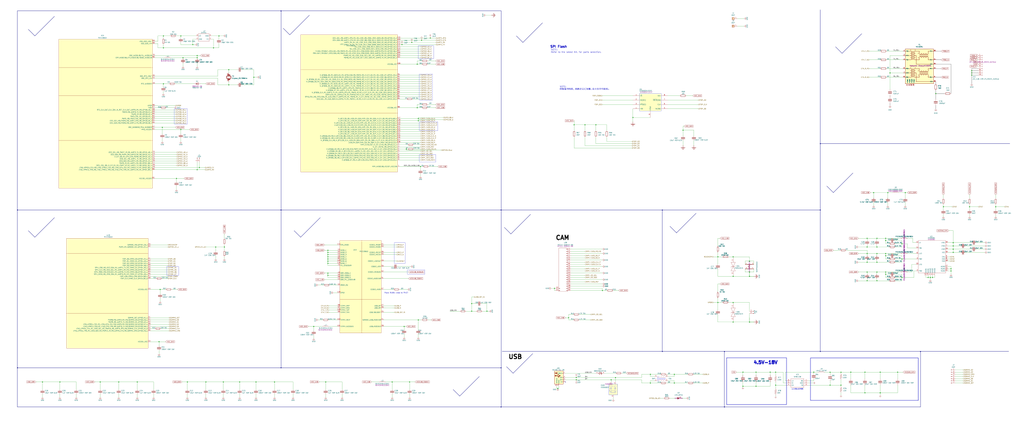
<source format=kicad_sch>
(kicad_sch (version 20250114) (generator "eeschema") (generator_version "9.0")
  (paper "User" 1193.8 508)
  (lib_symbols
    (symbol "*:root_0_ESD_ESDA6V8UL_*" (pin_names (hide yes))
      (symbol "root_0_ESD_ESDA6V8UL_*_1_0"
        (pin passive line (at 2.54 2.54 270) (length 2.54) (name "1") (number "1"))
        (pin passive line (at 5.08 -15.24 90) (length 2.54) (name "3") (number "3"))
        (pin passive line (at 7.62 2.54 270) (length 2.54) (name "2") (number "2"))
      )
    )
    (symbol "*:root_0_INDUCTOR COM_*" (pin_names (hide yes))
      (property "Reference" "FB1" (at 17.78 -7.112 0))
      (property "Value" "DNP" (at -5.842 -3.302 0))
      (symbol "root_0_INDUCTOR COM_*_1_0"
        (pin passive line (at -2.54 0 0) (length 2.54) (name "1") (number "1"))
        (pin passive line (at -2.54 -5.08 0) (length 2.54) (name "4") (number "4"))
        (pin passive line (at 12.7 0 180) (length 2.54) (name "2") (number "2"))
        (pin passive line (at 12.7 -5.08 180) (length 2.54) (name "3") (number "3"))
      )
    )
    (symbol "*:root_0_SPI_FLASH_8PIN_T_0_*"
      (symbol "root_0_SPI_FLASH_8PIN_T_0_*_1_0"
        (pin passive line (at -7.62 -2.54 0) (length 7.62) (name "~{CS}") (number "1"))
        (pin passive line (at -7.62 -7.62 0) (length 7.62) (name "DO(D1)") (number "2"))
        (pin passive line (at -7.62 -12.7 0) (length 7.62) (name "~{WP}(D2)") (number "3"))
        (pin passive line (at -7.62 -17.78 0) (length 7.62) (name "VSS") (number "4"))
        (pin passive line (at 12.7 -27.94 90) (length 7.62) (name "EPAD") (number "9"))
        (pin passive line (at 33.02 -2.54 180) (length 7.62) (name "VCC") (number "8"))
        (pin passive line (at 33.02 -7.62 180) (length 7.62) (name "~{HOLD}(D3)") (number "7"))
        (pin passive line (at 33.02 -12.7 180) (length 7.62) (name "CLK") (number "6"))
        (pin passive line (at 33.02 -17.78 180) (length 7.62) (name "DI(D0)") (number "5"))
      )
    )
    (symbol "Conn_01x03_Pin_1" (pin_names (offset 1.016) (hide yes))
      (property "Reference" "J5" (at -3.048 1.27 90))
      (property "Value" "DNP" (at -1.27 2.032 90))
      (symbol "Conn_01x03_Pin_1_1_1"
        (pin passive line (at 5.08 2.54 180) (length 3.81) (name "Pin_1") (number "1"))
        (pin passive line (at 5.08 0 180) (length 3.81) (name "Pin_2") (number "2"))
      )
    )
    (symbol "Conn_01x08_Female_1" (pin_names (offset 1.016) (hide yes))
      (property "Reference" "J15" (at 1.27 0.0001 0))
      (property "Value" "JST_1x8-1MP_P1.25mm_Vertical" (at 1.27 -2.5399 0))
      (symbol "Conn_01x08_Female_1_1_1"
        (pin passive line (at -5.08 7.62 0) (length 3.81) (name "Pin_1") (number "1"))
        (pin passive line (at -5.08 5.08 0) (length 3.81) (name "Pin_2") (number "2"))
        (pin passive line (at -5.08 2.54 0) (length 3.81) (name "Pin_3") (number "3"))
        (pin passive line (at -5.08 0 0) (length 3.81) (name "Pin_4") (number "4"))
        (pin passive line (at -5.08 -2.54 0) (length 3.81) (name "Pin_5") (number "5"))
        (pin passive line (at -5.08 -5.08 0) (length 3.81) (name "Pin_6") (number "6"))
        (pin passive line (at -5.08 -7.62 0) (length 3.81) (name "Pin_7") (number "7"))
        (pin passive line (at -5.08 -10.16 0) (length 3.81) (name "Pin_8") (number "8"))
        (pin passive line (at -5.08 -12.7 0) (length 3.81) (name "Pin_9") (number "9"))
        (pin passive line (at -5.08 -15.24 0) (length 3.81) (name "Pin_10") (number "10"))
      )
    )
    (symbol "Conn_01x30_Pin_9" (pin_names (offset 1.016) (hide yes))
      (property "Reference" "J28" (at -1.143 41.783 0))
      (property "Value" "FPC-05F-20PH20" (at -1.143 39.243 0))
      (symbol "Conn_01x30_Pin_9_1_1"
        (pin passive line (at -12.7 -10.16 0) (length 3.81) (name "Pin_22") (number "22"))
        (pin passive line (at -12.7 -12.7 0) (length 3.81) (name "Pin_21") (number "21"))
        (pin passive line (at 5.08 35.56 180) (length 3.81) (name "Pin_1") (number "1"))
        (pin passive line (at 5.08 33.02 180) (length 3.81) (name "Pin_2") (number "2"))
        (pin passive line (at 5.08 30.48 180) (length 3.81) (name "Pin_3") (number "3"))
        (pin passive line (at 5.08 27.94 180) (length 3.81) (name "Pin_4") (number "4"))
        (pin passive line (at 5.08 25.4 180) (length 3.81) (name "Pin_5") (number "5"))
        (pin passive line (at 5.08 22.86 180) (length 3.81) (name "Pin_6") (number "6"))
        (pin passive line (at 5.08 20.32 180) (length 3.81) (name "Pin_7") (number "7"))
        (pin passive line (at 5.08 17.78 180) (length 3.81) (name "Pin_8") (number "8"))
        (pin passive line (at 5.08 15.24 180) (length 3.81) (name "Pin_9") (number "9"))
        (pin passive line (at 5.08 12.7 180) (length 3.81) (name "Pin_10") (number "10"))
        (pin passive line (at 5.08 10.16 180) (length 3.81) (name "Pin_11") (number "11"))
        (pin passive line (at 5.08 7.62 180) (length 3.81) (name "Pin_12") (number "12"))
        (pin passive line (at 5.08 5.08 180) (length 3.81) (name "Pin_13") (number "13"))
        (pin passive line (at 5.08 2.54 180) (length 3.81) (name "Pin_14") (number "14"))
        (pin passive line (at 5.08 0 180) (length 3.81) (name "Pin_15") (number "15"))
        (pin passive line (at 5.08 -2.54 180) (length 3.81) (name "Pin_16") (number "16"))
        (pin passive line (at 5.08 -5.08 180) (length 3.81) (name "Pin_17") (number "17"))
        (pin passive line (at 5.08 -7.62 180) (length 3.81) (name "Pin_18") (number "18"))
        (pin passive line (at 5.08 -10.16 180) (length 3.81) (name "Pin_19") (number "19"))
        (pin passive line (at 5.08 -12.7 180) (length 3.81) (name "Pin_20") (number "20"))
      )
    )
    (symbol "Connector:Conn_01x03_Pin" (pin_names (offset 1.016) (hide yes))
      (property "Reference" "J4" (at -3.048 1.27 90))
      (property "Value" "DNP" (at -1.27 2.032 90))
      (symbol "Conn_01x03_Pin_1_1"
        (pin passive line (at 5.08 2.54 180) (length 3.81) (name "Pin_1") (number "1"))
        (pin passive line (at 5.08 0 180) (length 3.81) (name "Pin_2") (number "2"))
      )
    )
    (symbol "Connector:Conn_01x07_Pin" (pin_names (offset 1.016) (hide yes))
      (property "Reference" "J" (at 0 10.16 0))
      (property "Value" "Conn_01x07_Pin" (at 0 -10.16 0))
      (symbol "Conn_01x07_Pin_1_1"
        (pin passive line (at 5.08 7.62 180) (length 3.81) (name "Pin_1") (number "1"))
        (pin passive line (at 5.08 5.08 180) (length 3.81) (name "Pin_2") (number "2"))
        (pin passive line (at 5.08 2.54 180) (length 3.81) (name "Pin_3") (number "3"))
        (pin passive line (at 5.08 0 180) (length 3.81) (name "Pin_4") (number "4"))
        (pin passive line (at 5.08 -2.54 180) (length 3.81) (name "Pin_5") (number "5"))
        (pin passive line (at 5.08 -5.08 180) (length 3.81) (name "Pin_6") (number "6"))
        (pin passive line (at 5.08 -7.62 180) (length 3.81) (name "Pin_7") (number "7"))
      )
    )
    (symbol "Connector:Screw_Terminal_01x01" (pin_names (offset 1.016) (hide yes))
      (property "Reference" "J" (at 0 2.54 0))
      (property "Value" "Screw_Terminal_01x01" (at 0 -2.54 0))
      (symbol "Screw_Terminal_01x01_1_1"
        (pin passive line (at -5.08 0 0) (length 3.81) (name "Pin_1") (number "1"))
      )
    )
    (symbol "Connector:TestPoint" (pin_numbers (hide yes)) (pin_names (offset 0.762) (hide yes))
      (property "Reference" "TP" (at 0 6.858 0))
      (property "Value" "TestPoint" (at 0 5.08 0))
      (symbol "TestPoint_1_1"
        (pin passive line (at 0 0 90) (length 2.54) (name "1") (number "1"))
      )
    )
    (symbol "Connector:USB_OTG" (pin_names (offset 1.016))
      (property "Reference" "J14" (at -2.794 10.922 0))
      (property "Value" "SHOU HAN MICRO XNJ ZB" (at -13.97 8.89 0))
      (symbol "USB_OTG_1_1"
        (pin passive line (at -2.54 -10.16 90) (length 2.54) (name "Shield") (number "6"))
        (pin passive line (at 0 -10.16 90) (length 2.54) (name "GND") (number "5"))
        (pin passive line (at 7.62 5.08 180) (length 2.54) (name "VBUS") (number "1"))
        (pin bidirectional line (at 7.62 0 180) (length 2.54) (name "DM") (number "2"))
        (pin bidirectional line (at 7.62 -2.54 180) (length 2.54) (name "DP") (number "3"))
        (pin passive line (at 7.62 -5.08 180) (length 2.54) (name "ID") (number "4"))
      )
    )
    (symbol "Device:C" (pin_numbers (hide yes)) (pin_names (offset 0.254))
      (property "Reference" "C" (at 0.635 2.54 0))
      (property "Value" "C" (at 0.635 -2.54 0))
      (symbol "C_1_1"
        (pin passive line (at 0 3.81 270) (length 2.794) (name "~") (number "1"))
        (pin passive line (at 0 -3.81 90) (length 2.794) (name "~") (number "2"))
      )
    )
    (symbol "Device:D" (pin_numbers (hide yes)) (pin_names (offset 1.016) (hide yes))
      (property "Reference" "D" (at 0 2.54 0))
      (property "Value" "D" (at 0 -2.54 0))
      (symbol "D_1_1"
        (pin passive line (at -3.81 0 0) (length 2.54) (name "K") (number "1"))
        (pin passive line (at 3.81 0 180) (length 2.54) (name "A") (number "2"))
      )
    )
    (symbol "Device:L" (pin_numbers (hide yes)) (pin_names (offset 1.016) (hide yes))
      (property "Reference" "L" (at -1.27 0 90))
      (property "Value" "L" (at 1.905 0 90))
      (symbol "L_1_1"
        (pin passive line (at 0 3.81 270) (length 1.27) (name "1") (number "1"))
        (pin passive line (at 0 -3.81 90) (length 1.27) (name "2") (number "2"))
      )
    )
    (symbol "Device:R" (pin_numbers (hide yes)) (pin_names (offset 0))
      (property "Reference" "R" (at 2.032 0 90))
      (property "Value" "R" (at 0 0 90))
      (symbol "R_1_1"
        (pin passive line (at 0 3.81 270) (length 1.27) (name "~") (number "1"))
        (pin passive line (at 0 -3.81 90) (length 1.27) (name "~") (number "2"))
      )
    )
    (symbol "Device:R_US" (pin_numbers (hide yes)) (pin_names (offset 0))
      (property "Reference" "R" (at 2.54 0 90))
      (property "Value" "R_US" (at -2.54 0 90))
      (symbol "R_US_1_1"
        (pin passive line (at 0 3.81 270) (length 1.27) (name "~") (number "1"))
        (pin passive line (at 0 -3.81 90) (length 1.27) (name "~") (number "2"))
      )
    )
    (symbol "H1102NL:H1102NL" (pin_names (offset 1.016))
      (property "Reference" "T" (at -17.78 20.32 0))
      (property "Value" "H1102NL" (at -2.54 -22.86 0))
      (symbol "H1102NL_0_0"
        (pin passive line (at -20.32 17.78 0) (length 2.54) (name "TD+") (number "1"))
        (pin passive line (at -20.32 12.7 0) (length 2.54) (name "CT1") (number "2"))
        (pin passive line (at -20.32 7.62 0) (length 2.54) (name "TD-") (number "3"))
        (pin passive line (at -20.32 -2.54 0) (length 2.54) (name "RD+") (number "6"))
        (pin passive line (at -20.32 -7.62 0) (length 2.54) (name "CT2") (number "7"))
        (pin passive line (at -20.32 -12.7 0) (length 2.54) (name "RD-") (number "8"))
        (pin passive line (at -15.24 -22.86 90) (length 2.54) (name "NC@1") (number "4"))
        (pin passive line (at -12.7 -22.86 90) (length 2.54) (name "NC@2") (number "5"))
        (pin passive line (at -10.16 -22.86 90) (length 2.54) (name "NC@3") (number "12"))
        (pin passive line (at -7.62 -22.86 90) (length 2.54) (name "NC@4") (number "13"))
        (pin passive line (at 17.78 17.78 180) (length 2.54) (name "TX+") (number "16"))
        (pin passive line (at 17.78 7.62 180) (length 2.54) (name "TX-") (number "14"))
        (pin passive line (at 17.78 2.54 180) (length 2.54) (name "CT4") (number "15"))
        (pin passive line (at 17.78 -2.54 180) (length 2.54) (name "RX+") (number "11"))
        (pin passive line (at 17.78 -12.7 180) (length 2.54) (name "RX-") (number "9"))
        (pin passive line (at 17.78 -17.78 180) (length 2.54) (name "CT3") (number "10"))
      )
    )
    (symbol "NINA-B411-altium-import:GND" (power)
      (property "Reference" "#PWR" (at 0 0 0))
      (property "Value" "GND" (at 0 6.35 0))
      (symbol "GND_0_0"
        (pin power_in line (at 0 0 0) (length 0) (hide yes) (name "GND") (number ""))
      )
    )
    (symbol "NINA-B411-altium-import:root_3_SKRPACE010"
      (symbol "root_3_SKRPACE010_1_0"
        (pin bidirectional line (at -2.54 5.08 270) (length 2.54) (name "3") (number "3"))
        (pin bidirectional line (at -2.54 -5.08 90) (length 2.54) (name "4") (number "4"))
        (pin bidirectional line (at 2.54 5.08 270) (length 2.54) (name "1") (number "1"))
        (pin bidirectional line (at 2.54 -5.08 90) (length 2.54) (name "2") (number "2"))
      )
    )
    (symbol "PCM_SL_Devices:Capacitor_NP"
      (property "Reference" "C" (at 0 6.35 0))
      (property "Value" "Capacitor_NP" (at 0 3.81 0))
      (symbol "Capacitor_NP_1_1"
        (pin passive line (at -2.54 0 0) (length 2) (name "~") (number "1"))
        (pin input line (at 2.54 0 180) (length 2) (name "~") (number "2"))
      )
    )
    (symbol "PCM_SL_Devices:Crystal_32.768kHz"
      (property "Reference" "Y" (at 0 7.62 0))
      (property "Value" "Crystal_32.768kHz" (at 0 5.08 0))
      (symbol "Crystal_32.768kHz_1_1"
        (pin passive line (at -5.08 0 0) (length 2.54) (name "") (number "1"))
        (pin passive line (at 5.08 0 180) (length 2.54) (name "") (number "2"))
      )
    )
    (symbol "PCM_SL_Devices:LED"
      (property "Reference" "D" (at -0.508 5.334 0))
      (property "Value" "LED" (at -0.508 2.794 0))
      (symbol "LED_1_1"
        (pin passive line (at -3.81 0 0) (length 1.5) (name "") (number "2"))
        (pin passive line (at 3.81 0 180) (length 1.5) (name "~") (number "1"))
      )
    )
    (symbol "PCM_SL_Resistors:Resistor"
      (property "Reference" "R" (at 0 5.08 0))
      (property "Value" "Resistor" (at 0 2.54 0))
      (symbol "Resistor_1_1"
        (pin passive line (at -3.81 0 0) (length 1.5) (name "") (number "1"))
        (pin passive line (at 3.81 0 180) (length 1.5) (name "~") (number "2"))
      )
    )
    (symbol "RV1106:CRY"
      (property "Reference" "U" (at 0 0 0))
      (symbol "CRY_1_1"
        (pin input line (at -8.89 -3.81 0) (length 2.54) (name "X2") (number "3"))
        (pin input line (at -8.89 -7.62 0) (length 2.54) (name "GND") (number "4"))
        (pin input line (at 8.89 -3.81 180) (length 2.54) (name "GND") (number "2"))
        (pin input line (at 8.89 -7.62 180) (length 2.54) (name "X1") (number "1"))
      )
    )
    (symbol "RV1106:EA3036C"
      (property "Reference" "U3" (at 0.635 3.81 0))
      (property "Value" "EA3036C" (at 0.635 1.27 0))
      (symbol "EA3036C_1_1"
        (pin input line (at -17.78 -3.81 0) (length 2.54) (name "LX") (number "11"))
        (pin input line (at -17.78 -10.16 0) (length 2.54) (name "FB1") (number "14"))
        (pin input line (at -17.78 -16.51 0) (length 2.54) (name "LX2") (number "6"))
        (pin input line (at -17.78 -22.86 0) (length 2.54) (name "FB2") (number "3"))
        (pin input line (at -17.78 -29.21 0) (length 2.54) (name "LX3") (number "20"))
        (pin input line (at -17.78 -36.83 0) (length 2.54) (name "FB3") (number "2"))
        (pin input line (at -6.35 -41.91 90) (length 2.54) (name "GND1") (number "12"))
        (pin input line (at -3.81 -41.91 90) (length 2.54) (name "GND1") (number "13"))
        (pin input line (at -1.27 -41.91 90) (length 2.54) (name "GND2") (number "4"))
        (pin input line (at 1.27 -41.91 90) (length 2.54) (name "GND2") (number "5"))
        (pin input line (at 3.81 -41.91 90) (length 2.54) (name "GND3") (number "1"))
        (pin input line (at 19.05 -3.81 180) (length 2.54) (name "VIN1") (number "10"))
        (pin input line (at 19.05 -7.62 180) (length 2.54) (name "VIN2") (number "7"))
        (pin input line (at 19.05 -11.43 180) (length 2.54) (name "VIN3") (number "19"))
        (pin input line (at 19.05 -15.24 180) (length 2.54) (name "VCC") (number "16"))
        (pin input line (at 19.05 -20.32 180) (length 2.54) (name "EN1") (number "9"))
        (pin input line (at 19.05 -22.86 180) (length 2.54) (name "EN2") (number "8"))
        (pin input line (at 19.05 -25.4 180) (length 2.54) (name "EN3") (number "18"))
        (pin input line (at 19.05 -31.75 180) (length 2.54) (name "AGND") (number "17"))
        (pin input line (at 19.05 -34.29 180) (length 2.54) (name "AGND") (number "15"))
        (pin input line (at 19.05 -36.83 180) (length 2.54) (name "AGND") (number "21"))
      )
    )
    (symbol "RV1106:RV1106"
      (property "Reference" "U1" (at -7.874 -13.462 0))
      (property "Value" "~" (at 2.54 -15.24 0))
      (symbol "RV1106_1_1"
        (pin input line (at 59.69 -17.78 180) (length 2.54) (name "OSC_SOC_XOUT") (number "69"))
        (pin input line (at 59.69 -20.32 180) (length 2.54) (name "OSC_SOC_XIN") (number "68"))
        (pin input line (at 59.69 -34.29 180) (length 2.54) (name "OSC_AVDD1V8_PLL_AVDD1V8") (number "70"))
        (pin input line (at 59.69 -36.83 180) (length 2.54) (name "OTP_AVDD1V8_ETH_AVDD1V8_TSADC_AVDD1V8") (number "96"))
        (pin input line (at 59.69 -58.42 180) (length 2.54) (name "OSC_RTC_XOUT") (number "20"))
        (pin input line (at 59.69 -60.96 180) (length 2.54) (name "OSC_RTC_XIN") (number "21"))
        (pin input line (at 59.69 -67.31 180) (length 2.54) (name "RTC_AVDD3V3") (number "19"))
        (pin input line (at 59.69 -92.71 180) (length 2.54) (name "nPOR") (number "66"))
        (pin input line (at 59.69 -95.25 180) (length 2.54) (name "TVSS") (number "57"))
        (pin input line (at 59.69 -97.79 180) (length 2.54) (name "RTC_CLK_OUT_CLK_32K_IN_REF_CLK_OUT_UART0_RX_M0_GPIO0_A0_z") (number "58"))
        (pin input line (at 59.69 -100.33 180) (length 2.54) (name "PWM2_M0_UART0_TX_M0_GPIO0_A1_d") (number "59"))
        (pin input line (at 59.69 -102.87 180) (length 2.54) (name "PWM3_IR_M0_GPIO0_A2_d") (number "60"))
        (pin input line (at 59.69 -105.41 180) (length 2.54) (name "PWR_CTRL_M1_GPIO0_A3_u") (number "62"))
        (pin input line (at 59.69 -107.95 180) (length 2.54) (name "PWM1_M0_PWR_CTRL_M0_GPIO0_A4_d") (number "63"))
        (pin input line (at 59.69 -110.49 180) (length 2.54) (name "I2C1_SCL_M0_PWM5_M0_UART1_RTS_M0_GPIO0_A5_d") (number "64"))
        (pin input line (at 59.69 -113.03 180) (length 2.54) (name "I2C1_SDA_M0_PWM6_M0_UART1_CTS_M0_GPIO0_A6_d") (number "65"))
        (pin input line (at 59.69 -118.11 180) (length 2.54) (name "OSC_DVDD0V9_PMU_DVDD0V9") (number "67"))
        (pin input line (at 59.69 -120.65 180) (length 2.54) (name "PMU_VCC3V3") (number "61"))
        (pin input line (at 59.69 -147.32 180) (length 2.54) (name "I2C2_SCL_M0_PWM7_IR_M0_UART3_TX_M0_GPIO1_A0_d") (number "72"))
        (pin input line (at 59.69 -149.86 180) (length 2.54) (name "I2C2_SDA_M0_PWM4_M0_UART3_RX_M0_GPIO1_A1_d") (number "73"))
        (pin input line (at 59.69 -152.4 180) (length 2.54) (name "VI_CIF_D0_M1_CPU_AVS_PWM0_M0_GPIO1_A2_d") (number "74"))
        (pin input line (at 59.69 -154.94 180) (length 2.54) (name "I2C0_SCL_M0_UART1_TX_M0_GPIO1_A3_d") (number "75"))
        (pin input line (at 59.69 -157.48 180) (length 2.54) (name "I2C0_SDA_M0_UART1_RX_M0_GPIO1_A4_d") (number "76"))
        (pin input line (at 59.69 -160.02 180) (length 2.54) (name "PWM3_IR_M1_UART4_RX_M0_GPIO1_B0_d") (number "77"))
        (pin input line (at 59.69 -162.56 180) (length 2.54) (name "SPI1_CS1_M0_VI_CIF_D1_M1_PWM7_IR_M1_UART4_TX_M0_GPIO1_B1_d") (number "78"))
        (pin input line (at 59.69 -165.1 180) (length 2.54) (name "JTAG_HPMCU_TCK_M0_JTAG_LPMCU_TCK_M0_JTAG_CPU_TCK_M1_UART2_TX_M1_GPIO1_B2_d") (number "79"))
        (pin input line (at 59.69 -167.64 180) (length 2.54) (name "JTAG_HPMCU_TMS_M0_JTAG_LPMCU_TMS_M0_JTAG_CPU_TMS_M1_UART2_RX_M1_GPIO1_B3_u") (number "80"))
        (pin input line (at 59.69 -177.8 180) (length 2.54) (name "VCCIO1_VCC3V3") (number "81"))
      )
      (symbol "RV1106_2_1"
        (pin input line (at 44.45 -22.86 180) (length 2.54) (name "SARADC_IN0_GPIO4_C0_z") (number "23"))
        (pin input line (at 44.45 -25.4 180) (length 2.54) (name "PWM1_M1_SARADC_IN1_GPIO4_C1_z") (number "22"))
        (pin input line (at 44.45 -39.37 180) (length 2.54) (name "FSPI_D0_EMMC_D0_GPIO4_A4_u") (number "41"))
        (pin input line (at 44.45 -41.91 180) (length 2.54) (name "FSPI_D1_EMMC_D1_GPIO4_A3_u") (number "42"))
        (pin input line (at 44.45 -44.45 180) (length 2.54) (name "FSPI_D2_EMMC_D2_GPIO4_A2_u") (number "44"))
        (pin input line (at 44.45 -46.99 180) (length 2.54) (name "FSPI_D3_EMMC_D3_GPIO4_A6_u") (number "39"))
        (pin input line (at 44.45 -49.53 180) (length 2.54) (name "SPI1_CS0_M0_I2C2_SDA_M1_UART1_TX_M2_EMMC_D4_GPIO4_A5_u") (number "40"))
        (pin input line (at 44.45 -52.07 180) (length 2.54) (name "SPI1_CLK_M0_I2C2_SCL_M1_UART1_RX_M2_EMMC_D5_GPIO4_A7_u") (number "38"))
        (pin input line (at 44.45 -54.61 180) (length 2.54) (name "SPI1_MOSI_M0_I2C0_SCL_M1_UART0_TX_M2_EMMC_D6_GPIO4_A1_u") (number "45"))
        (pin input line (at 44.45 -57.15 180) (length 2.54) (name "SPI1_MISO_M0_I2C0_SDA_M1_UART0_RX_M2_EMMC_D7_GPIO4_A0_u") (number "46"))
        (pin input line (at 44.45 -59.69 180) (length 2.54) (name "FSPI_CS0_EMMC_CMD_GPIO4_B0_u") (number "47"))
        (pin input line (at 44.45 -62.23 180) (length 2.54) (name "FSPI_CLK_EMMC_CLK_GPIO4_B1_d") (number "48"))
        (pin input line (at 44.45 -74.93 180) (length 2.54) (name "VCCIO3_VCC") (number "43"))
        (pin input line (at 44.45 -107.95 180) (length 2.54) (name "SDMMC_DET_GPIO3_A1_u") (number "11"))
        (pin input line (at 44.45 -110.49 180) (length 2.54) (name "PWM8_M0_UART2_RX_M0_SDMMC_D0_GPIO3_A3_u") (number "14"))
        (pin input line (at 44.45 -113.03 180) (length 2.54) (name "PWM9_M0_UART2_TX_M0_SDMMC_D1_GPIO3_A2_u") (number "12"))
        (pin input line (at 44.45 -115.57 180) (length 2.54) (name "JTAG_HPMCU_TCK_M1_JTAG_CPU_TCK_M0_UART5_RX_M0_SDMMC_D2_GPIO3_A7_u") (number "18"))
        (pin input line (at 44.45 -118.11 180) (length 2.54) (name "JTAG_HPMCU_TMS_M1_JTAG_CPU_TMS_M0_UART5_TX_M0_SDMMC_D3_GPIO3_A6_u") (number "17"))
        (pin input line (at 44.45 -120.65 180) (length 2.54) (name "JTAG_LPMCU_TCK_M1_I2C0_SCL_M2_PWM10_M0_UART5_RTS_M0_SDMMC_CLK_GPIO3_A4_d") (number "15"))
        (pin input line (at 44.45 -123.19 180) (length 2.54) (name "JTAG_LPMCU_TMS_M1_I2C0_SDA_M2_PWM11_IR_M0_UART5_CTS_M0_SDMMC_CMD_GPIO3_A5_u") (number "16"))
        (pin input line (at 44.45 -135.89 180) (length 2.54) (name "VCCIO4_VCC") (number "13"))
      )
      (symbol "RV1106_3_1"
        (pin input line (at 59.69 -6.35 180) (length 2.54) (name "I2C4_SCL_M0_UART1_RTS_M1_VO_LCDC_D9_I2S0_LRCK_SDIO_D0_M0_GPIO2_A1_d") (number "110"))
        (pin input line (at 59.69 -8.89 180) (length 2.54) (name "I2C4_SDA_M0_UART1_CTS_M1_VO_LCDC_D8_I2S0_SCLK_SDIO_D1_M0_GPIO2_A0_d") (number "109"))
        (pin input line (at 59.69 -11.43 180) (length 2.54) (name "UART1_RX_M1_VO_LCDC_D13_I2S0_SDI0_SDIO_D2_M0_GPIO2_A5_d") (number "114"))
        (pin input line (at 59.69 -13.97 180) (length 2.54) (name "UART1_TX_M1_VO_LCDC_D12_I2S0_SDO0_SDIO_D3_M0_GPIO2_A4_d") (number "113"))
        (pin input line (at 59.69 -16.51 180) (length 2.54) (name "VO_LCDC_D10_I2S0_MCLK_SDIO_CLK_M0_GPIO2_A2_d") (number "111"))
        (pin input line (at 59.69 -19.05 180) (length 2.54) (name "VO_LCDC_D11_I2S0_SDO3_SDI1_SDIO_CMD_M0_GPIO2_A3_d") (number "112"))
        (pin input line (at 59.69 -21.59 180) (length 2.54) (name "FLASH_TRIGOUT_I2C3_SCL_M0_PWM2_M1_VO_LCDC_D14_I2S0_SDO2_SDI2_UART0_RTS_M1_GPIO2_A6_d") (number "107"))
        (pin input line (at 59.69 -24.13 180) (length 2.54) (name "PRELIGHT_TRIGOUT_I2C3_SDA_M0_PWM4_M1_VO_LCDC_D15_I2S0_SDO1_SDI3_UART0_CTS_M1_GPIO2_A7_d") (number "106"))
        (pin input line (at 59.69 -26.67 180) (length 2.54) (name "PWM5_M1_VO_LCDC_D16_I2C1_SCL_M1_UART0_RX_M1_GPIO2_B0_d") (number "105"))
        (pin input line (at 59.69 -29.21 180) (length 2.54) (name "PWM6_M1_VO_LCDC_D17_I2C1_SDA_M1_UART0_TX_M1_GPIO2_B1_d") (number "104"))
        (pin input line (at 59.69 -36.83 180) (length 2.54) (name "VCCIO5_VCC") (number "108"))
        (pin input line (at 59.69 -49.53 180) (length 2.54) (name "VI_BT656_D0_M1_SDIO_D1_M1_SPI0_CS0_M0_PWM2_M2_VI_CIF_D2_M1_VO_LCDC_D7_GPIO1_C0_d") (number "95"))
        (pin input line (at 59.69 -52.07 180) (length 2.54) (name "VI_BT656_D1_M1_SDIO_D0_M1_SPI0_CLK_M0_PWM4_M2_VI_CIF_D3_M1_VO_LCDC_D6_GPIO1_C1_d") (number "94"))
        (pin input line (at 59.69 -54.61 180) (length 2.54) (name "VI_BT656_D2_M1_I2C4_SCL_M1_SDIO_CLK_M1_SPI0_MOSI_M0_PWM5_M2_VI_CIF_D4_M1_VO_LCDC_D5_GPIO1_C2_d") (number "93"))
        (pin input line (at 59.69 -57.15 180) (length 2.54) (name "VI_BT656_D3_M1_I2C4_SDA_M1_SDIO_CMD_M1_SPI0_MISO_M0_PWM6_M2_VI_CIF_D5_M1_VO_LCDC_D4_GPIO1_C3_d") (number "92"))
        (pin input line (at 59.69 -59.69 180) (length 2.54) (name "VI_BT656_D4_M1_SDIO_D3_M1_UART4_RX_M1_PWM8_M1_VI_CIF_D6_M1_VO_LCDC_D3_GPIO1_C4_d") (number "91"))
        (pin input line (at 59.69 -62.23 180) (length 2.54) (name "VI_BT656_D5_M1_SDIO_D2_M1_UART4_TX_M1_PWM9_M1_VI_CIF_D7_M1_VO_LCDC_D2_GPIO1_C5_d") (number "90"))
        (pin input line (at 59.69 -64.77 180) (length 2.54) (name "VI_BT656_D6_M1_UART4_RTS_M1_PWM10_M1_VI_CIF_D8_M1_VO_LCDC_D1_GPIO1_C6_d") (number "83"))
        (pin input line (at 59.69 -67.31 180) (length 2.54) (name "VI_BT656_D7_M1_UART4_CTS_M1_PWM11_IR_M1_VI_CIF_D9_M1_VO_LCDC_D0_GPIO1_C7_d") (number "84"))
        (pin input line (at 59.69 -69.85 180) (length 2.54) (name "VI_BT656_CLK_M1_UART3_TX_M1_UART5_RTS_M1_PWM3_IR_M2_VI_CIF_CLKI_M1_VO_LCDC_DEN_GPIO1_D0_d") (number "89"))
        (pin input line (at 59.69 -72.39 180) (length 2.54) (name "UART3_RX_M1_UART5_CTS_M1_PWM10_M2_VI_CIF_HREF_M1_VO_LCDC_HSYNC_GPIO1_D1_d") (number "87"))
        (pin input line (at 59.69 -74.93 180) (length 2.54) (name "SPI0_CS1_M0_I2C3_SDA_M1_AUD_DSM_P_UART5_RX_M1_PWM0_M1_VI_CIF_VSYNC_M1_VO_LCDC_VSYNC_GPIO1_D2_d") (number "86"))
        (pin input line (at 59.69 -77.47 180) (length 2.54) (name "I2C3_SCL_M1_AUD_DSM_N_UART5_TX_M1_PWM11_IR_M2_VI_CIF_CLKO_M1_VO_LCDC_CLK_GPIO1_D3_d") (number "85"))
        (pin input line (at 59.69 -87.63 180) (length 2.54) (name "VCCIO6_VCC") (number "88"))
        (pin input line (at 59.69 -100.33 180) (length 2.54) (name "VI_BT1120_D0_LVDS_RX_D3N_MIPI_CSI_RX_D3N_VI_CIF_D0_M0_GPI3_B0_d") (number "117"))
        (pin input line (at 59.69 -102.87 180) (length 2.54) (name "VI_BT1120_D1_LVDS_RX_D3P_MIPI_CSI_RX_D3P_VI_CIF_D1_M0_GPI3_B1_d") (number "118"))
        (pin input line (at 59.69 -105.41 180) (length 2.54) (name "VI_BT1120_D2_LVDS_RX_CLK1N_MIPI_CSI_RX_CLK1N_VI_CIF_D2_M0_GPI3_B2_d") (number "119"))
        (pin input line (at 59.69 -107.95 180) (length 2.54) (name "VI_BT1120_D3_LVDS_RX_CLK1P_MIPI_CSI_RX_CLK1P_VI_CIF_D3_M0_GPI3_B3_d") (number "120"))
        (pin input line (at 59.69 -110.49 180) (length 2.54) (name "VI_BT1120_D4_LVDS_RX_D2N_MIPI_CSI_RX_D2N_VI_CIF_D4_M0_GPI3_B4_d") (number "121"))
        (pin input line (at 59.69 -113.03 180) (length 2.54) (name "VI_BT1120_D5_LVDS_RX_D2P_MIPI_CSI_RX_D2P_VI_CIF_D5_M0_GPI3_B5_d") (number "122"))
        (pin input line (at 59.69 -115.57 180) (length 2.54) (name "VI_BT1120_D6_LVDS_RX_D1N_MIPI_CSI_RX_D1N_VI_CIF_D6_M0_GPI3_B6_d") (number "123"))
        (pin input line (at 59.69 -118.11 180) (length 2.54) (name "VI_BT1120_D7_LVDS_RX_D1P_MIPI_CSI_RX_D1P_VI_CIF_D7_M0_GPI3_B7_d") (number "124"))
        (pin input line (at 59.69 -120.65 180) (length 2.54) (name "VI_BT656_D0_M0_VI_BT1120_D8_LVDS_RX_CLK0N_MIPI_CSI_RX_CLK0N_VI_CIF_D8_M0_GPI3_C0_d") (number "125"))
        (pin input line (at 59.69 -123.19 180) (length 2.54) (name "VI_BT656_D1_M0_VI_BT1120_D9_LVDS_RX_CLK0P_MIPI_CSI_RX_CLK0P_VI_CIF_D9_M0_GPI3_C1_d") (number "126"))
        (pin input line (at 59.69 -125.73 180) (length 2.54) (name "VI_BT656_CLK_M0_VI_BT1120_CLK_LVDS_RX_D0N_MIPI_CSI_RX_D0N_VI_CIF_CLKI_M0_GPI3_C2_d") (number "127"))
        (pin input line (at 59.69 -128.27 180) (length 2.54) (name "LVDS_RX_D0P_MIPI_CSI_RX_D0P_VI_CIF_HREF_M0_GPI3_C3_d") (number "128"))
        (pin input line (at 59.69 -130.81 180) (length 2.54) (name "MIPI_CLK0_OUT_VI_CIF_CLKO_M0_GPIO3_C4_d") (number "2"))
        (pin input line (at 59.69 -133.35 180) (length 2.54) (name "VI_CIF_VSYNC_M0_GPIO3_C5_d") (number "3"))
        (pin input line (at 59.69 -135.89 180) (length 2.54) (name "VI_BT656_D2_M0_VI_BT1120_D10_PWM7_IR_M2_MIPI_CLK1_OUT_VI_CIF_D10_GPIO3_C6_d") (number "4"))
        (pin input line (at 59.69 -138.43 180) (length 2.54) (name "VI_BT656_D3_M0_VI_BT1120_D11_UART5_TX_M2_I2C4_SCL_M2_VI_CIF_D11_GPIO3_C7_d") (number "5"))
        (pin input line (at 59.69 -140.97 180) (length 2.54) (name "VI_BT656_D4_M0_VI_BT1120_D12_UART5_RX_M2_I2C4_SDA_M2_VI_CIF_D12_GPIO3_D0_d") (number "7"))
        (pin input line (at 59.69 -143.51 180) (length 2.54) (name "VI_BT656_D5_M0_VI_BT1120_D13_UART5_RTS_M2_I2C3_SCL_M2_VI_CIF_D13_GPIO3_D1_d") (number "6"))
        (pin input line (at 59.69 -146.05 180) (length 2.54) (name "VI_BT656_D6_M0_VI_BT1120_D14_UART5_CTS_M2_I2C3_SDA_M2_VI_CIF_D14_GPIO3_D2_d") (number "8"))
        (pin input line (at 59.69 -148.59 180) (length 2.54) (name "VI_BT656_D7_M0_VI_BT1120_D15_PWM1_M2_VI_CIF_D15_GPIO3_D3_d") (number "9"))
        (pin input line (at 59.69 -156.21 180) (length 2.54) (name "MIPI_AVDD1V8_VCCIO7_VCC1V8") (number "1"))
      )
      (symbol "RV1106_4_1"
        (pin input line (at -27.94 -7.62 0) (length 2.54) (name "CPU_DVDD") (number "115"))
        (pin input line (at -27.94 -13.97 0) (length 2.54) (name "DVDD_1") (number "10"))
        (pin input line (at -27.94 -16.51 0) (length 2.54) (name "DVDD_2") (number "51"))
        (pin input line (at -27.94 -19.05 0) (length 2.54) (name "DVDD_3") (number "54"))
        (pin input line (at -27.94 -21.59 0) (length 2.54) (name "DVDD_4") (number "55"))
        (pin input line (at -27.94 -24.13 0) (length 2.54) (name "DVDD_5") (number "82"))
        (pin input line (at -27.94 -26.67 0) (length 2.54) (name "DVDD_6") (number "103"))
        (pin input line (at -27.94 -29.21 0) (length 2.54) (name "DVDD_7") (number "116"))
        (pin input line (at -27.94 -31.75 0) (length 2.54) (name "PLL_DVDD0V9") (number "71"))
        (pin input line (at -27.94 -40.64 0) (length 2.54) (name "DDR_VDDQ_1") (number "49"))
        (pin input line (at -27.94 -43.18 0) (length 2.54) (name "DDR_VDDQ_2") (number "50"))
        (pin input line (at -27.94 -45.72 0) (length 2.54) (name "DDR_VDDQ_3") (number "56"))
        (pin input line (at -27.94 -48.26 0) (length 2.54) (name "DDR_PLL_AVDD1V8") (number "53"))
        (pin input line (at -27.94 -54.61 0) (length 2.54) (name "DRAM_ZQ") (number "52"))
        (pin input line (at -27.94 -63.5 0) (length 2.54) (name "ePAD") (number "129"))
        (pin input line (at -27.94 -78.74 0) (length 2.54) (name "FEPHY_RXP") (number "98"))
        (pin input line (at -27.94 -81.28 0) (length 2.54) (name "FEPHY_RXN") (number "97"))
        (pin input line (at -27.94 -83.82 0) (length 2.54) (name "FEPHY_TXP") (number "100"))
        (pin input line (at -27.94 -86.36 0) (length 2.54) (name "FEPHY_TXN") (number "99"))
        (pin input line (at -27.94 -95.25 0) (length 2.54) (name "FEPHY_REXT") (number "102"))
        (pin input line (at -27.94 -102.87 0) (length 2.54) (name "FEPHY_AVDD3V3") (number "101"))
        (pin input line (at 25.4 -7.62 180) (length 2.54) (name "CODEC_MIC0P") (number "34"))
        (pin input line (at 25.4 -10.16 180) (length 2.54) (name "CODEC_MIC0N") (number "33"))
        (pin input line (at 25.4 -16.51 180) (length 2.54) (name "CODEC_MIC1P") (number "36"))
        (pin input line (at 25.4 -19.05 180) (length 2.54) (name "CODEC_MIC1N") (number "35"))
        (pin input line (at 25.4 -26.67 180) (length 2.54) (name "CODEC_LINEOUT") (number "29"))
        (pin input line (at 25.4 -33.02 180) (length 2.54) (name "CODEC_VCM") (number "30"))
        (pin input line (at 25.4 -39.37 180) (length 2.54) (name "CODEC_MICBIAS") (number "32"))
        (pin input line (at 25.4 -46.99 180) (length 2.54) (name "CODEC_AVDD1V8") (number "31"))
        (pin input line (at 25.4 -59.69 180) (length 2.54) (name "CODEC_AVSS") (number "37"))
        (pin input line (at 25.4 -78.74 180) (length 2.54) (name "USB_DP") (number "27"))
        (pin input line (at 25.4 -81.28 180) (length 2.54) (name "USB_DM") (number "26"))
        (pin input line (at 25.4 -86.36 180) (length 2.54) (name "USB_VBUSDET") (number "25"))
        (pin input line (at 25.4 -95.25 180) (length 2.54) (name "SARADC_USB_AVDD1V8") (number "24"))
        (pin input line (at 25.4 -102.87 180) (length 2.54) (name "USB_AVDD3V3") (number "28"))
      )
    )
    (symbol "RV1106G_EVB1_V11_20220401LX-altium-import:GND_POWER_GROUND" (power)
      (property "Value" "GND" (at 0 -6.35 0))
      (symbol "GND_POWER_GROUND_0_0"
        (pin power_in line (at 0 0 0) (length 0) (hide yes) (name "GND") (number ""))
      )
    )
    (symbol "RV1106_1"
      (property "Reference" "U1" (at -7.874 -13.462 0))
      (property "Value" "~" (at 2.54 -15.24 0))
      (symbol "RV1106_1_1_1"
        (pin input line (at 59.69 -17.78 180) (length 2.54) (name "OSC_SOC_XOUT") (number "69"))
        (pin input line (at 59.69 -20.32 180) (length 2.54) (name "OSC_SOC_XIN") (number "68"))
        (pin input line (at 59.69 -34.29 180) (length 2.54) (name "OSC_AVDD1V8_PLL_AVDD1V8") (number "70"))
        (pin input line (at 59.69 -36.83 180) (length 2.54) (name "OTP_AVDD1V8_ETH_AVDD1V8_TSADC_AVDD1V8") (number "96"))
        (pin input line (at 59.69 -58.42 180) (length 2.54) (name "OSC_RTC_XOUT") (number "20"))
        (pin input line (at 59.69 -60.96 180) (length 2.54) (name "OSC_RTC_XIN") (number "21"))
        (pin input line (at 59.69 -67.31 180) (length 2.54) (name "RTC_AVDD3V3") (number "19"))
        (pin input line (at 59.69 -92.71 180) (length 2.54) (name "nPOR") (number "66"))
        (pin input line (at 59.69 -95.25 180) (length 2.54) (name "TVSS") (number "57"))
        (pin input line (at 59.69 -97.79 180) (length 2.54) (name "RTC_CLK_OUT_CLK_32K_IN_REF_CLK_OUT_UART0_RX_M0_GPIO0_A0_z") (number "58"))
        (pin input line (at 59.69 -100.33 180) (length 2.54) (name "PWM2_M0_UART0_TX_M0_GPIO0_A1_d") (number "59"))
        (pin input line (at 59.69 -102.87 180) (length 2.54) (name "PWM3_IR_M0_GPIO0_A2_d") (number "60"))
        (pin input line (at 59.69 -105.41 180) (length 2.54) (name "PWR_CTRL_M1_GPIO0_A3_u") (number "62"))
        (pin input line (at 59.69 -107.95 180) (length 2.54) (name "PWM1_M0_PWR_CTRL_M0_GPIO0_A4_d") (number "63"))
        (pin input line (at 59.69 -110.49 180) (length 2.54) (name "I2C1_SCL_M0_PWM5_M0_UART1_RTS_M0_GPIO0_A5_d") (number "64"))
        (pin input line (at 59.69 -113.03 180) (length 2.54) (name "I2C1_SDA_M0_PWM6_M0_UART1_CTS_M0_GPIO0_A6_d") (number "65"))
        (pin input line (at 59.69 -118.11 180) (length 2.54) (name "OSC_DVDD0V9_PMU_DVDD0V9") (number "67"))
        (pin input line (at 59.69 -120.65 180) (length 2.54) (name "PMU_VCC3V3") (number "61"))
        (pin input line (at 59.69 -147.32 180) (length 2.54) (name "I2C2_SCL_M0_PWM7_IR_M0_UART3_TX_M0_GPIO1_A0_d") (number "72"))
        (pin input line (at 59.69 -149.86 180) (length 2.54) (name "I2C2_SDA_M0_PWM4_M0_UART3_RX_M0_GPIO1_A1_d") (number "73"))
        (pin input line (at 59.69 -152.4 180) (length 2.54) (name "VI_CIF_D0_M1_CPU_AVS_PWM0_M0_GPIO1_A2_d") (number "74"))
        (pin input line (at 59.69 -154.94 180) (length 2.54) (name "I2C0_SCL_M0_UART1_TX_M0_GPIO1_A3_d") (number "75"))
        (pin input line (at 59.69 -157.48 180) (length 2.54) (name "I2C0_SDA_M0_UART1_RX_M0_GPIO1_A4_d") (number "76"))
        (pin input line (at 59.69 -160.02 180) (length 2.54) (name "PWM3_IR_M1_UART4_RX_M0_GPIO1_B0_d") (number "77"))
        (pin input line (at 59.69 -162.56 180) (length 2.54) (name "SPI1_CS1_M0_VI_CIF_D1_M1_PWM7_IR_M1_UART4_TX_M0_GPIO1_B1_d") (number "78"))
        (pin input line (at 59.69 -165.1 180) (length 2.54) (name "JTAG_HPMCU_TCK_M0_JTAG_LPMCU_TCK_M0_JTAG_CPU_TCK_M1_UART2_TX_M1_GPIO1_B2_d") (number "79"))
        (pin input line (at 59.69 -167.64 180) (length 2.54) (name "JTAG_HPMCU_TMS_M0_JTAG_LPMCU_TMS_M0_JTAG_CPU_TMS_M1_UART2_RX_M1_GPIO1_B3_u") (number "80"))
        (pin input line (at 59.69 -177.8 180) (length 2.54) (name "VCCIO1_VCC3V3") (number "81"))
      )
      (symbol "RV1106_1_2_1"
        (pin input line (at 44.45 -22.86 180) (length 2.54) (name "SARADC_IN0_GPIO4_C0_z") (number "23"))
        (pin input line (at 44.45 -25.4 180) (length 2.54) (name "PWM1_M1_SARADC_IN1_GPIO4_C1_z") (number "22"))
        (pin input line (at 44.45 -39.37 180) (length 2.54) (name "FSPI_D0_EMMC_D0_GPIO4_A4_u") (number "41"))
        (pin input line (at 44.45 -41.91 180) (length 2.54) (name "FSPI_D1_EMMC_D1_GPIO4_A3_u") (number "42"))
        (pin input line (at 44.45 -44.45 180) (length 2.54) (name "FSPI_D2_EMMC_D2_GPIO4_A2_u") (number "44"))
        (pin input line (at 44.45 -46.99 180) (length 2.54) (name "FSPI_D3_EMMC_D3_GPIO4_A6_u") (number "39"))
        (pin input line (at 44.45 -49.53 180) (length 2.54) (name "SPI1_CS0_M0_I2C2_SDA_M1_UART1_TX_M2_EMMC_D4_GPIO4_A5_u") (number "40"))
        (pin input line (at 44.45 -52.07 180) (length 2.54) (name "SPI1_CLK_M0_I2C2_SCL_M1_UART1_RX_M2_EMMC_D5_GPIO4_A7_u") (number "38"))
        (pin input line (at 44.45 -54.61 180) (length 2.54) (name "SPI1_MOSI_M0_I2C0_SCL_M1_UART0_TX_M2_EMMC_D6_GPIO4_A1_u") (number "45"))
        (pin input line (at 44.45 -57.15 180) (length 2.54) (name "SPI1_MISO_M0_I2C0_SDA_M1_UART0_RX_M2_EMMC_D7_GPIO4_A0_u") (number "46"))
        (pin input line (at 44.45 -59.69 180) (length 2.54) (name "FSPI_CS0_EMMC_CMD_GPIO4_B0_u") (number "47"))
        (pin input line (at 44.45 -62.23 180) (length 2.54) (name "FSPI_CLK_EMMC_CLK_GPIO4_B1_d") (number "48"))
        (pin input line (at 44.45 -74.93 180) (length 2.54) (name "VCCIO3_VCC") (number "43"))
        (pin input line (at 44.45 -107.95 180) (length 2.54) (name "SDMMC_DET_GPIO3_A1_u") (number "11"))
        (pin input line (at 44.45 -110.49 180) (length 2.54) (name "PWM8_M0_UART2_RX_M0_SDMMC_D0_GPIO3_A3_u") (number "14"))
        (pin input line (at 44.45 -113.03 180) (length 2.54) (name "PWM9_M0_UART2_TX_M0_SDMMC_D1_GPIO3_A2_u") (number "12"))
        (pin input line (at 44.45 -115.57 180) (length 2.54) (name "JTAG_HPMCU_TCK_M1_JTAG_CPU_TCK_M0_UART5_RX_M0_SDMMC_D2_GPIO3_A7_u") (number "18"))
        (pin input line (at 44.45 -118.11 180) (length 2.54) (name "JTAG_HPMCU_TMS_M1_JTAG_CPU_TMS_M0_UART5_TX_M0_SDMMC_D3_GPIO3_A6_u") (number "17"))
        (pin input line (at 44.45 -120.65 180) (length 2.54) (name "JTAG_LPMCU_TCK_M1_I2C0_SCL_M2_PWM10_M0_UART5_RTS_M0_SDMMC_CLK_GPIO3_A4_d") (number "15"))
        (pin input line (at 44.45 -123.19 180) (length 2.54) (name "JTAG_LPMCU_TMS_M1_I2C0_SDA_M2_PWM11_IR_M0_UART5_CTS_M0_SDMMC_CMD_GPIO3_A5_u") (number "16"))
        (pin input line (at 44.45 -135.89 180) (length 2.54) (name "VCCIO4_VCC") (number "13"))
      )
      (symbol "RV1106_1_3_1"
        (pin input line (at 59.69 -6.35 180) (length 2.54) (name "I2C4_SCL_M0_UART1_RTS_M1_VO_LCDC_D9_I2S0_LRCK_SDIO_D0_M0_GPIO2_A1_d") (number "110"))
        (pin input line (at 59.69 -8.89 180) (length 2.54) (name "I2C4_SDA_M0_UART1_CTS_M1_VO_LCDC_D8_I2S0_SCLK_SDIO_D1_M0_GPIO2_A0_d") (number "109"))
        (pin input line (at 59.69 -11.43 180) (length 2.54) (name "UART1_RX_M1_VO_LCDC_D13_I2S0_SDI0_SDIO_D2_M0_GPIO2_A5_d") (number "114"))
        (pin input line (at 59.69 -13.97 180) (length 2.54) (name "UART1_TX_M1_VO_LCDC_D12_I2S0_SDO0_SDIO_D3_M0_GPIO2_A4_d") (number "113"))
        (pin input line (at 59.69 -16.51 180) (length 2.54) (name "VO_LCDC_D10_I2S0_MCLK_SDIO_CLK_M0_GPIO2_A2_d") (number "111"))
        (pin input line (at 59.69 -19.05 180) (length 2.54) (name "VO_LCDC_D11_I2S0_SDO3_SDI1_SDIO_CMD_M0_GPIO2_A3_d") (number "112"))
        (pin input line (at 59.69 -21.59 180) (length 2.54) (name "FLASH_TRIGOUT_I2C3_SCL_M0_PWM2_M1_VO_LCDC_D14_I2S0_SDO2_SDI2_UART0_RTS_M1_GPIO2_A6_d") (number "107"))
        (pin input line (at 59.69 -24.13 180) (length 2.54) (name "PRELIGHT_TRIGOUT_I2C3_SDA_M0_PWM4_M1_VO_LCDC_D15_I2S0_SDO1_SDI3_UART0_CTS_M1_GPIO2_A7_d") (number "106"))
        (pin input line (at 59.69 -26.67 180) (length 2.54) (name "PWM5_M1_VO_LCDC_D16_I2C1_SCL_M1_UART0_RX_M1_GPIO2_B0_d") (number "105"))
        (pin input line (at 59.69 -29.21 180) (length 2.54) (name "PWM6_M1_VO_LCDC_D17_I2C1_SDA_M1_UART0_TX_M1_GPIO2_B1_d") (number "104"))
        (pin input line (at 59.69 -36.83 180) (length 2.54) (name "VCCIO5_VCC") (number "108"))
        (pin input line (at 59.69 -49.53 180) (length 2.54) (name "VI_BT656_D0_M1_SDIO_D1_M1_SPI0_CS0_M0_PWM2_M2_VI_CIF_D2_M1_VO_LCDC_D7_GPIO1_C0_d") (number "95"))
        (pin input line (at 59.69 -52.07 180) (length 2.54) (name "VI_BT656_D1_M1_SDIO_D0_M1_SPI0_CLK_M0_PWM4_M2_VI_CIF_D3_M1_VO_LCDC_D6_GPIO1_C1_d") (number "94"))
        (pin input line (at 59.69 -54.61 180) (length 2.54) (name "VI_BT656_D2_M1_I2C4_SCL_M1_SDIO_CLK_M1_SPI0_MOSI_M0_PWM5_M2_VI_CIF_D4_M1_VO_LCDC_D5_GPIO1_C2_d") (number "93"))
        (pin input line (at 59.69 -57.15 180) (length 2.54) (name "VI_BT656_D3_M1_I2C4_SDA_M1_SDIO_CMD_M1_SPI0_MISO_M0_PWM6_M2_VI_CIF_D5_M1_VO_LCDC_D4_GPIO1_C3_d") (number "92"))
        (pin input line (at 59.69 -59.69 180) (length 2.54) (name "VI_BT656_D4_M1_SDIO_D3_M1_UART4_RX_M1_PWM8_M1_VI_CIF_D6_M1_VO_LCDC_D3_GPIO1_C4_d") (number "91"))
        (pin input line (at 59.69 -62.23 180) (length 2.54) (name "VI_BT656_D5_M1_SDIO_D2_M1_UART4_TX_M1_PWM9_M1_VI_CIF_D7_M1_VO_LCDC_D2_GPIO1_C5_d") (number "90"))
        (pin input line (at 59.69 -64.77 180) (length 2.54) (name "VI_BT656_D6_M1_UART4_RTS_M1_PWM10_M1_VI_CIF_D8_M1_VO_LCDC_D1_GPIO1_C6_d") (number "83"))
        (pin input line (at 59.69 -67.31 180) (length 2.54) (name "VI_BT656_D7_M1_UART4_CTS_M1_PWM11_IR_M1_VI_CIF_D9_M1_VO_LCDC_D0_GPIO1_C7_d") (number "84"))
        (pin input line (at 59.69 -69.85 180) (length 2.54) (name "VI_BT656_CLK_M1_UART3_TX_M1_UART5_RTS_M1_PWM3_IR_M2_VI_CIF_CLKI_M1_VO_LCDC_DEN_GPIO1_D0_d") (number "89"))
        (pin input line (at 59.69 -72.39 180) (length 2.54) (name "UART3_RX_M1_UART5_CTS_M1_PWM10_M2_VI_CIF_HREF_M1_VO_LCDC_HSYNC_GPIO1_D1_d") (number "87"))
        (pin input line (at 59.69 -74.93 180) (length 2.54) (name "SPI0_CS1_M0_I2C3_SDA_M1_AUD_DSM_P_UART5_RX_M1_PWM0_M1_VI_CIF_VSYNC_M1_VO_LCDC_VSYNC_GPIO1_D2_d") (number "86"))
        (pin input line (at 59.69 -77.47 180) (length 2.54) (name "I2C3_SCL_M1_AUD_DSM_N_UART5_TX_M1_PWM11_IR_M2_VI_CIF_CLKO_M1_VO_LCDC_CLK_GPIO1_D3_d") (number "85"))
        (pin input line (at 59.69 -87.63 180) (length 2.54) (name "VCCIO6_VCC") (number "88"))
        (pin input line (at 59.69 -100.33 180) (length 2.54) (name "VI_BT1120_D0_LVDS_RX_D3N_MIPI_CSI_RX_D3N_VI_CIF_D0_M0_GPI3_B0_d") (number "117"))
        (pin input line (at 59.69 -102.87 180) (length 2.54) (name "VI_BT1120_D1_LVDS_RX_D3P_MIPI_CSI_RX_D3P_VI_CIF_D1_M0_GPI3_B1_d") (number "118"))
        (pin input line (at 59.69 -105.41 180) (length 2.54) (name "VI_BT1120_D2_LVDS_RX_CLK1N_MIPI_CSI_RX_CLK1N_VI_CIF_D2_M0_GPI3_B2_d") (number "119"))
        (pin input line (at 59.69 -107.95 180) (length 2.54) (name "VI_BT1120_D3_LVDS_RX_CLK1P_MIPI_CSI_RX_CLK1P_VI_CIF_D3_M0_GPI3_B3_d") (number "120"))
        (pin input line (at 59.69 -110.49 180) (length 2.54) (name "VI_BT1120_D4_LVDS_RX_D2N_MIPI_CSI_RX_D2N_VI_CIF_D4_M0_GPI3_B4_d") (number "121"))
        (pin input line (at 59.69 -113.03 180) (length 2.54) (name "VI_BT1120_D5_LVDS_RX_D2P_MIPI_CSI_RX_D2P_VI_CIF_D5_M0_GPI3_B5_d") (number "122"))
        (pin input line (at 59.69 -115.57 180) (length 2.54) (name "VI_BT1120_D6_LVDS_RX_D1N_MIPI_CSI_RX_D1N_VI_CIF_D6_M0_GPI3_B6_d") (number "123"))
        (pin input line (at 59.69 -118.11 180) (length 2.54) (name "VI_BT1120_D7_LVDS_RX_D1P_MIPI_CSI_RX_D1P_VI_CIF_D7_M0_GPI3_B7_d") (number "124"))
        (pin input line (at 59.69 -120.65 180) (length 2.54) (name "VI_BT656_D0_M0_VI_BT1120_D8_LVDS_RX_CLK0N_MIPI_CSI_RX_CLK0N_VI_CIF_D8_M0_GPI3_C0_d") (number "125"))
        (pin input line (at 59.69 -123.19 180) (length 2.54) (name "VI_BT656_D1_M0_VI_BT1120_D9_LVDS_RX_CLK0P_MIPI_CSI_RX_CLK0P_VI_CIF_D9_M0_GPI3_C1_d") (number "126"))
        (pin input line (at 59.69 -125.73 180) (length 2.54) (name "VI_BT656_CLK_M0_VI_BT1120_CLK_LVDS_RX_D0N_MIPI_CSI_RX_D0N_VI_CIF_CLKI_M0_GPI3_C2_d") (number "127"))
        (pin input line (at 59.69 -128.27 180) (length 2.54) (name "LVDS_RX_D0P_MIPI_CSI_RX_D0P_VI_CIF_HREF_M0_GPI3_C3_d") (number "128"))
        (pin input line (at 59.69 -130.81 180) (length 2.54) (name "MIPI_CLK0_OUT_VI_CIF_CLKO_M0_GPIO3_C4_d") (number "2"))
        (pin input line (at 59.69 -133.35 180) (length 2.54) (name "VI_CIF_VSYNC_M0_GPIO3_C5_d") (number "3"))
        (pin input line (at 59.69 -135.89 180) (length 2.54) (name "VI_BT656_D2_M0_VI_BT1120_D10_PWM7_IR_M2_MIPI_CLK1_OUT_VI_CIF_D10_GPIO3_C6_d") (number "4"))
        (pin input line (at 59.69 -138.43 180) (length 2.54) (name "VI_BT656_D3_M0_VI_BT1120_D11_UART5_TX_M2_I2C4_SCL_M2_VI_CIF_D11_GPIO3_C7_d") (number "5"))
        (pin input line (at 59.69 -140.97 180) (length 2.54) (name "VI_BT656_D4_M0_VI_BT1120_D12_UART5_RX_M2_I2C4_SDA_M2_VI_CIF_D12_GPIO3_D0_d") (number "7"))
        (pin input line (at 59.69 -143.51 180) (length 2.54) (name "VI_BT656_D5_M0_VI_BT1120_D13_UART5_RTS_M2_I2C3_SCL_M2_VI_CIF_D13_GPIO3_D1_d") (number "6"))
        (pin input line (at 59.69 -146.05 180) (length 2.54) (name "VI_BT656_D6_M0_VI_BT1120_D14_UART5_CTS_M2_I2C3_SDA_M2_VI_CIF_D14_GPIO3_D2_d") (number "8"))
        (pin input line (at 59.69 -148.59 180) (length 2.54) (name "VI_BT656_D7_M0_VI_BT1120_D15_PWM1_M2_VI_CIF_D15_GPIO3_D3_d") (number "9"))
        (pin input line (at 59.69 -156.21 180) (length 2.54) (name "MIPI_AVDD1V8_VCCIO7_VCC1V8") (number "1"))
      )
      (symbol "RV1106_1_4_1"
        (pin input line (at -27.94 -7.62 0) (length 2.54) (name "CPU_DVDD") (number "115"))
        (pin input line (at -27.94 -13.97 0) (length 2.54) (name "DVDD_1") (number "10"))
        (pin input line (at -27.94 -16.51 0) (length 2.54) (name "DVDD_2") (number "51"))
        (pin input line (at -27.94 -19.05 0) (length 2.54) (name "DVDD_3") (number "54"))
        (pin input line (at -27.94 -21.59 0) (length 2.54) (name "DVDD_4") (number "55"))
        (pin input line (at -27.94 -24.13 0) (length 2.54) (name "DVDD_5") (number "82"))
        (pin input line (at -27.94 -26.67 0) (length 2.54) (name "DVDD_6") (number "103"))
        (pin input line (at -27.94 -29.21 0) (length 2.54) (name "DVDD_7") (number "116"))
        (pin input line (at -27.94 -31.75 0) (length 2.54) (name "PLL_DVDD0V9") (number "71"))
        (pin input line (at -27.94 -40.64 0) (length 2.54) (name "DDR_VDDQ_1") (number "49"))
        (pin input line (at -27.94 -43.18 0) (length 2.54) (name "DDR_VDDQ_2") (number "50"))
        (pin input line (at -27.94 -45.72 0) (length 2.54) (name "DDR_VDDQ_3") (number "56"))
        (pin input line (at -27.94 -48.26 0) (length 2.54) (name "DDR_PLL_AVDD1V8") (number "53"))
        (pin input line (at -27.94 -54.61 0) (length 2.54) (name "DRAM_ZQ") (number "52"))
        (pin input line (at -27.94 -63.5 0) (length 2.54) (name "ePAD") (number "129"))
        (pin input line (at -27.94 -78.74 0) (length 2.54) (name "FEPHY_RXP") (number "98"))
        (pin input line (at -27.94 -81.28 0) (length 2.54) (name "FEPHY_RXN") (number "97"))
        (pin input line (at -27.94 -83.82 0) (length 2.54) (name "FEPHY_TXP") (number "100"))
        (pin input line (at -27.94 -86.36 0) (length 2.54) (name "FEPHY_TXN") (number "99"))
        (pin input line (at -27.94 -95.25 0) (length 2.54) (name "FEPHY_REXT") (number "102"))
        (pin input line (at -27.94 -102.87 0) (length 2.54) (name "FEPHY_AVDD3V3") (number "101"))
        (pin input line (at 25.4 -7.62 180) (length 2.54) (name "CODEC_MIC0P") (number "34"))
        (pin input line (at 25.4 -10.16 180) (length 2.54) (name "CODEC_MIC0N") (number "33"))
        (pin input line (at 25.4 -16.51 180) (length 2.54) (name "CODEC_MIC1P") (number "36"))
        (pin input line (at 25.4 -19.05 180) (length 2.54) (name "CODEC_MIC1N") (number "35"))
        (pin input line (at 25.4 -26.67 180) (length 2.54) (name "CODEC_LINEOUT") (number "29"))
        (pin input line (at 25.4 -33.02 180) (length 2.54) (name "CODEC_VCM") (number "30"))
        (pin input line (at 25.4 -39.37 180) (length 2.54) (name "CODEC_MICBIAS") (number "32"))
        (pin input line (at 25.4 -46.99 180) (length 2.54) (name "CODEC_AVDD1V8") (number "31"))
        (pin input line (at 25.4 -59.69 180) (length 2.54) (name "CODEC_AVSS") (number "37"))
        (pin input line (at 25.4 -78.74 180) (length 2.54) (name "USB_DP") (number "27"))
        (pin input line (at 25.4 -81.28 180) (length 2.54) (name "USB_DM") (number "26"))
        (pin input line (at 25.4 -86.36 180) (length 2.54) (name "USB_VBUSDET") (number "25"))
        (pin input line (at 25.4 -95.25 180) (length 2.54) (name "SARADC_USB_AVDD1V8") (number "24"))
        (pin input line (at 25.4 -102.87 180) (length 2.54) (name "USB_AVDD3V3") (number "28"))
      )
    )
    (symbol "RV1106_2"
      (property "Reference" "U1" (at -7.874 -13.462 0))
      (property "Value" "~" (at 2.54 -15.24 0))
      (symbol "RV1106_2_1_1"
        (pin input line (at 59.69 -17.78 180) (length 2.54) (name "OSC_SOC_XOUT") (number "69"))
        (pin input line (at 59.69 -20.32 180) (length 2.54) (name "OSC_SOC_XIN") (number "68"))
        (pin input line (at 59.69 -34.29 180) (length 2.54) (name "OSC_AVDD1V8_PLL_AVDD1V8") (number "70"))
        (pin input line (at 59.69 -36.83 180) (length 2.54) (name "OTP_AVDD1V8_ETH_AVDD1V8_TSADC_AVDD1V8") (number "96"))
        (pin input line (at 59.69 -58.42 180) (length 2.54) (name "OSC_RTC_XOUT") (number "20"))
        (pin input line (at 59.69 -60.96 180) (length 2.54) (name "OSC_RTC_XIN") (number "21"))
        (pin input line (at 59.69 -67.31 180) (length 2.54) (name "RTC_AVDD3V3") (number "19"))
        (pin input line (at 59.69 -92.71 180) (length 2.54) (name "nPOR") (number "66"))
        (pin input line (at 59.69 -95.25 180) (length 2.54) (name "TVSS") (number "57"))
        (pin input line (at 59.69 -97.79 180) (length 2.54) (name "RTC_CLK_OUT_CLK_32K_IN_REF_CLK_OUT_UART0_RX_M0_GPIO0_A0_z") (number "58"))
        (pin input line (at 59.69 -100.33 180) (length 2.54) (name "PWM2_M0_UART0_TX_M0_GPIO0_A1_d") (number "59"))
        (pin input line (at 59.69 -102.87 180) (length 2.54) (name "PWM3_IR_M0_GPIO0_A2_d") (number "60"))
        (pin input line (at 59.69 -105.41 180) (length 2.54) (name "PWR_CTRL_M1_GPIO0_A3_u") (number "62"))
        (pin input line (at 59.69 -107.95 180) (length 2.54) (name "PWM1_M0_PWR_CTRL_M0_GPIO0_A4_d") (number "63"))
        (pin input line (at 59.69 -110.49 180) (length 2.54) (name "I2C1_SCL_M0_PWM5_M0_UART1_RTS_M0_GPIO0_A5_d") (number "64"))
        (pin input line (at 59.69 -113.03 180) (length 2.54) (name "I2C1_SDA_M0_PWM6_M0_UART1_CTS_M0_GPIO0_A6_d") (number "65"))
        (pin input line (at 59.69 -118.11 180) (length 2.54) (name "OSC_DVDD0V9_PMU_DVDD0V9") (number "67"))
        (pin input line (at 59.69 -120.65 180) (length 2.54) (name "PMU_VCC3V3") (number "61"))
        (pin input line (at 59.69 -147.32 180) (length 2.54) (name "I2C2_SCL_M0_PWM7_IR_M0_UART3_TX_M0_GPIO1_A0_d") (number "72"))
        (pin input line (at 59.69 -149.86 180) (length 2.54) (name "I2C2_SDA_M0_PWM4_M0_UART3_RX_M0_GPIO1_A1_d") (number "73"))
        (pin input line (at 59.69 -152.4 180) (length 2.54) (name "VI_CIF_D0_M1_CPU_AVS_PWM0_M0_GPIO1_A2_d") (number "74"))
        (pin input line (at 59.69 -154.94 180) (length 2.54) (name "I2C0_SCL_M0_UART1_TX_M0_GPIO1_A3_d") (number "75"))
        (pin input line (at 59.69 -157.48 180) (length 2.54) (name "I2C0_SDA_M0_UART1_RX_M0_GPIO1_A4_d") (number "76"))
        (pin input line (at 59.69 -160.02 180) (length 2.54) (name "PWM3_IR_M1_UART4_RX_M0_GPIO1_B0_d") (number "77"))
        (pin input line (at 59.69 -162.56 180) (length 2.54) (name "SPI1_CS1_M0_VI_CIF_D1_M1_PWM7_IR_M1_UART4_TX_M0_GPIO1_B1_d") (number "78"))
        (pin input line (at 59.69 -165.1 180) (length 2.54) (name "JTAG_HPMCU_TCK_M0_JTAG_LPMCU_TCK_M0_JTAG_CPU_TCK_M1_UART2_TX_M1_GPIO1_B2_d") (number "79"))
        (pin input line (at 59.69 -167.64 180) (length 2.54) (name "JTAG_HPMCU_TMS_M0_JTAG_LPMCU_TMS_M0_JTAG_CPU_TMS_M1_UART2_RX_M1_GPIO1_B3_u") (number "80"))
        (pin input line (at 59.69 -177.8 180) (length 2.54) (name "VCCIO1_VCC3V3") (number "81"))
      )
      (symbol "RV1106_2_2_1"
        (pin input line (at 44.45 -22.86 180) (length 2.54) (name "SARADC_IN0_GPIO4_C0_z") (number "23"))
        (pin input line (at 44.45 -25.4 180) (length 2.54) (name "PWM1_M1_SARADC_IN1_GPIO4_C1_z") (number "22"))
        (pin input line (at 44.45 -39.37 180) (length 2.54) (name "FSPI_D0_EMMC_D0_GPIO4_A4_u") (number "41"))
        (pin input line (at 44.45 -41.91 180) (length 2.54) (name "FSPI_D1_EMMC_D1_GPIO4_A3_u") (number "42"))
        (pin input line (at 44.45 -44.45 180) (length 2.54) (name "FSPI_D2_EMMC_D2_GPIO4_A2_u") (number "44"))
        (pin input line (at 44.45 -46.99 180) (length 2.54) (name "FSPI_D3_EMMC_D3_GPIO4_A6_u") (number "39"))
        (pin input line (at 44.45 -49.53 180) (length 2.54) (name "SPI1_CS0_M0_I2C2_SDA_M1_UART1_TX_M2_EMMC_D4_GPIO4_A5_u") (number "40"))
        (pin input line (at 44.45 -52.07 180) (length 2.54) (name "SPI1_CLK_M0_I2C2_SCL_M1_UART1_RX_M2_EMMC_D5_GPIO4_A7_u") (number "38"))
        (pin input line (at 44.45 -54.61 180) (length 2.54) (name "SPI1_MOSI_M0_I2C0_SCL_M1_UART0_TX_M2_EMMC_D6_GPIO4_A1_u") (number "45"))
        (pin input line (at 44.45 -57.15 180) (length 2.54) (name "SPI1_MISO_M0_I2C0_SDA_M1_UART0_RX_M2_EMMC_D7_GPIO4_A0_u") (number "46"))
        (pin input line (at 44.45 -59.69 180) (length 2.54) (name "FSPI_CS0_EMMC_CMD_GPIO4_B0_u") (number "47"))
        (pin input line (at 44.45 -62.23 180) (length 2.54) (name "FSPI_CLK_EMMC_CLK_GPIO4_B1_d") (number "48"))
        (pin input line (at 44.45 -74.93 180) (length 2.54) (name "VCCIO3_VCC") (number "43"))
        (pin input line (at 44.45 -107.95 180) (length 2.54) (name "SDMMC_DET_GPIO3_A1_u") (number "11"))
        (pin input line (at 44.45 -110.49 180) (length 2.54) (name "PWM8_M0_UART2_RX_M0_SDMMC_D0_GPIO3_A3_u") (number "14"))
        (pin input line (at 44.45 -113.03 180) (length 2.54) (name "PWM9_M0_UART2_TX_M0_SDMMC_D1_GPIO3_A2_u") (number "12"))
        (pin input line (at 44.45 -115.57 180) (length 2.54) (name "JTAG_HPMCU_TCK_M1_JTAG_CPU_TCK_M0_UART5_RX_M0_SDMMC_D2_GPIO3_A7_u") (number "18"))
        (pin input line (at 44.45 -118.11 180) (length 2.54) (name "JTAG_HPMCU_TMS_M1_JTAG_CPU_TMS_M0_UART5_TX_M0_SDMMC_D3_GPIO3_A6_u") (number "17"))
        (pin input line (at 44.45 -120.65 180) (length 2.54) (name "JTAG_LPMCU_TCK_M1_I2C0_SCL_M2_PWM10_M0_UART5_RTS_M0_SDMMC_CLK_GPIO3_A4_d") (number "15"))
        (pin input line (at 44.45 -123.19 180) (length 2.54) (name "JTAG_LPMCU_TMS_M1_I2C0_SDA_M2_PWM11_IR_M0_UART5_CTS_M0_SDMMC_CMD_GPIO3_A5_u") (number "16"))
        (pin input line (at 44.45 -135.89 180) (length 2.54) (name "VCCIO4_VCC") (number "13"))
      )
      (symbol "RV1106_2_3_1"
        (pin input line (at 59.69 -6.35 180) (length 2.54) (name "I2C4_SCL_M0_UART1_RTS_M1_VO_LCDC_D9_I2S0_LRCK_SDIO_D0_M0_GPIO2_A1_d") (number "110"))
        (pin input line (at 59.69 -8.89 180) (length 2.54) (name "I2C4_SDA_M0_UART1_CTS_M1_VO_LCDC_D8_I2S0_SCLK_SDIO_D1_M0_GPIO2_A0_d") (number "109"))
        (pin input line (at 59.69 -11.43 180) (length 2.54) (name "UART1_RX_M1_VO_LCDC_D13_I2S0_SDI0_SDIO_D2_M0_GPIO2_A5_d") (number "114"))
        (pin input line (at 59.69 -13.97 180) (length 2.54) (name "UART1_TX_M1_VO_LCDC_D12_I2S0_SDO0_SDIO_D3_M0_GPIO2_A4_d") (number "113"))
        (pin input line (at 59.69 -16.51 180) (length 2.54) (name "VO_LCDC_D10_I2S0_MCLK_SDIO_CLK_M0_GPIO2_A2_d") (number "111"))
        (pin input line (at 59.69 -19.05 180) (length 2.54) (name "VO_LCDC_D11_I2S0_SDO3_SDI1_SDIO_CMD_M0_GPIO2_A3_d") (number "112"))
        (pin input line (at 59.69 -21.59 180) (length 2.54) (name "FLASH_TRIGOUT_I2C3_SCL_M0_PWM2_M1_VO_LCDC_D14_I2S0_SDO2_SDI2_UART0_RTS_M1_GPIO2_A6_d") (number "107"))
        (pin input line (at 59.69 -24.13 180) (length 2.54) (name "PRELIGHT_TRIGOUT_I2C3_SDA_M0_PWM4_M1_VO_LCDC_D15_I2S0_SDO1_SDI3_UART0_CTS_M1_GPIO2_A7_d") (number "106"))
        (pin input line (at 59.69 -26.67 180) (length 2.54) (name "PWM5_M1_VO_LCDC_D16_I2C1_SCL_M1_UART0_RX_M1_GPIO2_B0_d") (number "105"))
        (pin input line (at 59.69 -29.21 180) (length 2.54) (name "PWM6_M1_VO_LCDC_D17_I2C1_SDA_M1_UART0_TX_M1_GPIO2_B1_d") (number "104"))
        (pin input line (at 59.69 -36.83 180) (length 2.54) (name "VCCIO5_VCC") (number "108"))
        (pin input line (at 59.69 -49.53 180) (length 2.54) (name "VI_BT656_D0_M1_SDIO_D1_M1_SPI0_CS0_M0_PWM2_M2_VI_CIF_D2_M1_VO_LCDC_D7_GPIO1_C0_d") (number "95"))
        (pin input line (at 59.69 -52.07 180) (length 2.54) (name "VI_BT656_D1_M1_SDIO_D0_M1_SPI0_CLK_M0_PWM4_M2_VI_CIF_D3_M1_VO_LCDC_D6_GPIO1_C1_d") (number "94"))
        (pin input line (at 59.69 -54.61 180) (length 2.54) (name "VI_BT656_D2_M1_I2C4_SCL_M1_SDIO_CLK_M1_SPI0_MOSI_M0_PWM5_M2_VI_CIF_D4_M1_VO_LCDC_D5_GPIO1_C2_d") (number "93"))
        (pin input line (at 59.69 -57.15 180) (length 2.54) (name "VI_BT656_D3_M1_I2C4_SDA_M1_SDIO_CMD_M1_SPI0_MISO_M0_PWM6_M2_VI_CIF_D5_M1_VO_LCDC_D4_GPIO1_C3_d") (number "92"))
        (pin input line (at 59.69 -59.69 180) (length 2.54) (name "VI_BT656_D4_M1_SDIO_D3_M1_UART4_RX_M1_PWM8_M1_VI_CIF_D6_M1_VO_LCDC_D3_GPIO1_C4_d") (number "91"))
        (pin input line (at 59.69 -62.23 180) (length 2.54) (name "VI_BT656_D5_M1_SDIO_D2_M1_UART4_TX_M1_PWM9_M1_VI_CIF_D7_M1_VO_LCDC_D2_GPIO1_C5_d") (number "90"))
        (pin input line (at 59.69 -64.77 180) (length 2.54) (name "VI_BT656_D6_M1_UART4_RTS_M1_PWM10_M1_VI_CIF_D8_M1_VO_LCDC_D1_GPIO1_C6_d") (number "83"))
        (pin input line (at 59.69 -67.31 180) (length 2.54) (name "VI_BT656_D7_M1_UART4_CTS_M1_PWM11_IR_M1_VI_CIF_D9_M1_VO_LCDC_D0_GPIO1_C7_d") (number "84"))
        (pin input line (at 59.69 -69.85 180) (length 2.54) (name "VI_BT656_CLK_M1_UART3_TX_M1_UART5_RTS_M1_PWM3_IR_M2_VI_CIF_CLKI_M1_VO_LCDC_DEN_GPIO1_D0_d") (number "89"))
        (pin input line (at 59.69 -72.39 180) (length 2.54) (name "UART3_RX_M1_UART5_CTS_M1_PWM10_M2_VI_CIF_HREF_M1_VO_LCDC_HSYNC_GPIO1_D1_d") (number "87"))
        (pin input line (at 59.69 -74.93 180) (length 2.54) (name "SPI0_CS1_M0_I2C3_SDA_M1_AUD_DSM_P_UART5_RX_M1_PWM0_M1_VI_CIF_VSYNC_M1_VO_LCDC_VSYNC_GPIO1_D2_d") (number "86"))
        (pin input line (at 59.69 -77.47 180) (length 2.54) (name "I2C3_SCL_M1_AUD_DSM_N_UART5_TX_M1_PWM11_IR_M2_VI_CIF_CLKO_M1_VO_LCDC_CLK_GPIO1_D3_d") (number "85"))
        (pin input line (at 59.69 -87.63 180) (length 2.54) (name "VCCIO6_VCC") (number "88"))
        (pin input line (at 59.69 -100.33 180) (length 2.54) (name "VI_BT1120_D0_LVDS_RX_D3N_MIPI_CSI_RX_D3N_VI_CIF_D0_M0_GPI3_B0_d") (number "117"))
        (pin input line (at 59.69 -102.87 180) (length 2.54) (name "VI_BT1120_D1_LVDS_RX_D3P_MIPI_CSI_RX_D3P_VI_CIF_D1_M0_GPI3_B1_d") (number "118"))
        (pin input line (at 59.69 -105.41 180) (length 2.54) (name "VI_BT1120_D2_LVDS_RX_CLK1N_MIPI_CSI_RX_CLK1N_VI_CIF_D2_M0_GPI3_B2_d") (number "119"))
        (pin input line (at 59.69 -107.95 180) (length 2.54) (name "VI_BT1120_D3_LVDS_RX_CLK1P_MIPI_CSI_RX_CLK1P_VI_CIF_D3_M0_GPI3_B3_d") (number "120"))
        (pin input line (at 59.69 -110.49 180) (length 2.54) (name "VI_BT1120_D4_LVDS_RX_D2N_MIPI_CSI_RX_D2N_VI_CIF_D4_M0_GPI3_B4_d") (number "121"))
        (pin input line (at 59.69 -113.03 180) (length 2.54) (name "VI_BT1120_D5_LVDS_RX_D2P_MIPI_CSI_RX_D2P_VI_CIF_D5_M0_GPI3_B5_d") (number "122"))
        (pin input line (at 59.69 -115.57 180) (length 2.54) (name "VI_BT1120_D6_LVDS_RX_D1N_MIPI_CSI_RX_D1N_VI_CIF_D6_M0_GPI3_B6_d") (number "123"))
        (pin input line (at 59.69 -118.11 180) (length 2.54) (name "VI_BT1120_D7_LVDS_RX_D1P_MIPI_CSI_RX_D1P_VI_CIF_D7_M0_GPI3_B7_d") (number "124"))
        (pin input line (at 59.69 -120.65 180) (length 2.54) (name "VI_BT656_D0_M0_VI_BT1120_D8_LVDS_RX_CLK0N_MIPI_CSI_RX_CLK0N_VI_CIF_D8_M0_GPI3_C0_d") (number "125"))
        (pin input line (at 59.69 -123.19 180) (length 2.54) (name "VI_BT656_D1_M0_VI_BT1120_D9_LVDS_RX_CLK0P_MIPI_CSI_RX_CLK0P_VI_CIF_D9_M0_GPI3_C1_d") (number "126"))
        (pin input line (at 59.69 -125.73 180) (length 2.54) (name "VI_BT656_CLK_M0_VI_BT1120_CLK_LVDS_RX_D0N_MIPI_CSI_RX_D0N_VI_CIF_CLKI_M0_GPI3_C2_d") (number "127"))
        (pin input line (at 59.69 -128.27 180) (length 2.54) (name "LVDS_RX_D0P_MIPI_CSI_RX_D0P_VI_CIF_HREF_M0_GPI3_C3_d") (number "128"))
        (pin input line (at 59.69 -130.81 180) (length 2.54) (name "MIPI_CLK0_OUT_VI_CIF_CLKO_M0_GPIO3_C4_d") (number "2"))
        (pin input line (at 59.69 -133.35 180) (length 2.54) (name "VI_CIF_VSYNC_M0_GPIO3_C5_d") (number "3"))
        (pin input line (at 59.69 -135.89 180) (length 2.54) (name "VI_BT656_D2_M0_VI_BT1120_D10_PWM7_IR_M2_MIPI_CLK1_OUT_VI_CIF_D10_GPIO3_C6_d") (number "4"))
        (pin input line (at 59.69 -138.43 180) (length 2.54) (name "VI_BT656_D3_M0_VI_BT1120_D11_UART5_TX_M2_I2C4_SCL_M2_VI_CIF_D11_GPIO3_C7_d") (number "5"))
        (pin input line (at 59.69 -140.97 180) (length 2.54) (name "VI_BT656_D4_M0_VI_BT1120_D12_UART5_RX_M2_I2C4_SDA_M2_VI_CIF_D12_GPIO3_D0_d") (number "7"))
        (pin input line (at 59.69 -143.51 180) (length 2.54) (name "VI_BT656_D5_M0_VI_BT1120_D13_UART5_RTS_M2_I2C3_SCL_M2_VI_CIF_D13_GPIO3_D1_d") (number "6"))
        (pin input line (at 59.69 -146.05 180) (length 2.54) (name "VI_BT656_D6_M0_VI_BT1120_D14_UART5_CTS_M2_I2C3_SDA_M2_VI_CIF_D14_GPIO3_D2_d") (number "8"))
        (pin input line (at 59.69 -148.59 180) (length 2.54) (name "VI_BT656_D7_M0_VI_BT1120_D15_PWM1_M2_VI_CIF_D15_GPIO3_D3_d") (number "9"))
        (pin input line (at 59.69 -156.21 180) (length 2.54) (name "MIPI_AVDD1V8_VCCIO7_VCC1V8") (number "1"))
      )
      (symbol "RV1106_2_4_1"
        (pin input line (at -27.94 -7.62 0) (length 2.54) (name "CPU_DVDD") (number "115"))
        (pin input line (at -27.94 -13.97 0) (length 2.54) (name "DVDD_1") (number "10"))
        (pin input line (at -27.94 -16.51 0) (length 2.54) (name "DVDD_2") (number "51"))
        (pin input line (at -27.94 -19.05 0) (length 2.54) (name "DVDD_3") (number "54"))
        (pin input line (at -27.94 -21.59 0) (length 2.54) (name "DVDD_4") (number "55"))
        (pin input line (at -27.94 -24.13 0) (length 2.54) (name "DVDD_5") (number "82"))
        (pin input line (at -27.94 -26.67 0) (length 2.54) (name "DVDD_6") (number "103"))
        (pin input line (at -27.94 -29.21 0) (length 2.54) (name "DVDD_7") (number "116"))
        (pin input line (at -27.94 -31.75 0) (length 2.54) (name "PLL_DVDD0V9") (number "71"))
        (pin input line (at -27.94 -40.64 0) (length 2.54) (name "DDR_VDDQ_1") (number "49"))
        (pin input line (at -27.94 -43.18 0) (length 2.54) (name "DDR_VDDQ_2") (number "50"))
        (pin input line (at -27.94 -45.72 0) (length 2.54) (name "DDR_VDDQ_3") (number "56"))
        (pin input line (at -27.94 -48.26 0) (length 2.54) (name "DDR_PLL_AVDD1V8") (number "53"))
        (pin input line (at -27.94 -54.61 0) (length 2.54) (name "DRAM_ZQ") (number "52"))
        (pin input line (at -27.94 -63.5 0) (length 2.54) (name "ePAD") (number "129"))
        (pin input line (at -27.94 -78.74 0) (length 2.54) (name "FEPHY_RXP") (number "98"))
        (pin input line (at -27.94 -81.28 0) (length 2.54) (name "FEPHY_RXN") (number "97"))
        (pin input line (at -27.94 -83.82 0) (length 2.54) (name "FEPHY_TXP") (number "100"))
        (pin input line (at -27.94 -86.36 0) (length 2.54) (name "FEPHY_TXN") (number "99"))
        (pin input line (at -27.94 -95.25 0) (length 2.54) (name "FEPHY_REXT") (number "102"))
        (pin input line (at -27.94 -102.87 0) (length 2.54) (name "FEPHY_AVDD3V3") (number "101"))
        (pin input line (at 25.4 -7.62 180) (length 2.54) (name "CODEC_MIC0P") (number "34"))
        (pin input line (at 25.4 -10.16 180) (length 2.54) (name "CODEC_MIC0N") (number "33"))
        (pin input line (at 25.4 -16.51 180) (length 2.54) (name "CODEC_MIC1P") (number "36"))
        (pin input line (at 25.4 -19.05 180) (length 2.54) (name "CODEC_MIC1N") (number "35"))
        (pin input line (at 25.4 -26.67 180) (length 2.54) (name "CODEC_LINEOUT") (number "29"))
        (pin input line (at 25.4 -33.02 180) (length 2.54) (name "CODEC_VCM") (number "30"))
        (pin input line (at 25.4 -39.37 180) (length 2.54) (name "CODEC_MICBIAS") (number "32"))
        (pin input line (at 25.4 -46.99 180) (length 2.54) (name "CODEC_AVDD1V8") (number "31"))
        (pin input line (at 25.4 -59.69 180) (length 2.54) (name "CODEC_AVSS") (number "37"))
        (pin input line (at 25.4 -78.74 180) (length 2.54) (name "USB_DP") (number "27"))
        (pin input line (at 25.4 -81.28 180) (length 2.54) (name "USB_DM") (number "26"))
        (pin input line (at 25.4 -86.36 180) (length 2.54) (name "USB_VBUSDET") (number "25"))
        (pin input line (at 25.4 -95.25 180) (length 2.54) (name "SARADC_USB_AVDD1V8") (number "24"))
        (pin input line (at 25.4 -102.87 180) (length 2.54) (name "USB_AVDD3V3") (number "28"))
      )
    )
    (symbol "RV1106_3"
      (property "Reference" "U1" (at -7.874 -13.462 0))
      (property "Value" "~" (at 2.54 -15.24 0))
      (symbol "RV1106_3_1_1"
        (pin input line (at 59.69 -17.78 180) (length 2.54) (name "OSC_SOC_XOUT") (number "69"))
        (pin input line (at 59.69 -20.32 180) (length 2.54) (name "OSC_SOC_XIN") (number "68"))
        (pin input line (at 59.69 -34.29 180) (length 2.54) (name "OSC_AVDD1V8_PLL_AVDD1V8") (number "70"))
        (pin input line (at 59.69 -36.83 180) (length 2.54) (name "OTP_AVDD1V8_ETH_AVDD1V8_TSADC_AVDD1V8") (number "96"))
        (pin input line (at 59.69 -58.42 180) (length 2.54) (name "OSC_RTC_XOUT") (number "20"))
        (pin input line (at 59.69 -60.96 180) (length 2.54) (name "OSC_RTC_XIN") (number "21"))
        (pin input line (at 59.69 -67.31 180) (length 2.54) (name "RTC_AVDD3V3") (number "19"))
        (pin input line (at 59.69 -92.71 180) (length 2.54) (name "nPOR") (number "66"))
        (pin input line (at 59.69 -95.25 180) (length 2.54) (name "TVSS") (number "57"))
        (pin input line (at 59.69 -97.79 180) (length 2.54) (name "RTC_CLK_OUT_CLK_32K_IN_REF_CLK_OUT_UART0_RX_M0_GPIO0_A0_z") (number "58"))
        (pin input line (at 59.69 -100.33 180) (length 2.54) (name "PWM2_M0_UART0_TX_M0_GPIO0_A1_d") (number "59"))
        (pin input line (at 59.69 -102.87 180) (length 2.54) (name "PWM3_IR_M0_GPIO0_A2_d") (number "60"))
        (pin input line (at 59.69 -105.41 180) (length 2.54) (name "PWR_CTRL_M1_GPIO0_A3_u") (number "62"))
        (pin input line (at 59.69 -107.95 180) (length 2.54) (name "PWM1_M0_PWR_CTRL_M0_GPIO0_A4_d") (number "63"))
        (pin input line (at 59.69 -110.49 180) (length 2.54) (name "I2C1_SCL_M0_PWM5_M0_UART1_RTS_M0_GPIO0_A5_d") (number "64"))
        (pin input line (at 59.69 -113.03 180) (length 2.54) (name "I2C1_SDA_M0_PWM6_M0_UART1_CTS_M0_GPIO0_A6_d") (number "65"))
        (pin input line (at 59.69 -118.11 180) (length 2.54) (name "OSC_DVDD0V9_PMU_DVDD0V9") (number "67"))
        (pin input line (at 59.69 -120.65 180) (length 2.54) (name "PMU_VCC3V3") (number "61"))
        (pin input line (at 59.69 -147.32 180) (length 2.54) (name "I2C2_SCL_M0_PWM7_IR_M0_UART3_TX_M0_GPIO1_A0_d") (number "72"))
        (pin input line (at 59.69 -149.86 180) (length 2.54) (name "I2C2_SDA_M0_PWM4_M0_UART3_RX_M0_GPIO1_A1_d") (number "73"))
        (pin input line (at 59.69 -152.4 180) (length 2.54) (name "VI_CIF_D0_M1_CPU_AVS_PWM0_M0_GPIO1_A2_d") (number "74"))
        (pin input line (at 59.69 -154.94 180) (length 2.54) (name "I2C0_SCL_M0_UART1_TX_M0_GPIO1_A3_d") (number "75"))
        (pin input line (at 59.69 -157.48 180) (length 2.54) (name "I2C0_SDA_M0_UART1_RX_M0_GPIO1_A4_d") (number "76"))
        (pin input line (at 59.69 -160.02 180) (length 2.54) (name "PWM3_IR_M1_UART4_RX_M0_GPIO1_B0_d") (number "77"))
        (pin input line (at 59.69 -162.56 180) (length 2.54) (name "SPI1_CS1_M0_VI_CIF_D1_M1_PWM7_IR_M1_UART4_TX_M0_GPIO1_B1_d") (number "78"))
        (pin input line (at 59.69 -165.1 180) (length 2.54) (name "JTAG_HPMCU_TCK_M0_JTAG_LPMCU_TCK_M0_JTAG_CPU_TCK_M1_UART2_TX_M1_GPIO1_B2_d") (number "79"))
        (pin input line (at 59.69 -167.64 180) (length 2.54) (name "JTAG_HPMCU_TMS_M0_JTAG_LPMCU_TMS_M0_JTAG_CPU_TMS_M1_UART2_RX_M1_GPIO1_B3_u") (number "80"))
        (pin input line (at 59.69 -177.8 180) (length 2.54) (name "VCCIO1_VCC3V3") (number "81"))
      )
      (symbol "RV1106_3_2_1"
        (pin input line (at 44.45 -22.86 180) (length 2.54) (name "SARADC_IN0_GPIO4_C0_z") (number "23"))
        (pin input line (at 44.45 -25.4 180) (length 2.54) (name "PWM1_M1_SARADC_IN1_GPIO4_C1_z") (number "22"))
        (pin input line (at 44.45 -39.37 180) (length 2.54) (name "FSPI_D0_EMMC_D0_GPIO4_A4_u") (number "41"))
        (pin input line (at 44.45 -41.91 180) (length 2.54) (name "FSPI_D1_EMMC_D1_GPIO4_A3_u") (number "42"))
        (pin input line (at 44.45 -44.45 180) (length 2.54) (name "FSPI_D2_EMMC_D2_GPIO4_A2_u") (number "44"))
        (pin input line (at 44.45 -46.99 180) (length 2.54) (name "FSPI_D3_EMMC_D3_GPIO4_A6_u") (number "39"))
        (pin input line (at 44.45 -49.53 180) (length 2.54) (name "SPI1_CS0_M0_I2C2_SDA_M1_UART1_TX_M2_EMMC_D4_GPIO4_A5_u") (number "40"))
        (pin input line (at 44.45 -52.07 180) (length 2.54) (name "SPI1_CLK_M0_I2C2_SCL_M1_UART1_RX_M2_EMMC_D5_GPIO4_A7_u") (number "38"))
        (pin input line (at 44.45 -54.61 180) (length 2.54) (name "SPI1_MOSI_M0_I2C0_SCL_M1_UART0_TX_M2_EMMC_D6_GPIO4_A1_u") (number "45"))
        (pin input line (at 44.45 -57.15 180) (length 2.54) (name "SPI1_MISO_M0_I2C0_SDA_M1_UART0_RX_M2_EMMC_D7_GPIO4_A0_u") (number "46"))
        (pin input line (at 44.45 -59.69 180) (length 2.54) (name "FSPI_CS0_EMMC_CMD_GPIO4_B0_u") (number "47"))
        (pin input line (at 44.45 -62.23 180) (length 2.54) (name "FSPI_CLK_EMMC_CLK_GPIO4_B1_d") (number "48"))
        (pin input line (at 44.45 -74.93 180) (length 2.54) (name "VCCIO3_VCC") (number "43"))
        (pin input line (at 44.45 -107.95 180) (length 2.54) (name "SDMMC_DET_GPIO3_A1_u") (number "11"))
        (pin input line (at 44.45 -110.49 180) (length 2.54) (name "PWM8_M0_UART2_RX_M0_SDMMC_D0_GPIO3_A3_u") (number "14"))
        (pin input line (at 44.45 -113.03 180) (length 2.54) (name "PWM9_M0_UART2_TX_M0_SDMMC_D1_GPIO3_A2_u") (number "12"))
        (pin input line (at 44.45 -115.57 180) (length 2.54) (name "JTAG_HPMCU_TCK_M1_JTAG_CPU_TCK_M0_UART5_RX_M0_SDMMC_D2_GPIO3_A7_u") (number "18"))
        (pin input line (at 44.45 -118.11 180) (length 2.54) (name "JTAG_HPMCU_TMS_M1_JTAG_CPU_TMS_M0_UART5_TX_M0_SDMMC_D3_GPIO3_A6_u") (number "17"))
        (pin input line (at 44.45 -120.65 180) (length 2.54) (name "JTAG_LPMCU_TCK_M1_I2C0_SCL_M2_PWM10_M0_UART5_RTS_M0_SDMMC_CLK_GPIO3_A4_d") (number "15"))
        (pin input line (at 44.45 -123.19 180) (length 2.54) (name "JTAG_LPMCU_TMS_M1_I2C0_SDA_M2_PWM11_IR_M0_UART5_CTS_M0_SDMMC_CMD_GPIO3_A5_u") (number "16"))
        (pin input line (at 44.45 -135.89 180) (length 2.54) (name "VCCIO4_VCC") (number "13"))
      )
      (symbol "RV1106_3_3_1"
        (pin input line (at 59.69 -6.35 180) (length 2.54) (name "I2C4_SCL_M0_UART1_RTS_M1_VO_LCDC_D9_I2S0_LRCK_SDIO_D0_M0_GPIO2_A1_d") (number "110"))
        (pin input line (at 59.69 -8.89 180) (length 2.54) (name "I2C4_SDA_M0_UART1_CTS_M1_VO_LCDC_D8_I2S0_SCLK_SDIO_D1_M0_GPIO2_A0_d") (number "109"))
        (pin input line (at 59.69 -11.43 180) (length 2.54) (name "UART1_RX_M1_VO_LCDC_D13_I2S0_SDI0_SDIO_D2_M0_GPIO2_A5_d") (number "114"))
        (pin input line (at 59.69 -13.97 180) (length 2.54) (name "UART1_TX_M1_VO_LCDC_D12_I2S0_SDO0_SDIO_D3_M0_GPIO2_A4_d") (number "113"))
        (pin input line (at 59.69 -16.51 180) (length 2.54) (name "VO_LCDC_D10_I2S0_MCLK_SDIO_CLK_M0_GPIO2_A2_d") (number "111"))
        (pin input line (at 59.69 -19.05 180) (length 2.54) (name "VO_LCDC_D11_I2S0_SDO3_SDI1_SDIO_CMD_M0_GPIO2_A3_d") (number "112"))
        (pin input line (at 59.69 -21.59 180) (length 2.54) (name "FLASH_TRIGOUT_I2C3_SCL_M0_PWM2_M1_VO_LCDC_D14_I2S0_SDO2_SDI2_UART0_RTS_M1_GPIO2_A6_d") (number "107"))
        (pin input line (at 59.69 -24.13 180) (length 2.54) (name "PRELIGHT_TRIGOUT_I2C3_SDA_M0_PWM4_M1_VO_LCDC_D15_I2S0_SDO1_SDI3_UART0_CTS_M1_GPIO2_A7_d") (number "106"))
        (pin input line (at 59.69 -26.67 180) (length 2.54) (name "PWM5_M1_VO_LCDC_D16_I2C1_SCL_M1_UART0_RX_M1_GPIO2_B0_d") (number "105"))
        (pin input line (at 59.69 -29.21 180) (length 2.54) (name "PWM6_M1_VO_LCDC_D17_I2C1_SDA_M1_UART0_TX_M1_GPIO2_B1_d") (number "104"))
        (pin input line (at 59.69 -36.83 180) (length 2.54) (name "VCCIO5_VCC") (number "108"))
        (pin input line (at 59.69 -49.53 180) (length 2.54) (name "VI_BT656_D0_M1_SDIO_D1_M1_SPI0_CS0_M0_PWM2_M2_VI_CIF_D2_M1_VO_LCDC_D7_GPIO1_C0_d") (number "95"))
        (pin input line (at 59.69 -52.07 180) (length 2.54) (name "VI_BT656_D1_M1_SDIO_D0_M1_SPI0_CLK_M0_PWM4_M2_VI_CIF_D3_M1_VO_LCDC_D6_GPIO1_C1_d") (number "94"))
        (pin input line (at 59.69 -54.61 180) (length 2.54) (name "VI_BT656_D2_M1_I2C4_SCL_M1_SDIO_CLK_M1_SPI0_MOSI_M0_PWM5_M2_VI_CIF_D4_M1_VO_LCDC_D5_GPIO1_C2_d") (number "93"))
        (pin input line (at 59.69 -57.15 180) (length 2.54) (name "VI_BT656_D3_M1_I2C4_SDA_M1_SDIO_CMD_M1_SPI0_MISO_M0_PWM6_M2_VI_CIF_D5_M1_VO_LCDC_D4_GPIO1_C3_d") (number "92"))
        (pin input line (at 59.69 -59.69 180) (length 2.54) (name "VI_BT656_D4_M1_SDIO_D3_M1_UART4_RX_M1_PWM8_M1_VI_CIF_D6_M1_VO_LCDC_D3_GPIO1_C4_d") (number "91"))
        (pin input line (at 59.69 -62.23 180) (length 2.54) (name "VI_BT656_D5_M1_SDIO_D2_M1_UART4_TX_M1_PWM9_M1_VI_CIF_D7_M1_VO_LCDC_D2_GPIO1_C5_d") (number "90"))
        (pin input line (at 59.69 -64.77 180) (length 2.54) (name "VI_BT656_D6_M1_UART4_RTS_M1_PWM10_M1_VI_CIF_D8_M1_VO_LCDC_D1_GPIO1_C6_d") (number "83"))
        (pin input line (at 59.69 -67.31 180) (length 2.54) (name "VI_BT656_D7_M1_UART4_CTS_M1_PWM11_IR_M1_VI_CIF_D9_M1_VO_LCDC_D0_GPIO1_C7_d") (number "84"))
        (pin input line (at 59.69 -69.85 180) (length 2.54) (name "VI_BT656_CLK_M1_UART3_TX_M1_UART5_RTS_M1_PWM3_IR_M2_VI_CIF_CLKI_M1_VO_LCDC_DEN_GPIO1_D0_d") (number "89"))
        (pin input line (at 59.69 -72.39 180) (length 2.54) (name "UART3_RX_M1_UART5_CTS_M1_PWM10_M2_VI_CIF_HREF_M1_VO_LCDC_HSYNC_GPIO1_D1_d") (number "87"))
        (pin input line (at 59.69 -74.93 180) (length 2.54) (name "SPI0_CS1_M0_I2C3_SDA_M1_AUD_DSM_P_UART5_RX_M1_PWM0_M1_VI_CIF_VSYNC_M1_VO_LCDC_VSYNC_GPIO1_D2_d") (number "86"))
        (pin input line (at 59.69 -77.47 180) (length 2.54) (name "I2C3_SCL_M1_AUD_DSM_N_UART5_TX_M1_PWM11_IR_M2_VI_CIF_CLKO_M1_VO_LCDC_CLK_GPIO1_D3_d") (number "85"))
        (pin input line (at 59.69 -87.63 180) (length 2.54) (name "VCCIO6_VCC") (number "88"))
        (pin input line (at 59.69 -100.33 180) (length 2.54) (name "VI_BT1120_D0_LVDS_RX_D3N_MIPI_CSI_RX_D3N_VI_CIF_D0_M0_GPI3_B0_d") (number "117"))
        (pin input line (at 59.69 -102.87 180) (length 2.54) (name "VI_BT1120_D1_LVDS_RX_D3P_MIPI_CSI_RX_D3P_VI_CIF_D1_M0_GPI3_B1_d") (number "118"))
        (pin input line (at 59.69 -105.41 180) (length 2.54) (name "VI_BT1120_D2_LVDS_RX_CLK1N_MIPI_CSI_RX_CLK1N_VI_CIF_D2_M0_GPI3_B2_d") (number "119"))
        (pin input line (at 59.69 -107.95 180) (length 2.54) (name "VI_BT1120_D3_LVDS_RX_CLK1P_MIPI_CSI_RX_CLK1P_VI_CIF_D3_M0_GPI3_B3_d") (number "120"))
        (pin input line (at 59.69 -110.49 180) (length 2.54) (name "VI_BT1120_D4_LVDS_RX_D2N_MIPI_CSI_RX_D2N_VI_CIF_D4_M0_GPI3_B4_d") (number "121"))
        (pin input line (at 59.69 -113.03 180) (length 2.54) (name "VI_BT1120_D5_LVDS_RX_D2P_MIPI_CSI_RX_D2P_VI_CIF_D5_M0_GPI3_B5_d") (number "122"))
        (pin input line (at 59.69 -115.57 180) (length 2.54) (name "VI_BT1120_D6_LVDS_RX_D1N_MIPI_CSI_RX_D1N_VI_CIF_D6_M0_GPI3_B6_d") (number "123"))
        (pin input line (at 59.69 -118.11 180) (length 2.54) (name "VI_BT1120_D7_LVDS_RX_D1P_MIPI_CSI_RX_D1P_VI_CIF_D7_M0_GPI3_B7_d") (number "124"))
        (pin input line (at 59.69 -120.65 180) (length 2.54) (name "VI_BT656_D0_M0_VI_BT1120_D8_LVDS_RX_CLK0N_MIPI_CSI_RX_CLK0N_VI_CIF_D8_M0_GPI3_C0_d") (number "125"))
        (pin input line (at 59.69 -123.19 180) (length 2.54) (name "VI_BT656_D1_M0_VI_BT1120_D9_LVDS_RX_CLK0P_MIPI_CSI_RX_CLK0P_VI_CIF_D9_M0_GPI3_C1_d") (number "126"))
        (pin input line (at 59.69 -125.73 180) (length 2.54) (name "VI_BT656_CLK_M0_VI_BT1120_CLK_LVDS_RX_D0N_MIPI_CSI_RX_D0N_VI_CIF_CLKI_M0_GPI3_C2_d") (number "127"))
        (pin input line (at 59.69 -128.27 180) (length 2.54) (name "LVDS_RX_D0P_MIPI_CSI_RX_D0P_VI_CIF_HREF_M0_GPI3_C3_d") (number "128"))
        (pin input line (at 59.69 -130.81 180) (length 2.54) (name "MIPI_CLK0_OUT_VI_CIF_CLKO_M0_GPIO3_C4_d") (number "2"))
        (pin input line (at 59.69 -133.35 180) (length 2.54) (name "VI_CIF_VSYNC_M0_GPIO3_C5_d") (number "3"))
        (pin input line (at 59.69 -135.89 180) (length 2.54) (name "VI_BT656_D2_M0_VI_BT1120_D10_PWM7_IR_M2_MIPI_CLK1_OUT_VI_CIF_D10_GPIO3_C6_d") (number "4"))
        (pin input line (at 59.69 -138.43 180) (length 2.54) (name "VI_BT656_D3_M0_VI_BT1120_D11_UART5_TX_M2_I2C4_SCL_M2_VI_CIF_D11_GPIO3_C7_d") (number "5"))
        (pin input line (at 59.69 -140.97 180) (length 2.54) (name "VI_BT656_D4_M0_VI_BT1120_D12_UART5_RX_M2_I2C4_SDA_M2_VI_CIF_D12_GPIO3_D0_d") (number "7"))
        (pin input line (at 59.69 -143.51 180) (length 2.54) (name "VI_BT656_D5_M0_VI_BT1120_D13_UART5_RTS_M2_I2C3_SCL_M2_VI_CIF_D13_GPIO3_D1_d") (number "6"))
        (pin input line (at 59.69 -146.05 180) (length 2.54) (name "VI_BT656_D6_M0_VI_BT1120_D14_UART5_CTS_M2_I2C3_SDA_M2_VI_CIF_D14_GPIO3_D2_d") (number "8"))
        (pin input line (at 59.69 -148.59 180) (length 2.54) (name "VI_BT656_D7_M0_VI_BT1120_D15_PWM1_M2_VI_CIF_D15_GPIO3_D3_d") (number "9"))
        (pin input line (at 59.69 -156.21 180) (length 2.54) (name "MIPI_AVDD1V8_VCCIO7_VCC1V8") (number "1"))
      )
      (symbol "RV1106_3_4_1"
        (pin input line (at -27.94 -7.62 0) (length 2.54) (name "CPU_DVDD") (number "115"))
        (pin input line (at -27.94 -13.97 0) (length 2.54) (name "DVDD_1") (number "10"))
        (pin input line (at -27.94 -16.51 0) (length 2.54) (name "DVDD_2") (number "51"))
        (pin input line (at -27.94 -19.05 0) (length 2.54) (name "DVDD_3") (number "54"))
        (pin input line (at -27.94 -21.59 0) (length 2.54) (name "DVDD_4") (number "55"))
        (pin input line (at -27.94 -24.13 0) (length 2.54) (name "DVDD_5") (number "82"))
        (pin input line (at -27.94 -26.67 0) (length 2.54) (name "DVDD_6") (number "103"))
        (pin input line (at -27.94 -29.21 0) (length 2.54) (name "DVDD_7") (number "116"))
        (pin input line (at -27.94 -31.75 0) (length 2.54) (name "PLL_DVDD0V9") (number "71"))
        (pin input line (at -27.94 -40.64 0) (length 2.54) (name "DDR_VDDQ_1") (number "49"))
        (pin input line (at -27.94 -43.18 0) (length 2.54) (name "DDR_VDDQ_2") (number "50"))
        (pin input line (at -27.94 -45.72 0) (length 2.54) (name "DDR_VDDQ_3") (number "56"))
        (pin input line (at -27.94 -48.26 0) (length 2.54) (name "DDR_PLL_AVDD1V8") (number "53"))
        (pin input line (at -27.94 -54.61 0) (length 2.54) (name "DRAM_ZQ") (number "52"))
        (pin input line (at -27.94 -63.5 0) (length 2.54) (name "ePAD") (number "129"))
        (pin input line (at -27.94 -78.74 0) (length 2.54) (name "FEPHY_RXP") (number "98"))
        (pin input line (at -27.94 -81.28 0) (length 2.54) (name "FEPHY_RXN") (number "97"))
        (pin input line (at -27.94 -83.82 0) (length 2.54) (name "FEPHY_TXP") (number "100"))
        (pin input line (at -27.94 -86.36 0) (length 2.54) (name "FEPHY_TXN") (number "99"))
        (pin input line (at -27.94 -95.25 0) (length 2.54) (name "FEPHY_REXT") (number "102"))
        (pin input line (at -27.94 -102.87 0) (length 2.54) (name "FEPHY_AVDD3V3") (number "101"))
        (pin input line (at 25.4 -7.62 180) (length 2.54) (name "CODEC_MIC0P") (number "34"))
        (pin input line (at 25.4 -10.16 180) (length 2.54) (name "CODEC_MIC0N") (number "33"))
        (pin input line (at 25.4 -16.51 180) (length 2.54) (name "CODEC_MIC1P") (number "36"))
        (pin input line (at 25.4 -19.05 180) (length 2.54) (name "CODEC_MIC1N") (number "35"))
        (pin input line (at 25.4 -26.67 180) (length 2.54) (name "CODEC_LINEOUT") (number "29"))
        (pin input line (at 25.4 -33.02 180) (length 2.54) (name "CODEC_VCM") (number "30"))
        (pin input line (at 25.4 -39.37 180) (length 2.54) (name "CODEC_MICBIAS") (number "32"))
        (pin input line (at 25.4 -46.99 180) (length 2.54) (name "CODEC_AVDD1V8") (number "31"))
        (pin input line (at 25.4 -59.69 180) (length 2.54) (name "CODEC_AVSS") (number "37"))
        (pin input line (at 25.4 -78.74 180) (length 2.54) (name "USB_DP") (number "27"))
        (pin input line (at 25.4 -81.28 180) (length 2.54) (name "USB_DM") (number "26"))
        (pin input line (at 25.4 -86.36 180) (length 2.54) (name "USB_VBUSDET") (number "25"))
        (pin input line (at 25.4 -95.25 180) (length 2.54) (name "SARADC_USB_AVDD1V8") (number "24"))
        (pin input line (at 25.4 -102.87 180) (length 2.54) (name "USB_AVDD3V3") (number "28"))
      )
    )
    (symbol "SP0402B-ULC-01ETG:SP0402B-ULC-01ETG" (pin_names (offset 0.762))
      (property "Reference" "D" (at 12.7 8.89 0))
      (property "Value" "SP0402B-ULC-01ETG" (at 12.7 6.35 0))
      (symbol "SP0402B-ULC-01ETG_0_0"
        (pin passive line (at 0 0 0) (length 5.08) (name "~") (number "1"))
        (pin passive line (at 20.32 0 180) (length 5.08) (name "~") (number "2"))
      )
    )
    (symbol "SS14:SS14" (pin_names (offset 1.016))
      (property "Reference" "D" (at -5.08 2.54 0))
      (property "Value" "SS14" (at -5.08 -3.81 0))
      (symbol "SS14_0_0"
        (pin passive line (at -5.08 0 0) (length 2.54) (name "~") (number "A"))
        (pin passive line (at 5.08 0 180) (length 2.54) (name "~") (number "C"))
      )
    )
    (symbol "SY8113B_1" (pin_names (offset 0.762))
      (property "Reference" "IC" (at 21.59 7.62 0))
      (property "Value" "SY8113B" (at 21.59 5.08 0))
      (symbol "SY8113B_1_0_0"
        (pin passive line (at 0 0 0) (length 5.08) (name "BS") (number "1"))
        (pin passive line (at 0 -2.54 0) (length 5.08) (name "GND") (number "2"))
        (pin passive line (at 0 -5.08 0) (length 5.08) (name "FB") (number "3"))
        (pin passive line (at 25.4 0 180) (length 5.08) (name "LX") (number "6"))
        (pin passive line (at 25.4 -2.54 180) (length 5.08) (name "IN") (number "5"))
        (pin passive line (at 25.4 -5.08 180) (length 5.08) (name "EN") (number "4"))
      )
    )
    (symbol "power:Earth" (power) (pin_names (offset 0))
      (symbol "Earth_1_1"
        (pin power_in line (at 0 0 270) (length 0) (hide yes) (name "Earth") (number "1"))
      )
    )
    (symbol "power:GND" (power) (pin_numbers (hide yes)) (pin_names (offset 0) (hide yes))
      (property "Value" "GND" (at 0 -3.81 0))
      (symbol "GND_1_1"
        (pin power_in line (at 0 0 270) (length 0) (name "~") (number "1"))
      )
    )
  )
  (rectangle (start 194.31 311.15) (end 208.28 321.31))
  (rectangle (start 488.95 142.24) (end 510.54 152.4))
  (rectangle (start 474.98 314.96) (end 495.3 320.04))
  (rectangle (start 944.88 417.83) (end 1070.61 467.36) (stroke (width 0.381)))
  (rectangle (start 488.95 180.34) (end 508 189.23))
  (rectangle (start 203.2 127) (end 218.44 144.78))
  (rectangle (start 487.68 53.34) (end 505.46 68.58))
  (rectangle (start 847.09 417.576) (end 916.94 472.186) (stroke (width 0.381)))
  (rectangle (start 459.74 283.21) (end 472.44 307.34))
  (rectangle (start 488.95 86.36) (end 504.19 116.84))
  (text "USB" (at 600.71 416.56 0) (effects (font (size 5.08 5.08) (bold yes))))
  (text "4.5V-18V\n" (at 892.556 423.164 0) (effects (font (size 3.81 3.81) (thickness 1.016) (bold yes))))
  (text "SPI Flash" (at 641.35 56.134 0) (effects (font (size 2.667 2.667) (thickness 0.5334) (bold yes)) (justify left bottom)))
  (text "Place R1001 close to Pin37\n" (at 462.026 341.884 0) (effects (font (size 1.27 1.27))))
  (text "3.3V输出应用图" (at 929.64 454.152 0) (effects (font (size 1.27 1.27))))
  (text "CAM" (at 655.828 277.622 0) (effects (font (size 5.08 5.08) (bold yes))))
  (text_box "NOTE:\n串联复用电阻，请靠近SOC放置，且分支尽可能短。" (at 651.51 99.06 0) (size 92.456 7.112) (margins 0.9525 0.9525 0.9525 0.9525) (stroke (width -0.0001) (color 0 0 0 1)) (effects (font (size 1.778 1.778)) (justify left top)))
  (text_box "NOTE:\nRefer to the latest AVL for parts selection.\n\n" (at 731.774 66.548 0) (size -90.424 -10.668) (margins 0.9525 0.9525 0.9525 0.9525) (stroke (width -0.0001) (color 0 0 0 1)) (effects (font (size 1.778 1.778)) (justify left top)))
  (junction (at 298.45 445.77))
  (junction (at 1046.48 434.34))
  (junction (at 20.32 429.26))
  (junction (at 1010.92 317.5))
  (junction (at 1132.84 87.63))
  (junction (at 1022.35 288.29))
  (junction (at 1108.71 313.69))
  (junction (at 854.71 375.92))
  (junction (at 786.13 436.88))
  (junction (at 836.93 353.06))
  (junction (at 1084.58 323.85))
  (junction (at 1130.3 241.3))
  (junction (at 240.03 445.77))
  (junction (at 232.41 195.58))
  (junction (at 712.47 443.23))
  (junction (at 1099.82 241.3))
  (junction (at 1051.56 323.85))
  (junction (at 897.89 434.34))
  (junction (at 584.2 474.98))
  (junction (at 190.5 55.88))
  (junction (at 1111.25 283.21))
  (junction (at 189.23 148.59))
  (junction (at 549.91 363.22))
  (junction (at 190.5 41.91))
  (junction (at 501.65 44.45))
  (junction (at 251.46 288.29))
  (junction (at 866.14 434.34))
  (junction (at 854.71 299.72))
  (junction (at 881.38 434.34))
  (junction (at 1108.71 316.23))
  (junction (at 991.87 434.34))
  (junction (at 327.66 245.11))
  (junction (at 248.92 55.88))
  (junction (at 382.27 292.1))
  (junction (at 229.87 198.12))
  (junction (at 948.69 434.34))
  (junction (at 382.27 299.72))
  (junction (at 190.5 97.79))
  (junction (at 487.68 140.97))
  (junction (at 873.76 304.8))
  (junction (at 1026.16 434.34))
  (junction (at 650.24 453.39))
  (junction (at 138.43 445.77))
  (junction (at 758.19 436.88))
  (junction (at 758.19 447.04))
  (junction (at 786.13 447.04))
  (junction (at 1010.92 288.29))
  (junction (at 1032.51 317.5))
  (junction (at 772.16 410.21))
  (junction (at 1008.38 434.34))
  (junction (at 854.71 353.06))
  (junction (at 873.76 322.58))
  (junction (at 186.69 337.82))
  (junction (at 702.31 339.09))
  (junction (at 1132.84 82.55))
  (junction (at 477.52 445.77))
  (junction (at 956.31 410.21))
  (junction (at 584.2 429.26))
  (junction (at 382.27 294.64))
  (junction (at 261.62 288.29))
  (junction (at 491.49 46.99))
  (junction (at 671.83 440.69))
  (junction (at 266.7 81.28))
  (junction (at 382.27 321.31))
  (junction (at 260.35 445.77))
  (junction (at 694.69 145.5928))
  (junction (at 1032.51 280.67))
  (junction (at 490.22 194.31))
  (junction (at 224.79 52.07))
  (junction (at 549.91 354.33))
  (junction (at 295.91 90.17))
  (junction (at 836.93 299.72))
  (junction (at 1022.35 278.13))
  (junction (at 1132.84 85.09))
  (junction (at 471.17 381))
  (junction (at 1032.51 320.04))
  (junction (at 480.06 49.53))
  (junction (at 956.31 167.64))
  (junction (at 681.99 145.5928))
  (junction (at 1018.54 224.79))
  (junction (at 1010.92 278.13))
  (junction (at 1035.05 224.79))
  (junction (at 69.85 445.77))
  (junction (at 327.66 12.7))
  (junction (at 584.2 245.11))
  (junction (at 365.76 381))
  (junction (at 854.71 322.58))
  (junction (at 1037.59 85.09))
  (junction (at 279.4 445.77))
  (junction (at 873.76 317.5))
  (junction (at 967.74 449.58))
  (junction (at 669.29 145.5928))
  (junction (at 210.82 41.91))
  (junction (at 1032.51 295.91))
  (junction (at 1111.25 290.83))
  (junction (at 382.27 304.8))
  (junction (at 1022.35 306.07))
  (junction (at 229.87 64.77))
  (junction (at 382.27 297.18))
  (junction (at 646.43 336.55))
  (junction (at 717.55 440.69))
  (junction (at 1087.12 323.85))
  (junction (at 881.38 450.85))
  (junction (at 1010.92 327.66))
  (junction (at 844.55 410.21))
  (junction (at 49.53 445.77))
  (junction (at 967.74 434.4613))
  (junction (at 1051.56 302.26))
  (junction (at 160.02 445.77))
  (junction (at 1111.25 287.02))
  (junction (at 185.42 398.78))
  (junction (at 457.2 445.77))
  (junction (at 382.27 318.77))
  (junction (at 956.31 245.11))
  (junction (at 1008.38 458.47))
  (junction (at 327.66 429.26))
  (junction (at 737.87 137.16))
  (junction (at 210.82 151.13))
  (junction (at 487.68 138.43))
  (junction (at 1111.25 294.64))
  (junction (at 1073.15 410.21))
  (junction (at 844.55 474.98))
  (junction (at 1032.51 278.13))
  (junction (at 382.27 302.26))
  (junction (at 116.84 445.77))
  (junction (at 266.7 99.06))
  (junction (at 662.94 370.84))
  (junction (at 1010.92 295.91))
  (junction (at 20.32 245.11))
  (junction (at 772.16 245.11))
  (junction (at 980.44 434.4613))
  (junction (at 1082.04 323.85))
  (junction (at 1160.78 241.3))
  (junction (at 873.76 375.92))
  (junction (at 1051.56 284.48))
  (junction (at 671.83 443.23))
  (junction (at 486.41 125.73))
  (junction (at 1026.16 458.47))
  (junction (at 1090.93 109.22))
  (junction (at 379.73 445.77))
  (junction (at 468.63 52.07))
  (junction (at 1032.51 298.45))
  (junction (at 473.71 173.99))
  (junction (at 218.44 445.77))
  (junction (at 320.04 445.77))
  (junction (at 904.24 449.58))
  (junction (at 567.69 363.22))
  (junction (at 205.74 208.28))
  (junction (at 980.44 449.58))
  (junction (at 866.14 450.85))
  (junction (at 213.36 67.31))
  (junction (at 1022.35 327.66))
  (junction (at 1022.35 317.5))
  (junction (at 255.27 41.91))
  (junction (at 1010.92 306.07))
  (junction (at 486.41 74.93))
  (junction (at 1022.35 295.91))
  (junction (at 487.68 373.38))
  (junction (at 229.87 67.31))
  (junction (at 382.27 307.34))
  (junction (at 1055.37 224.79))
  (junction (at 904.24 434.34))
  (junction (at 796.29 151.9428))
  (no_connect (at 659.13 445.77))
  (wire (pts (xy 836.93 308.61) (xy 836.93 299.72)))
  (wire (pts (xy 49.53 445.77) (xy 69.85 445.77)))
  (wire (pts (xy 1008.38 458.47) (xy 1026.16 458.47)))
  (wire (pts (xy 1032.51 280.67) (xy 1032.51 284.48)))
  (wire (pts (xy 116.84 445.77) (xy 138.43 445.77)))
  (wire (pts (xy 1000.76 306.07) (xy 1010.92 306.07)))
  (wire (pts (xy 1000.76 278.13) (xy 1010.92 278.13)))
  (wire (pts (xy 1130.3 238.76) (xy 1130.3 241.3)))
  (wire (pts (xy 210.82 44.45) (xy 210.82 41.91)))
  (wire (pts (xy 1107.44 299.72) (xy 1104.9 299.72)))
  (bus (pts (xy 844.55 474.98) (xy 844.55 410.21)))
  (wire (pts (xy 449.58 445.77) (xy 457.2 445.77)))
  (wire (pts (xy 866.14 452.12) (xy 866.14 450.85)))
  (wire (pts (xy 486.41 71.12) (xy 491.49 71.12)))
  (wire (pts (xy 248.92 45.72) (xy 246.38 45.72)))
  (wire (pts (xy 669.29 172.72) (xy 736.6 172.72)))
  (wire (pts (xy 180.34 148.59) (xy 189.23 148.59)))
  (wire (pts (xy 382.27 309.88) (xy 393.7 309.88)))
  (bus (pts (xy 609.6 49.53) (xy 632.46 26.67)))
  (wire (pts (xy 1051.56 302.26) (xy 1068.07 302.26)))
  (wire (pts (xy 186.69 337.82) (xy 186.69 342.9)))
  (bus (pts (xy 956.31 245.11) (xy 956.31 410.21)))
  (wire (pts (xy 659.13 443.23) (xy 671.83 443.23)))
  (bus (pts (xy 327.66 245.11) (xy 327.66 429.26)))
  (wire (pts (xy 948.69 434.34) (xy 953.77 434.34)))
  (wire (pts (xy 195.58 302.26) (xy 175.26 302.26)))
  (wire (pts (xy 185.42 398.78) (xy 193.04 398.78)))
  (wire (pts (xy 224.79 45.72) (xy 228.6 45.72)))
  (wire (pts (xy 681.99 145.5928) (xy 694.69 145.5928)))
  (wire (pts (xy 229.87 189.23) (xy 229.87 198.12)))
  (bus (pts (xy 963.93 217.17) (xy 971.55 224.79)))
  (wire (pts (xy 1032.51 295.91) (xy 1050.29 295.91)))
  (wire (pts (xy 1104.9 283.21) (xy 1111.25 283.21)))
  (wire (pts (xy 180.34 133.35) (xy 204.47 133.35)))
  (wire (pts (xy 561.34 354.33) (xy 567.69 354.33)))
  (wire (pts (xy 1037.59 64.77) (xy 1052.83 64.77)))
  (wire (pts (xy 1052.83 434.34) (xy 1046.48 434.34)))
  (wire (pts (xy 748.03 440.69) (xy 748.03 436.88)))
  (wire (pts (xy 991.87 434.34) (xy 1008.38 434.34)))
  (wire (pts (xy 1032.51 298.45) (xy 1032.51 295.91)))
  (wire (pts (xy 378.46 326.39) (xy 393.7 326.39)))
  (wire (pts (xy 737.87 137.16) (xy 737.87 127)))
  (wire (pts (xy 1111.25 269.24) (xy 1111.25 283.21)))
  (wire (pts (xy 320.04 445.77) (xy 320.04 454.66)))
  (wire (pts (xy 1037.59 298.45) (xy 1032.51 298.45)))
  (wire (pts (xy 482.6 173.99) (xy 490.22 173.99)))
  (wire (pts (xy 1097.28 90.17) (xy 1090.93 90.17)) (stroke (width 0.1778) (color 0 0 0 1)))
  (wire (pts (xy 1033.78 80.01) (xy 1052.83 80.01)))
  (wire (pts (xy 213.36 67.31) (xy 213.36 68.58)))
  (wire (pts (xy 382.27 292.1) (xy 393.7 292.1)))
  (wire (pts (xy 486.41 71.12) (xy 486.41 74.93)))
  (wire (pts (xy 836.93 353.06) (xy 842.01 353.06)))
  (wire (pts (xy 873.76 375.92) (xy 873.76 370.84)) (stroke (width 0.254)))
  (wire (pts (xy 229.87 64.77) (xy 233.68 64.77)))
  (wire (pts (xy 1051.56 288.29) (xy 1051.56 284.48)))
  (wire (pts (xy 486.41 121.92) (xy 491.49 121.92)))
  (wire (pts (xy 1111.25 294.64) (xy 1120.14 294.64)))
  (bus (pts (xy 20.32 429.26) (xy 327.66 429.26)))
  (wire (pts (xy 1130.3 227.33) (xy 1130.3 231.14)))
  (wire (pts (xy 665.48 316.23) (xy 681.99 316.23)))
  (wire (pts (xy 769.62 447.04) (xy 758.19 447.04)))
  (wire (pts (xy 1010.92 320.04) (xy 1010.92 317.5)))
  (wire (pts (xy 1132.84 82.55) (xy 1140.46 82.55)) (stroke (width 0.1778) (color 0 0 0 1)))
  (wire (pts (xy 477.52 445.77) (xy 477.52 454.66)))
  (wire (pts (xy 1010.92 292.1) (xy 1010.92 295.91)))
  (wire (pts (xy 492.76 194.31) (xy 490.22 194.31)))
  (wire (pts (xy 873.76 365.76) (xy 873.76 370.84)))
  (wire (pts (xy 1010.92 327.66) (xy 1010.92 325.12)))
  (wire (pts (xy 370.84 332.74) (xy 377.19 332.74)))
  (wire (pts (xy 904.24 462.28) (xy 904.24 461.01)))
  (wire (pts (xy 466.09 194.31) (xy 490.22 194.31)))
  (wire (pts (xy 210.82 165.1) (xy 210.82 161.29)))
  (wire (pts (xy 205.74 208.28) (xy 180.34 208.28)))
  (wire (pts (xy 490.22 163.83) (xy 466.09 163.83)))
  (wire (pts (xy 1065.53 316.23) (xy 1068.07 316.23)))
  (wire (pts (xy 980.44 434.34) (xy 980.44 434.4613)))
  (wire (pts (xy 490.22 102.87) (xy 466.09 102.87)))
  (wire (pts (xy 681.99 145.5928) (xy 681.99 152.4)))
  (wire (pts (xy 499.11 373.38) (xy 502.92 373.38)))
  (wire (pts (xy 181.61 325.12) (xy 175.26 325.12)))
  (wire (pts (xy 281.94 81.28) (xy 295.91 81.28)))
  (wire (pts (xy 836.93 287.02) (xy 836.93 278.13)))
  (wire (pts (xy 1051.56 327.66) (xy 1051.56 323.85)))
  (wire (pts (xy 184.15 55.88) (xy 190.5 55.88)))
  (wire (pts (xy 904.24 449.58) (xy 916.94 449.58)))
  (wire (pts (xy 1022.35 285.75) (xy 1022.35 288.29)))
  (wire (pts (xy 1122.68 431.8) (xy 1113.79 431.8)))
  (wire (pts (xy 1022.35 317.5) (xy 1022.35 320.04)))
  (bus (pts (xy 337.82 40.64) (xy 360.68 17.78)))
  (wire (pts (xy 1046.48 434.34) (xy 1046.48 441.96)))
  (wire (pts (xy 1051.56 284.48) (xy 1057.91 284.48)))
  (wire (pts (xy 254 91.44) (xy 254 99.06)))
  (wire (pts (xy 549.91 346.71) (xy 549.91 354.33)))
  (wire (pts (xy 447.04 311.15) (xy 458.47 311.15)))
  (wire (pts (xy 466.09 54.61) (xy 490.22 54.61)))
  (wire (pts (xy 858.52 434.34) (xy 866.14 434.34)))
  (bus (pts (xy 1073.15 474.98) (xy 1073.15 410.21)))
  (wire (pts (xy 662.94 373.38) (xy 662.94 370.84)))
  (wire (pts (xy 204.47 135.89) (xy 180.34 135.89)))
  (wire (pts (xy 1057.91 278.13) (xy 1064.26 278.13)))
  (wire (pts (xy 490.22 168.91) (xy 482.6 168.91)))
  (wire (pts (xy 1013.46 69.85) (xy 1026.16 69.85)))
  (wire (pts (xy 204.47 130.81) (xy 180.34 130.81)))
  (wire (pts (xy 1022.35 327.66) (xy 1010.92 327.66)))
  (wire (pts (xy 1064.26 278.13) (xy 1064.26 283.21)))
  (wire (pts (xy 190.5 55.88) (xy 248.92 55.88)))
  (bus (pts (xy 327.66 12.7) (xy 584.2 12.7)))
  (wire (pts (xy 189.23 148.59) (xy 189.23 156.21)))
  (wire (pts (xy 138.43 445.77) (xy 138.43 454.66)))
  (wire (pts (xy 1010.92 317.5) (xy 1022.35 317.5)))
  (wire (pts (xy 897.89 438.15) (xy 897.89 434.34)))
  (wire (pts (xy 490.22 138.43) (xy 487.68 138.43)))
  (wire (pts (xy 948.69 444.5) (xy 942.34 444.5)))
  (wire (pts (xy 382.27 294.64) (xy 382.27 297.18)))
  (wire (pts (xy 1032.51 284.48) (xy 1036.32 284.48)))
  (bus (pts (xy 781.05 264.16) (xy 788.67 271.78)))
  (wire (pts (xy 471.17 381) (xy 471.17 384.81)))
  (wire (pts (xy 180.34 198.12) (xy 229.87 198.12)))
  (wire (pts (xy 487.68 373.38) (xy 487.68 384.81)))
  (wire (pts (xy 175.26 337.82) (xy 186.69 337.82)))
  (wire (pts (xy 160.02 445.77) (xy 179.07 445.77)))
  (wire (pts (xy 1033.78 69.85) (xy 1052.83 69.85)))
  (wire (pts (xy 384.81 332.74) (xy 393.7 332.74)))
  (wire (pts (xy 980.44 435.61) (xy 980.44 434.4613)))
  (wire (pts (xy 543.56 363.22) (xy 549.91 363.22)))
  (wire (pts (xy 866.14 434.34) (xy 881.38 434.34)))
  (wire (pts (xy 1032.51 317.5) (xy 1050.29 317.5)))
  (wire (pts (xy 462.28 288.29) (xy 447.04 288.29)))
  (wire (pts (xy 675.64 373.38) (xy 688.34 373.38)))
  (wire (pts (xy 1160.78 227.33) (xy 1160.78 231.14)))
  (wire (pts (xy 1125.22 287.02) (xy 1148.08 287.02)))
  (wire (pts (xy 298.45 445.77) (xy 298.45 454.66)))
  (wire (pts (xy 462.28 285.75) (xy 447.04 285.75)))
  (wire (pts (xy 471.17 381) (xy 473.71 381)))
  (wire (pts (xy 1090.93 123.19) (xy 1090.93 127)) (stroke (width 0.1778) (color 0 0 0 1)))
  (wire (pts (xy 1160.78 241.3) (xy 1160.78 245.11)))
  (wire (pts (xy 1122.68 444.5) (xy 1113.79 444.5)))
  (wire (pts (xy 210.82 151.13) (xy 220.98 151.13)))
  (wire (pts (xy 1026.16 458.47) (xy 1026.16 461.01)))
  (wire (pts (xy 138.43 463.55) (xy 138.43 459.74)))
  (wire (pts (xy 854.71 321.31) (xy 854.71 322.58)))
  (bus (pts (xy 584.2 429.26) (xy 584.2 245.11)))
  (wire (pts (xy 694.69 145.5928) (xy 707.39 145.5928)))
  (bus (pts (xy 584.2 245.11) (xy 772.16 245.11)))
  (wire (pts (xy 229.87 73.66) (xy 229.87 77.47)))
  (wire (pts (xy 383.54 356.87) (xy 393.7 356.87)))
  (wire (pts (xy 915.67 444.5) (xy 915.67 434.34)))
  (wire (pts (xy 669.29 145.5928) (xy 669.29 152.4)))
  (wire (pts (xy 210.82 151.13) (xy 210.82 156.21)))
  (wire (pts (xy 1033.78 59.69) (xy 1052.83 59.69)))
  (wire (pts (xy 647.7 339.09) (xy 646.43 339.09)))
  (wire (pts (xy 980.44 434.34) (xy 991.87 434.34)))
  (bus (pts (xy 956.31 410.21) (xy 1073.15 410.21)))
  (wire (pts (xy 1099.82 238.76) (xy 1099.82 241.3)))
  (wire (pts (xy 487.68 140.97) (xy 466.09 140.97)))
  (wire (pts (xy 786.13 447.04) (xy 786.13 444.5)))
  (wire (pts (xy 1108.71 311.15) (xy 1104.9 311.15)))
  (bus (pts (xy 584.2 474.98) (xy 584.2 429.26)))
  (wire (pts (xy 675.64 367.03) (xy 688.34 367.03)))
  (wire (pts (xy 490.22 113.03) (xy 466.09 113.03)))
  (wire (pts (xy 980.44 449.58) (xy 967.74 449.58)))
  (wire (pts (xy 382.27 304.8) (xy 382.27 307.34)))
  (wire (pts (xy 836.93 367.03) (xy 836.93 375.92)))
  (wire (pts (xy 854.71 374.65) (xy 854.71 375.92)))
  (wire (pts (xy 204.47 123.19) (xy 180.34 123.19)))
  (wire (pts (xy 1079.5 323.85) (xy 1082.04 323.85)))
  (wire (pts (xy 41.91 445.77) (xy 49.53 445.77)))
  (wire (pts (xy 205.74 190.5) (xy 180.34 190.5)))
  (wire (pts (xy 266.7 99.06) (xy 276.86 99.06)))
  (wire (pts (xy 778.51 111.76) (xy 792.48 111.76)))
  (wire (pts (xy 1037.59 320.04) (xy 1032.51 320.04)))
  (wire (pts (xy 260.35 445.77) (xy 260.35 454.66)))
  (wire (pts (xy 1037.59 113.03) (xy 1037.59 111.76)) (stroke (width 0.1778) (color 0 0 0 1)))
  (wire (pts (xy 69.85 463.55) (xy 69.85 459.74)))
  (wire (pts (xy 184.15 41.91) (xy 190.5 41.91)))
  (wire (pts (xy 1082.04 321.31) (xy 1082.04 323.85)))
  (wire (pts (xy 671.83 443.23) (xy 712.47 443.23)))
  (wire (pts (xy 1010.92 306.07) (xy 1010.92 303.53)))
  (wire (pts (xy 457.2 445.77) (xy 457.2 454.66)))
  (wire (pts (xy 190.5 41.91) (xy 190.5 44.45)))
  (wire (pts (xy 190.5 52.07) (xy 190.5 55.88)))
  (wire (pts (xy 196.85 370.84) (xy 175.26 370.84)))
  (wire (pts (xy 248.92 55.88) (xy 255.27 55.88)))
  (wire (pts (xy 459.74 356.87) (xy 447.04 356.87)))
  (wire (pts (xy 1032.51 295.91) (xy 1022.35 295.91)))
  (wire (pts (xy 261.62 288.29) (xy 251.46 288.29)))
  (wire (pts (xy 702.31 339.09) (xy 707.39 339.09)))
  (wire (pts (xy 255.27 41.91) (xy 255.27 45.72)))
  (wire (pts (xy 195.58 320.04) (xy 175.26 320.04)))
  (wire (pts (xy 1051.56 280.67) (xy 1042.67 280.67)))
  (wire (pts (xy 266.7 95.25) (xy 266.7 99.06)))
  (bus (pts (xy 327.66 245.11) (xy 20.32 245.11)))
  (wire (pts (xy 195.58 325.12) (xy 189.23 325.12)))
  (wire (pts (xy 665.48 290.83) (xy 702.31 290.83)))
  (wire (pts (xy 204.47 97.79) (xy 226.06 97.79)))
  (wire (pts (xy 854.71 353.06) (xy 849.63 353.06)))
  (wire (pts (xy 665.48 300.99) (xy 681.99 300.99)))
  (wire (pts (xy 1062.99 317.5) (xy 1062.99 308.61)))
  (wire (pts (xy 196.85 381) (xy 175.26 381)))
  (wire (pts (xy 255.27 55.88) (xy 255.27 50.8)))
  (wire (pts (xy 702.31 116.84) (xy 737.87 116.84)))
  (wire (pts (xy 88.9 463.55) (xy 88.9 459.74)))
  (wire (pts (xy 800.1 111.76) (xy 807.72 111.76)))
  (wire (pts (xy 466.09 46.99) (xy 491.49 46.99)))
  (bus (pts (xy 772.16 410.21) (xy 844.55 410.21)))
  (wire (pts (xy 808.99 163.83) (xy 808.99 169.7228)))
  (wire (pts (xy 487.68 137.16) (xy 487.68 138.43)))
  (wire (pts (xy 447.04 359.41) (xy 459.74 359.41)))
  (wire (pts (xy 175.26 285.75) (xy 195.58 285.75)))
  (wire (pts (xy 786.13 436.88) (xy 801.37 436.88)))
  (bus (pts (xy 956.31 167.64) (xy 1177.29 167.64)))
  (wire (pts (xy 659.13 435.61) (xy 694.69 435.61)))
  (wire (pts (xy 254 99.06) (xy 266.7 99.06)))
  (wire (pts (xy 462.28 297.18) (xy 447.04 297.18)))
  (wire (pts (xy 196.85 383.54) (xy 187.96 383.54)))
  (bus (pts (xy 20.32 12.7) (xy 20.32 245.11)))
  (wire (pts (xy 205.74 208.28) (xy 205.74 212.09)))
  (wire (pts (xy 665.48 336.55) (xy 702.31 336.55)))
  (wire (pts (xy 210.82 41.91) (xy 228.6 41.91)))
  (wire (pts (xy 490.22 105.41) (xy 466.09 105.41)))
  (wire (pts (xy 758.19 447.04) (xy 758.19 444.5)))
  (wire (pts (xy 878.84 304.8) (xy 878.84 308.61)))
  (bus (pts (xy 844.55 410.21) (xy 956.31 410.21)))
  (wire (pts (xy 1037.59 104.14) (xy 1037.59 85.09)))
  (wire (pts (xy 758.19 444.5) (xy 763.27 444.5)))
  (wire (pts (xy 510.54 194.31) (xy 500.38 194.31)))
  (wire (pts (xy 665.48 334.01) (xy 702.31 334.01)))
  (wire (pts (xy 948.69 443.23) (xy 948.69 444.5)))
  (wire (pts (xy 490.22 143.51) (xy 466.09 143.51)))
  (wire (pts (xy 229.87 198.12) (xy 238.76 198.12)))
  (wire (pts (xy 205.74 220.98) (xy 205.74 217.17)))
  (wire (pts (xy 210.82 52.07) (xy 224.79 52.07)))
  (wire (pts (xy 190.5 41.91) (xy 198.12 41.91)))
  (wire (pts (xy 796.29 151.9428) (xy 796.29 158.75)))
  (wire (pts (xy 474.98 173.99) (xy 473.71 173.99)))
  (wire (pts (xy 382.27 297.18) (xy 393.7 297.18)))
  (wire (pts (xy 195.58 312.42) (xy 175.26 312.42)))
  (bus (pts (xy 327.66 429.26) (xy 584.2 429.26)))
  (wire (pts (xy 881.38 434.34) (xy 897.89 434.34)))
  (wire (pts (xy 383.54 373.38) (xy 393.7 373.38)))
  (wire (pts (xy 1057.91 284.48) (xy 1057.91 289.56)))
  (wire (pts (xy 382.27 294.64) (xy 393.7 294.64)))
  (wire (pts (xy 665.48 306.07) (xy 681.99 306.07)))
  (wire (pts (xy 185.42 408.94) (xy 185.42 412.75)))
  (wire (pts (xy 205.74 182.88) (xy 180.34 182.88)))
  (wire (pts (xy 717.55 440.69) (xy 748.03 440.69)))
  (wire (pts (xy 480.06 49.53) (xy 508 49.53)))
  (wire (pts (xy 967.74 434.34) (xy 967.74 434.4613)))
  (wire (pts (xy 1035.05 224.79) (xy 1040.13 224.79)))
  (wire (pts (xy 1099.82 241.3) (xy 1109.98 241.3)))
  (wire (pts (xy 1043.94 323.85) (xy 1051.56 323.85)))
  (wire (pts (xy 204.47 138.43) (xy 180.34 138.43)))
  (wire (pts (xy 904.24 445.77) (xy 904.24 449.58)))
  (wire (pts (xy 466.09 49.53) (xy 480.06 49.53)))
  (wire (pts (xy 1139.19 77.47) (xy 1140.46 77.47)))
  (bus (pts (xy 350.52 276.86) (xy 373.38 254)))
  (wire (pts (xy 868.68 304.8) (xy 868.68 308.61)))
  (wire (pts (xy 904.24 449.58) (xy 904.24 453.39)))
  (bus (pts (xy 595.63 273.05) (xy 618.49 250.19)))
  (wire (pts (xy 854.71 375.92) (xy 873.76 375.92)))
  (wire (pts (xy 1013.46 80.01) (xy 1026.16 80.01)))
  (wire (pts (xy 748.03 447.04) (xy 758.19 447.04)))
  (wire (pts (xy 1137.92 290.83) (xy 1148.08 290.83)))
  (wire (pts (xy 382.27 299.72) (xy 393.7 299.72)))
  (wire (pts (xy 190.5 97.79) (xy 180.34 97.79)))
  (wire (pts (xy 1090.93 105.41) (xy 1090.93 109.22)) (stroke (width 0.1778) (color 0 0 0 1)))
  (wire (pts (xy 836.93 347.98) (xy 836.93 353.06)))
  (wire (pts (xy 681.99 170.18) (xy 736.6 170.18)))
  (wire (pts (xy 1008.38 434.34) (xy 1026.16 434.34)))
  (wire (pts (xy 490.22 148.59) (xy 466.09 148.59)))
  (wire (pts (xy 808.99 151.9428) (xy 808.99 158.75)))
  (wire (pts (xy 1090.93 109.22) (xy 1101.09 109.22)) (stroke (width 0.1778) (color 0 0 0 1)))
  (bus (pts (xy 1073.15 410.21) (xy 1176.02 410.21)))
  (wire (pts (xy 1047.75 224.79) (xy 1055.37 224.79)))
  (wire (pts (xy 646.43 339.09) (xy 646.43 336.55)))
  (wire (pts (xy 1107.44 302.26) (xy 1104.9 302.26)))
  (wire (pts (xy 873.76 299.72) (xy 873.76 304.8)))
  (wire (pts (xy 382.27 299.72) (xy 382.27 302.26)))
  (wire (pts (xy 1037.59 85.09) (xy 1037.59 64.77)))
  (wire (pts (xy 205.74 177.8) (xy 180.34 177.8)))
  (wire (pts (xy 240.03 288.29) (xy 251.46 288.29)))
  (wire (pts (xy 1099.82 241.3) (xy 1099.82 245.11)))
  (wire (pts (xy 796.29 163.83) (xy 796.29 169.7228)))
  (wire (pts (xy 499.11 121.92) (xy 508 121.92)))
  (wire (pts (xy 466.09 74.93) (xy 486.41 74.93)))
  (wire (pts (xy 483.87 445.77) (xy 477.52 445.77)))
  (wire (pts (xy 251.46 293.37) (xy 251.46 288.29)))
  (wire (pts (xy 694.69 167.64) (xy 736.6 167.64)))
  (wire (pts (xy 1051.56 320.04) (xy 1042.67 320.04)))
  (wire (pts (xy 210.82 49.53) (xy 210.82 52.07)))
  (wire (pts (xy 878.84 317.5) (xy 878.84 313.69)))
  (wire (pts (xy 185.42 398.78) (xy 185.42 403.86)))
  (wire (pts (xy 1013.46 59.69) (xy 1026.16 59.69)))
  (wire (pts (xy 190.5 101.6) (xy 190.5 97.79)))
  (wire (pts (xy 490.22 153.67) (xy 466.09 153.67)))
  (wire (pts (xy 1111.25 287.02) (xy 1111.25 290.83)))
  (wire (pts (xy 459.74 364.49) (xy 447.04 364.49)))
  (wire (pts (xy 873.76 353.06) (xy 873.76 363.22)))
  (wire (pts (xy 457.2 445.77) (xy 477.52 445.77)))
  (wire (pts (xy 195.58 314.96) (xy 175.26 314.96)))
  (wire (pts (xy 665.48 318.77) (xy 702.31 318.77)))
  (wire (pts (xy 1104.9 287.02) (xy 1111.25 287.02)))
  (wire (pts (xy 971.55 292.1) (xy 979.17 292.1)))
  (wire (pts (xy 204.47 128.27) (xy 180.34 128.27)))
  (wire (pts (xy 1022.35 303.53) (xy 1022.35 306.07)))
  (wire (pts (xy 897.89 434.34) (xy 904.24 434.34)))
  (wire (pts (xy 669.29 145.5928) (xy 681.99 145.5928)))
  (wire (pts (xy 681.99 160.02) (xy 681.99 170.18)))
  (wire (pts (xy 476.25 325.12) (xy 447.04 325.12)))
  (wire (pts (xy 1107.44 304.8) (xy 1104.9 304.8)))
  (wire (pts (xy 1051.56 323.85) (xy 1065.53 323.85)))
  (wire (pts (xy 1018.54 224.79) (xy 1035.05 224.79)))
  (wire (pts (xy 184.15 55.88) (xy 184.15 50.8)))
  (wire (pts (xy 341.63 454.66) (xy 341.63 445.77)))
  (wire (pts (xy 1018.54 240.03) (xy 1018.54 236.22)))
  (wire (pts (xy 266.7 81.28) (xy 276.86 81.28)))
  (wire (pts (xy 1022.35 288.29) (xy 1010.92 288.29)))
  (bus (pts (xy 40.64 41.91) (xy 63.5 19.05)))
  (wire (pts (xy 1037.59 85.09) (xy 1052.83 85.09)))
  (wire (pts (xy 707.39 165.1) (xy 736.6 165.1)))
  (wire (pts (xy 702.31 121.92) (xy 737.87 121.92)))
  (wire (pts (xy 462.28 304.8) (xy 447.04 304.8)))
  (bus (pts (xy 327.66 12.7) (xy 327.66 245.11)))
  (wire (pts (xy 382.27 323.85) (xy 393.7 323.85)))
  (bus (pts (xy 33.02 269.24) (xy 40.64 276.86)))
  (wire (pts (xy 1013.46 90.17) (xy 1026.16 90.17)))
  (wire (pts (xy 199.39 67.31) (xy 213.36 67.31)))
  (wire (pts (xy 1032.51 278.13) (xy 1022.35 278.13)))
  (wire (pts (xy 398.78 445.77) (xy 398.78 454.66)))
  (wire (pts (xy 261.62 288.29) (xy 261.62 292.1)))
  (wire (pts (xy 516.89 137.16) (xy 487.68 137.16)))
  (bus (pts (xy 956.31 167.64) (xy 956.31 245.11)))
  (wire (pts (xy 1132.84 87.63) (xy 1132.84 97.79)) (stroke (width 0.1778) (color 0 0 0 1)))
  (wire (pts (xy 1122.68 436.88) (xy 1113.79 436.88)))
  (wire (pts (xy 665.48 311.15) (xy 702.31 311.15)))
  (wire (pts (xy 1160.78 241.3) (xy 1170.94 241.3)))
  (wire (pts (xy 487.68 373.38) (xy 447.04 373.38)))
  (wire (pts (xy 447.04 317.5) (xy 476.25 317.5)))
  (wire (pts (xy 1032.51 280.67) (xy 1032.51 278.13)))
  (wire (pts (xy 180.34 140.97) (xy 204.47 140.97)))
  (wire (pts (xy 196.85 375.92) (xy 175.26 375.92)))
  (wire (pts (xy 1032.51 298.45) (xy 1032.51 302.26)))
  (bus (pts (xy 330.2 33.02) (xy 337.82 40.64)))
  (bus (pts (xy 20.32 429.26) (xy 20.32 474.98)))
  (wire (pts (xy 382.27 307.34) (xy 382.27 309.88)))
  (wire (pts (xy 650.24 453.39) (xy 651.51 453.39)))
  (bus (pts (xy 535.94 462.28) (xy 558.8 439.42)))
  (wire (pts (xy 1099.82 227.33) (xy 1099.82 231.14)))
  (wire (pts (xy 116.84 463.55) (xy 116.84 459.74)))
  (wire (pts (xy 490.22 156.21) (xy 466.09 156.21)))
  (wire (pts (xy 160.02 463.55) (xy 160.02 459.74)))
  (wire (pts (xy 873.76 322.58) (xy 873.76 317.5)) (stroke (width 0.254)))
  (wire (pts (xy 1099.82 250.19) (xy 1099.82 252.73)))
  (wire (pts (xy 490.22 87.63) (xy 466.09 87.63)))
  (wire (pts (xy 499.11 71.12) (xy 508 71.12)))
  (wire (pts (xy 665.48 313.69) (xy 681.99 313.69)))
  (wire (pts (xy 549.91 346.71) (xy 552.45 346.71)))
  (wire (pts (xy 1026.16 434.34) (xy 1046.48 434.34)))
  (wire (pts (xy 819.15 447.04) (xy 808.99 447.04)))
  (wire (pts (xy 116.84 445.77) (xy 116.84 454.66)))
  (wire (pts (xy 196.85 386.08) (xy 175.26 386.08)))
  (wire (pts (xy 1022.35 306.07) (xy 1036.32 306.07)))
  (wire (pts (xy 881.38 434.34) (xy 881.38 438.15)))
  (wire (pts (xy 466.09 125.73) (xy 486.41 125.73)))
  (wire (pts (xy 669.29 160.02) (xy 669.29 172.72)))
  (wire (pts (xy 1090.93 95.25) (xy 1090.93 97.79)) (stroke (width 0.1778) (color 0 0 0 1)))
  (wire (pts (xy 382.27 307.34) (xy 393.7 307.34)))
  (wire (pts (xy 1026.16 434.34) (xy 1026.16 441.96)))
  (wire (pts (xy 913.13 447.04) (xy 916.94 447.04)))
  (wire (pts (xy 758.19 436.88) (xy 769.62 436.88)))
  (wire (pts (xy 471.17 389.89) (xy 471.17 393.7)))
  (wire (pts (xy 915.67 434.34) (xy 948.69 434.34)))
  (wire (pts (xy 646.43 336.55) (xy 642.62 336.55)))
  (wire (pts (xy 1097.28 80.01) (xy 1090.93 80.01)) (stroke (width 0.1778) (color 0 0 0 1)))
  (wire (pts (xy 248.92 45.72) (xy 248.92 55.88)))
  (wire (pts (xy 473.71 173.99) (xy 466.09 173.99)))
  (wire (pts (xy 218.44 445.77) (xy 218.44 454.66)))
  (wire (pts (xy 1122.68 439.42) (xy 1113.79 439.42)))
  (wire (pts (xy 1051.56 302.26) (xy 1051.56 298.45)))
  (wire (pts (xy 737.87 137.16) (xy 737.87 142.24)))
  (wire (pts (xy 1055.37 224.79) (xy 1055.37 231.14)))
  (wire (pts (xy 786.13 436.88) (xy 786.13 439.42)))
  (wire (pts (xy 991.87 458.47) (xy 1008.38 458.47)))
  (wire (pts (xy 261.62 278.13) (xy 261.62 273.05)))
  (wire (pts (xy 196.85 378.46) (xy 175.26 378.46)))
  (wire (pts (xy 665.48 326.39) (xy 702.31 326.39)))
  (wire (pts (xy 378.46 285.75) (xy 393.7 285.75)))
  (wire (pts (xy 463.55 311.15) (xy 478.79 311.15)))
  (wire (pts (xy 490.22 110.49) (xy 466.09 110.49)))
  (wire (pts (xy 514.35 175.26) (xy 473.71 175.26)))
  (wire (pts (xy 707.39 160.02) (xy 707.39 165.1)))
  (wire (pts (xy 320.04 463.55) (xy 320.04 459.74)))
  (wire (pts (xy 213.36 73.66) (xy 213.36 77.47)))
  (wire (pts (xy 490.22 151.13) (xy 466.09 151.13)))
  (wire (pts (xy 758.19 436.88) (xy 758.19 439.42)))
  (wire (pts (xy 254 88.9) (xy 254 81.28)))
  (wire (pts (xy 359.41 381) (xy 365.76 381)))
  (wire (pts (xy 873.76 304.8) (xy 878.84 304.8)))
  (wire (pts (xy 836.93 361.95) (xy 836.93 353.06)))
  (wire (pts (xy 218.44 445.77) (xy 240.03 445.77)))
  (wire (pts (xy 1000.76 327.66) (xy 1010.92 327.66)))
  (bus (pts (xy 956.31 11.43) (xy 956.31 167.64)))
  (wire (pts (xy 769.62 464.82) (xy 773.43 464.82)))
  (wire (pts (xy 704.85 435.61) (xy 717.55 435.61)))
  (wire (pts (xy 184.15 48.26) (xy 184.15 41.91)))
  (wire (pts (xy 1008.38 449.58) (xy 1008.38 458.47)))
  (wire (pts (xy 1130.3 250.19) (xy 1130.3 252.73)))
  (wire (pts (xy 179.07 463.55) (xy 179.07 459.74)))
  (wire (pts (xy 665.48 321.31) (xy 681.99 321.31)))
  (bus (pts (xy 974.09 54.61) (xy 981.71 62.23)))
  (wire (pts (xy 1097.28 59.69) (xy 1090.93 59.69)) (stroke (width 0.1778) (color 0 0 0 1)))
  (wire (pts (xy 836.93 299.72) (xy 842.01 299.72)))
  (wire (pts (xy 490.22 176.53) (xy 466.09 176.53)))
  (wire (pts (xy 836.93 322.58) (xy 854.71 322.58)))
  (wire (pts (xy 967.74 444.5) (xy 967.74 449.58)))
  (wire (pts (xy 665.48 298.45) (xy 681.99 298.45)))
  (wire (pts (xy 295.91 99.06) (xy 295.91 90.17)))
  (wire (pts (xy 725.17 435.61) (xy 730.25 435.61)))
  (wire (pts (xy 1130.3 241.3) (xy 1130.3 245.11)))
  (wire (pts (xy 1064.26 283.21) (xy 1068.07 283.21)))
  (wire (pts (xy 279.4 445.77) (xy 298.45 445.77)))
  (wire (pts (xy 866.14 450.85) (xy 881.38 450.85)))
  (wire (pts (xy 382.27 304.8) (xy 393.7 304.8)))
  (wire (pts (xy 1043.94 327.66) (xy 1051.56 327.66)))
  (wire (pts (xy 873.76 299.72) (xy 854.71 299.72)))
  (wire (pts (xy 474.98 337.82) (xy 466.09 337.82)))
  (wire (pts (xy 205.74 180.34) (xy 180.34 180.34)))
  (wire (pts (xy 370.84 373.38) (xy 375.92 373.38)))
  (wire (pts (xy 1033.78 90.17) (xy 1052.83 90.17)))
  (wire (pts (xy 261.62 285.75) (xy 261.62 288.29)))
  (wire (pts (xy 180.34 383.54) (xy 175.26 383.54)))
  (wire (pts (xy 1132.84 85.09) (xy 1132.84 87.63)) (stroke (width 0.1778) (color 0 0 0 1)))
  (wire (pts (xy 897.89 445.77) (xy 897.89 450.85)))
  (wire (pts (xy 195.58 322.58) (xy 175.26 322.58)))
  (wire (pts (xy 1051.56 298.45) (xy 1042.67 298.45)))
  (wire (pts (xy 1022.35 278.13) (xy 1022.35 280.67)))
  (wire (pts (xy 549.91 354.33) (xy 556.26 354.33)))
  (bus (pts (xy 342.9 269.24) (xy 350.52 276.86)))
  (wire (pts (xy 447.04 337.82) (xy 458.47 337.82)))
  (wire (pts (xy 881.38 445.77) (xy 881.38 450.85)))
  (wire (pts (xy 224.79 52.07) (xy 224.79 45.72)))
  (wire (pts (xy 490.22 158.75) (xy 466.09 158.75)))
  (wire (pts (xy 180.34 64.77) (xy 229.87 64.77)))
  (wire (pts (xy 991.87 458.47) (xy 991.87 449.58)))
  (wire (pts (xy 1018.54 224.79) (xy 1018.54 231.14)))
  (wire (pts (xy 980.44 458.47) (xy 980.44 461.01)))
  (wire (pts (xy 232.41 189.23) (xy 232.41 195.58)))
  (wire (pts (xy 490.22 92.71) (xy 466.09 92.71)))
  (wire (pts (xy 715.01 466.09) (xy 715.01 463.55)))
  (wire (pts (xy 778.51 121.92) (xy 814.07 121.92)))
  (wire (pts (xy 867.41 30.48) (xy 859.79 30.48)))
  (wire (pts (xy 1097.28 69.85) (xy 1090.93 69.85)) (stroke (width 0.1778) (color 0 0 0 1)))
  (wire (pts (xy 1108.71 313.69) (xy 1108.71 311.15)))
  (wire (pts (xy 1079.5 321.31) (xy 1079.5 323.85)))
  (wire (pts (xy 254 81.28) (xy 266.7 81.28)))
  (wire (pts (xy 567.69 354.33) (xy 567.69 363.22)))
  (wire (pts (xy 189.23 161.29) (xy 189.23 165.1)))
  (wire (pts (xy 204.47 143.51) (xy 180.34 143.51)))
  (wire (pts (xy 651.51 450.85) (xy 651.51 453.39)))
  (wire (pts (xy 777.24 447.04) (xy 786.13 447.04)))
  (wire (pts (xy 1032.51 278.13) (xy 1050.29 278.13)))
  (wire (pts (xy 1022.35 325.12) (xy 1022.35 327.66)))
  (wire (pts (xy 382.27 321.31) (xy 393.7 321.31)))
  (wire (pts (xy 49.53 445.77) (xy 49.53 454.66)))
  (wire (pts (xy 1055.37 240.03) (xy 1055.37 236.22)))
  (wire (pts (xy 648.97 450.85) (xy 648.97 453.39)))
  (wire (pts (xy 854.71 299.72) (xy 849.63 299.72)))
  (wire (pts (xy 1022.35 327.66) (xy 1036.32 327.66)))
  (wire (pts (xy 186.69 347.98) (xy 186.69 351.79)))
  (wire (pts (xy 1104.9 290.83) (xy 1111.25 290.83)))
  (wire (pts (xy 1125.22 294.64) (xy 1148.08 294.64)))
  (wire (pts (xy 255.27 41.91) (xy 260.35 41.91)))
  (wire (pts (xy 490.22 205.74) (xy 490.22 203.2)))
  (wire (pts (xy 490.22 95.25) (xy 466.09 95.25)))
  (wire (pts (xy 1026.16 449.58) (xy 1026.16 458.47)))
  (wire (pts (xy 195.58 317.5) (xy 175.26 317.5)))
  (wire (pts (xy 180.34 195.58) (xy 232.41 195.58)))
  (wire (pts (xy 866.14 445.77) (xy 866.14 450.85)))
  (wire (pts (xy 1032.51 302.26) (xy 1036.32 302.26)))
  (wire (pts (xy 1111.25 287.02) (xy 1120.14 287.02)))
  (bus (pts (xy 528.32 454.66) (xy 535.94 462.28)))
  (wire (pts (xy 466.09 52.07) (xy 468.63 52.07)))
  (wire (pts (xy 180.34 151.13) (xy 210.82 151.13)))
  (bus (pts (xy 33.02 34.29) (xy 40.64 41.91)))
  (wire (pts (xy 873.76 317.5) (xy 878.84 317.5)))
  (wire (pts (xy 382.27 318.77) (xy 393.7 318.77)))
  (wire (pts (xy 878.84 322.58) (xy 873.76 322.58)) (stroke (width 0.254)))
  (wire (pts (xy 466.09 44.45) (xy 501.65 44.45)))
  (wire (pts (xy 466.09 67.31) (xy 490.22 67.31)))
  (wire (pts (xy 1043.94 302.26) (xy 1051.56 302.26)))
  (wire (pts (xy 190.5 97.79) (xy 196.85 97.79)))
  (wire (pts (xy 240.03 445.77) (xy 260.35 445.77)))
  (wire (pts (xy 1010.92 298.45) (xy 1010.92 295.91)))
  (wire (pts (xy 477.52 463.55) (xy 477.52 459.74)))
  (wire (pts (xy 836.93 331.47) (xy 839.47 331.47)))
  (wire (pts (xy 382.27 321.31) (xy 382.27 323.85)))
  (wire (pts (xy 748.03 443.23) (xy 748.03 447.04)))
  (wire (pts (xy 1108.71 320.04) (xy 1108.71 316.23)))
  (wire (pts (xy 836.93 375.92) (xy 854.71 375.92)))
  (wire (pts (xy 486.41 125.73) (xy 491.49 125.73)))
  (bus (pts (xy 772.16 245.11) (xy 956.31 245.11)))
  (wire (pts (xy 797.56 147.32) (xy 796.29 147.32)))
  (wire (pts (xy 1108.71 74.93) (xy 1108.71 109.22)) (stroke (width 0.1778) (color 0 0 0 1)))
  (wire (pts (xy 1032.51 320.04) (xy 1032.51 317.5)))
  (wire (pts (xy 1137.92 283.21) (xy 1148.08 283.21)))
  (wire (pts (xy 365.76 391.16) (xy 365.76 394.97)))
  (wire (pts (xy 180.34 91.44) (xy 254 91.44)))
  (wire (pts (xy 279.4 463.55) (xy 279.4 459.74)))
  (wire (pts (xy 196.85 373.38) (xy 175.26 373.38)))
  (wire (pts (xy 266.7 81.28) (xy 266.7 85.09)))
  (wire (pts (xy 295.91 81.28) (xy 295.91 90.17)))
  (bus (pts (xy 788.67 271.78) (xy 811.53 248.92)))
  (wire (pts (xy 1122.68 434.34) (xy 1113.79 434.34)))
  (wire (pts (xy 516.89 139.7) (xy 487.68 139.7)))
  (wire (pts (xy 831.85 353.06) (xy 836.93 353.06)))
  (wire (pts (xy 88.9 445.77) (xy 88.9 454.66)))
  (wire (pts (xy 712.47 443.23) (xy 712.47 445.77)))
  (wire (pts (xy 1051.56 306.07) (xy 1051.56 302.26)))
  (wire (pts (xy 260.35 463.55) (xy 260.35 459.74)))
  (wire (pts (xy 372.11 445.77) (xy 379.73 445.77)))
  (wire (pts (xy 873.76 304.8) (xy 868.68 304.8)))
  (wire (pts (xy 179.07 445.77) (xy 179.07 454.66)))
  (wire (pts (xy 195.58 288.29) (xy 175.26 288.29)))
  (wire (pts (xy 665.48 308.61) (xy 681.99 308.61)))
  (wire (pts (xy 180.34 88.9) (xy 254 88.9)))
  (wire (pts (xy 490.22 90.17) (xy 466.09 90.17)))
  (wire (pts (xy 457.2 463.55) (xy 457.2 459.74)))
  (wire (pts (xy 567.69 363.22) (xy 570.23 363.22)))
  (wire (pts (xy 365.76 381) (xy 375.92 381)))
  (wire (pts (xy 138.43 445.77) (xy 160.02 445.77)))
  (wire (pts (xy 1022.35 306.07) (xy 1010.92 306.07)))
  (wire (pts (xy 490.22 171.45) (xy 466.09 171.45)))
  (wire (pts (xy 800.1 464.82) (xy 795.02 464.82)))
  (wire (pts (xy 433.07 445.77) (xy 441.96 445.77)))
  (wire (pts (xy 967.74 449.58) (xy 942.34 449.58)))
  (wire (pts (xy 279.4 445.77) (xy 279.4 454.66)))
  (wire (pts (xy 904.24 434.34) (xy 904.24 438.15)))
  (wire (pts (xy 1043.94 288.29) (xy 1051.56 288.29)))
  (wire (pts (xy 1062.99 308.61) (xy 1068.07 308.61)))
  (wire (pts (xy 379.73 463.55) (xy 379.73 459.74)))
  (wire (pts (xy 246.38 41.91) (xy 255.27 41.91)))
  (bus (pts (xy 327.66 245.11) (xy 584.2 245.11)))
  (wire (pts (xy 298.45 445.77) (xy 320.04 445.77)))
  (wire (pts (xy 1132.84 80.01) (xy 1140.46 80.01)) (stroke (width 0.1778) (color 0 0 0 1)))
  (wire (pts (xy 1014.73 224.79) (xy 1018.54 224.79)))
  (wire (pts (xy 1089.66 321.31) (xy 1089.66 323.85)))
  (wire (pts (xy 854.71 322.58) (xy 873.76 322.58)))
  (wire (pts (xy 69.85 445.77) (xy 69.85 454.66)))
  (wire (pts (xy 1055.37 224.79) (xy 1057.91 224.79)))
  (wire (pts (xy 382.27 292.1) (xy 382.27 294.64)))
  (bus (pts (xy 971.55 224.79) (xy 994.41 201.93)))
  (wire (pts (xy 665.48 328.93) (xy 681.99 328.93)))
  (wire (pts (xy 763.27 439.42) (xy 758.19 439.42)))
  (wire (pts (xy 341.63 463.55) (xy 341.63 459.74)))
  (wire (pts (xy 671.83 440.69) (xy 717.55 440.69)))
  (wire (pts (xy 836.93 278.13) (xy 839.47 278.13)))
  (wire (pts (xy 1035.05 231.14) (xy 1035.05 224.79)))
  (wire (pts (xy 490.22 115.57) (xy 481.33 115.57)))
  (bus (pts (xy 584.2 245.11) (xy 584.2 12.7)))
  (wire (pts (xy 227.33 52.07) (xy 224.79 52.07)))
  (bus (pts (xy 598.17 435.61) (xy 621.03 412.75)))
  (wire (pts (xy 218.44 445.77) (xy 212.09 445.77)))
  (wire (pts (xy 1000.76 288.29) (xy 1010.92 288.29)))
  (wire (pts (xy 1090.93 109.22) (xy 1090.93 115.57)) (stroke (width 0.1778) (color 0 0 0 1)))
  (wire (pts (xy 647.7 336.55) (xy 646.43 336.55)))
  (wire (pts (xy 866.14 434.34) (xy 866.14 438.15)))
  (wire (pts (xy 980.44 450.85) (xy 980.44 449.58)))
  (wire (pts (xy 854.71 299.72) (xy 854.71 300.99)))
  (wire (pts (xy 662.94 367.03) (xy 668.02 367.03)))
  (wire (pts (xy 1132.84 82.55) (xy 1132.84 85.09)) (stroke (width 0.1778) (color 0 0 0 1)))
  (wire (pts (xy 1084.58 321.31) (xy 1084.58 323.85)))
  (wire (pts (xy 549.91 354.33) (xy 549.91 363.22)))
  (wire (pts (xy 490.22 186.69) (xy 466.09 186.69)))
  (wire (pts (xy 180.34 48.26) (xy 184.15 48.26)))
  (wire (pts (xy 468.63 52.07) (xy 508 52.07)))
  (bus (pts (xy 327.66 12.7) (xy 20.32 12.7)))
  (wire (pts (xy 260.35 445.77) (xy 279.4 445.77)))
  (wire (pts (xy 295.91 90.17) (xy 299.72 90.17)))
  (wire (pts (xy 758.19 137.16) (xy 737.87 137.16)))
  (wire (pts (xy 694.69 160.02) (xy 694.69 167.64)))
  (wire (pts (xy 195.58 304.8) (xy 175.26 304.8)))
  (wire (pts (xy 836.93 294.64) (xy 836.93 299.72)))
  (bus (pts (xy 585.47 410.21) (xy 772.16 410.21)))
  (wire (pts (xy 1090.93 74.93) (xy 1108.71 74.93)) (stroke (width 0.1778) (color 0 0 0 1)))
  (wire (pts (xy 1000.76 295.91) (xy 1010.92 295.91)))
  (wire (pts (xy 110.49 445.77) (xy 116.84 445.77)))
  (wire (pts (xy 1010.92 278.13) (xy 1022.35 278.13)))
  (wire (pts (xy 487.68 373.38) (xy 491.49 373.38)))
  (bus (pts (xy 590.55 427.99) (xy 598.17 435.61)))
  (wire (pts (xy 1037.59 280.67) (xy 1032.51 280.67)))
  (bus (pts (xy 772.16 245.11) (xy 772.16 410.21)))
  (wire (pts (xy 942.34 447.04) (xy 948.1516 447.04)))
  (wire (pts (xy 473.71 115.57) (xy 466.09 115.57)))
  (wire (pts (xy 200.66 337.82) (xy 207.01 337.82)))
  (wire (pts (xy 229.87 67.31) (xy 229.87 64.77)))
  (wire (pts (xy 240.03 463.55) (xy 240.03 459.74)))
  (wire (pts (xy 836.93 313.69) (xy 836.93 322.58)))
  (wire (pts (xy 1084.58 323.85) (xy 1084.58 326.39)))
  (wire (pts (xy 490.22 181.61) (xy 466.09 181.61)))
  (wire (pts (xy 868.68 313.69) (xy 868.68 317.5)))
  (wire (pts (xy 466.09 57.15) (xy 490.22 57.15)))
  (wire (pts (xy 1160.78 250.19) (xy 1160.78 252.73)))
  (wire (pts (xy 796.29 147.32) (xy 796.29 151.9428)))
  (wire (pts (xy 1051.56 284.48) (xy 1051.56 280.67)))
  (wire (pts (xy 462.28 294.64) (xy 447.04 294.64)))
  (wire (pts (xy 490.22 100.33) (xy 466.09 100.33)))
  (wire (pts (xy 205.74 193.04) (xy 180.34 193.04)))
  (wire (pts (xy 778.51 444.5) (xy 786.13 444.5)))
  (wire (pts (xy 669.29 140.97) (xy 669.29 145.5928)))
  (wire (pts (xy 180.34 67.31) (xy 191.77 67.31)))
  (wire (pts (xy 778.51 439.42) (xy 786.13 439.42)))
  (wire (pts (xy 1057.91 295.91) (xy 1068.07 295.91)))
  (wire (pts (xy 195.58 307.34) (xy 175.26 307.34)))
  (wire (pts (xy 205.74 187.96) (xy 180.34 187.96)))
  (wire (pts (xy 878.84 375.92) (xy 873.76 375.92)) (stroke (width 0.254)))
  (wire (pts (xy 261.62 302.26) (xy 261.62 299.72)))
  (wire (pts (xy 490.22 166.37) (xy 466.09 166.37)))
  (wire (pts (xy 379.73 445.77) (xy 398.78 445.77)))
  (wire (pts (xy 487.68 139.7) (xy 487.68 140.97)))
  (wire (pts (xy 1043.94 306.07) (xy 1051.56 306.07)))
  (bus (pts (xy 584.2 474.98) (xy 844.55 474.98)))
  (wire (pts (xy 490.22 179.07) (xy 466.09 179.07)))
  (wire (pts (xy 831.85 299.72) (xy 836.93 299.72)))
  (wire (pts (xy 382.27 302.26) (xy 393.7 302.26)))
  (wire (pts (xy 160.02 445.77) (xy 160.02 454.66)))
  (wire (pts (xy 1160.78 238.76) (xy 1160.78 241.3)))
  (wire (pts (xy 1037.59 123.19) (xy 1037.59 120.65)) (stroke (width 0.1778) (color 0 0 0 1)))
  (wire (pts (xy 466.09 64.77) (xy 490.22 64.77)))
  (wire (pts (xy 490.22 140.97) (xy 487.68 140.97)))
  (wire (pts (xy 466.09 59.69) (xy 490.22 59.69)))
  (wire (pts (xy 702.31 111.76) (xy 737.87 111.76)))
  (wire (pts (xy 662.94 370.84) (xy 662.94 367.03)))
  (wire (pts (xy 1032.51 317.5) (xy 1022.35 317.5)))
  (wire (pts (xy 508 44.45) (xy 501.65 44.45)))
  (wire (pts (xy 986.79 292.1) (xy 1010.92 292.1)))
  (wire (pts (xy 383.54 359.41) (xy 393.7 359.41)))
  (wire (pts (xy 186.69 125.73) (xy 180.34 125.73)))
  (wire (pts (xy 836.93 340.36) (xy 836.93 331.47)))
  (wire (pts (xy 1111.25 283.21) (xy 1132.84 283.21)))
  (wire (pts (xy 383.54 381) (xy 393.7 381)))
  (wire (pts (xy 1035.05 240.03) (xy 1035.05 236.22)))
  (wire (pts (xy 873.76 353.06) (xy 854.71 353.06)))
  (bus (pts (xy 601.98 41.91) (xy 609.6 49.53)))
  (wire (pts (xy 665.48 295.91) (xy 702.31 295.91)))
  (wire (pts (xy 378.46 318.77) (xy 382.27 318.77)))
  (wire (pts (xy 1089.66 323.85) (xy 1087.12 323.85)))
  (wire (pts (xy 1008.38 434.34) (xy 1008.38 441.96)))
  (wire (pts (xy 487.68 389.89) (xy 487.68 393.7)))
  (wire (pts (xy 1106.17 269.24) (xy 1111.25 269.24)))
  (wire (pts (xy 694.69 145.5928) (xy 694.69 152.4)))
  (wire (pts (xy 486.41 121.92) (xy 486.41 125.73)))
  (wire (pts (xy 659.13 370.84) (xy 662.94 370.84)))
  (wire (pts (xy 1043.94 284.48) (xy 1051.56 284.48)))
  (wire (pts (xy 948.69 434.34) (xy 948.69 435.61)))
  (wire (pts (xy 778.51 127) (xy 814.07 127)))
  (wire (pts (xy 491.49 46.99) (xy 508 46.99)))
  (wire (pts (xy 466.09 62.23) (xy 490.22 62.23)))
  (wire (pts (xy 668.02 373.38) (xy 662.94 373.38)))
  (wire (pts (xy 778.51 116.84) (xy 814.07 116.84)))
  (wire (pts (xy 665.48 331.47) (xy 702.31 331.47)))
  (wire (pts (xy 1032.51 320.04) (xy 1032.51 323.85)))
  (wire (pts (xy 229.87 68.58) (xy 229.87 67.31)))
  (bus (pts (xy 844.55 474.98) (xy 1073.15 474.98)))
  (wire (pts (xy 218.44 463.55) (xy 218.44 459.74)))
  (wire (pts (xy 1104.9 294.64) (xy 1111.25 294.64)))
  (wire (pts (xy 1087.12 323.85) (xy 1084.58 323.85)))
  (wire (pts (xy 473.71 175.26) (xy 473.71 173.99)))
  (wire (pts (xy 232.41 195.58) (xy 238.76 195.58)))
  (wire (pts (xy 487.68 138.43) (xy 466.09 138.43)))
  (wire (pts (xy 1111.25 290.83) (xy 1132.84 290.83)))
  (wire (pts (xy 801.37 447.04) (xy 786.13 447.04)))
  (wire (pts (xy 659.13 440.69) (xy 671.83 440.69)))
  (wire (pts (xy 1132.84 80.01) (xy 1132.84 82.55)) (stroke (width 0.1778) (color 0 0 0 1)))
  (wire (pts (xy 195.58 309.88) (xy 175.26 309.88)))
  (wire (pts (xy 665.48 293.37) (xy 681.99 293.37)))
  (wire (pts (xy 1022.35 288.29) (xy 1036.32 288.29)))
  (bus (pts (xy 40.64 276.86) (xy 63.5 254)))
  (wire (pts (xy 781.05 464.82) (xy 787.4 464.82)))
  (wire (pts (xy 298.45 463.55) (xy 298.45 459.74)))
  (wire (pts (xy 1104.9 313.69) (xy 1108.71 313.69)))
  (wire (pts (xy 904.24 434.34) (xy 913.13 434.34)))
  (wire (pts (xy 175.26 398.78) (xy 185.42 398.78)))
  (wire (pts (xy 490.22 184.15) (xy 466.09 184.15)))
  (wire (pts (xy 648.97 453.39) (xy 650.24 453.39)))
  (wire (pts (xy 190.5 106.68) (xy 190.5 109.22)))
  (wire (pts (xy 562.61 363.22) (xy 567.69 363.22)))
  (wire (pts (xy 490.22 161.29) (xy 466.09 161.29)))
  (wire (pts (xy 1010.92 295.91) (xy 1022.35 295.91)))
  (wire (pts (xy 213.36 67.31) (xy 229.87 67.31)))
  (wire (pts (xy 748.03 436.88) (xy 758.19 436.88)))
  (wire (pts (xy 1065.53 323.85) (xy 1065.53 316.23)))
  (wire (pts (xy 961.39 434.34) (xy 967.74 434.34)))
  (wire (pts (xy 1026.16 458.47) (xy 1046.48 458.47)))
  (wire (pts (xy 1057.91 317.5) (xy 1062.99 317.5)))
  (wire (pts (xy 881.38 450.85) (xy 897.89 450.85)))
  (wire (pts (xy 665.48 339.09) (xy 702.31 339.09)))
  (wire (pts (xy 499.11 125.73) (xy 508 125.73)))
  (wire (pts (xy 205.74 185.42) (xy 180.34 185.42)))
  (wire (pts (xy 1111.25 283.21) (xy 1111.25 287.02)))
  (wire (pts (xy 566.42 17.78) (xy 572.77 17.78)))
  (wire (pts (xy 320.04 445.77) (xy 341.63 445.77)))
  (wire (pts (xy 474.98 168.91) (xy 466.09 168.91)))
  (wire (pts (xy 867.41 21.59) (xy 859.79 21.59)))
  (wire (pts (xy 1051.56 323.85) (xy 1051.56 320.04)))
  (bus (pts (xy 981.71 62.23) (xy 1004.57 39.37)))
  (wire (pts (xy 702.31 336.55) (xy 702.31 339.09)))
  (wire (pts (xy 1032.51 323.85) (xy 1036.32 323.85)))
  (wire (pts (xy 383.54 364.49) (xy 393.7 364.49)))
  (wire (pts (xy 1122.68 441.96) (xy 1113.79 441.96)))
  (wire (pts (xy 854.71 353.06) (xy 854.71 354.33)))
  (wire (pts (xy 712.47 443.23) (xy 748.03 443.23)))
  (wire (pts (xy 1122.68 447.04) (xy 1113.79 447.04)))
  (wire (pts (xy 490.22 97.79) (xy 466.09 97.79)))
  (bus (pts (xy 20.32 474.98) (xy 584.2 474.98)))
  (wire (pts (xy 808.99 436.88) (xy 819.15 436.88)))
  (wire (pts (xy 499.11 74.93) (xy 508 74.93)))
  (wire (pts (xy 379.73 445.77) (xy 379.73 454.66)))
  (wire (pts (xy 447.04 381) (xy 471.17 381)))
  (wire (pts (xy 980.44 434.4613) (xy 967.74 434.4613)))
  (wire (pts (xy 203.2 125.73) (xy 194.31 125.73)))
  (wire (pts (xy 868.68 317.5) (xy 873.76 317.5)))
  (wire (pts (xy 1000.76 317.5) (xy 1010.92 317.5)))
  (wire (pts (xy 388.62 341.63) (xy 393.7 341.63)))
  (wire (pts (xy 524.51 363.22) (xy 535.94 363.22)))
  (wire (pts (xy 383.54 361.95) (xy 393.7 361.95)))
  (wire (pts (xy 991.87 434.34) (xy 991.87 441.96)))
  (wire (pts (xy 707.39 145.5928) (xy 707.39 152.4)))
  (wire (pts (xy 717.55 440.69) (xy 717.55 445.77)))
  (wire (pts (xy 251.46 302.26) (xy 251.46 298.45)))
  (wire (pts (xy 808.99 151.9428) (xy 796.29 151.9428)))
  (wire (pts (xy 665.48 323.85) (xy 681.99 323.85)))
  (wire (pts (xy 967.74 434.4613) (xy 967.74 436.88)))
  (wire (pts (xy 1010.92 288.29) (xy 1010.92 285.75)))
  (wire (pts (xy 1057.91 289.56) (xy 1068.07 289.56)))
  (wire (pts (xy 210.82 41.91) (xy 205.74 41.91)))
  (wire (pts (xy 49.53 463.55) (xy 49.53 459.74)))
  (wire (pts (xy 1082.04 323.85) (xy 1084.58 323.85)))
  (wire (pts (xy 1046.48 449.58) (xy 1046.48 458.47)))
  (wire (pts (xy 240.03 97.79) (xy 233.68 97.79)))
  (wire (pts (xy 980.44 443.23) (xy 980.44 449.58)))
  (wire (pts (xy 1104.9 316.23) (xy 1108.71 316.23)))
  (wire (pts (xy 777.24 436.88) (xy 786.13 436.88)))
  (wire (pts (xy 1087.12 321.31) (xy 1087.12 323.85)))
  (wire (pts (xy 365.76 381) (xy 365.76 386.08)))
  (wire (pts (xy 398.78 463.55) (xy 398.78 459.74)))
  (wire (pts (xy 378.46 292.1) (xy 382.27 292.1)))
  (wire (pts (xy 1022.35 295.91) (xy 1022.35 298.45)))
  (wire (pts (xy 1132.84 87.63) (xy 1140.46 87.63)) (stroke (width 0.1778) (color 0 0 0 1)))
  (wire (pts (xy 549.91 363.22) (xy 554.99 363.22)))
  (wire (pts (xy 382.27 297.18) (xy 382.27 299.72)))
  (wire (pts (xy 1130.3 241.3) (xy 1140.46 241.3)))
  (wire (pts (xy 1111.25 290.83) (xy 1111.25 294.64)))
  (wire (pts (xy 382.27 318.77) (xy 382.27 321.31)))
  (wire (pts (xy 916.94 444.5) (xy 915.67 444.5)))
  (wire (pts (xy 189.23 148.59) (xy 204.47 148.59)))
  (wire (pts (xy 240.03 445.77) (xy 240.03 454.66)))
  (wire (pts (xy 184.15 50.8) (xy 180.34 50.8)))
  (wire (pts (xy 214.63 208.28) (xy 205.74 208.28)))
  (wire (pts (xy 186.69 337.82) (xy 193.04 337.82)))
  (wire (pts (xy 1139.19 69.85) (xy 1140.46 69.85)))
  (wire (pts (xy 721.36 339.09) (xy 715.01 339.09)))
  (wire (pts (xy 490.22 194.31) (xy 490.22 198.12)))
  (wire (pts (xy 490.22 146.05) (xy 466.09 146.05)))
  (wire (pts (xy 1132.84 85.09) (xy 1140.46 85.09)) (stroke (width 0.1778) (color 0 0 0 1)))
  (wire (pts (xy 486.41 74.93) (xy 491.49 74.93)))
  (wire (pts (xy 490.22 107.95) (xy 466.09 107.95)))
  (bus (pts (xy 20.32 245.11) (xy 20.32 429.26)))
  (bus (pts (xy 588.01 265.43) (xy 595.63 273.05)))
  (wire (pts (xy 382.27 302.26) (xy 382.27 304.8)))
  (wire (pts (xy 913.13 434.34) (xy 913.13 447.04)))
  (wire (pts (xy 281.94 99.06) (xy 295.91 99.06)))
  (wire (pts (xy 69.85 445.77) (xy 88.9 445.77)))
  (wire (pts (xy 1108.71 316.23) (xy 1108.71 313.69)))
  (wire (pts (xy 665.48 303.53) (xy 702.31 303.53)))
  (wire (pts (xy 1010.92 280.67) (xy 1010.92 278.13)))
  (label "MIPI_CSI_AVDD_1V8" (at 488.95 194.31 180))
  (label "DP" (at 681.99 443.23 0))
  (label "TX_P0+" (at 1041.4 59.69 0))
  (label "USB_VIN" (at 524.51 363.22 0))
  (label "DN" (at 681.99 440.69 0))
  (label "USB_VIN" (at 681.99 435.61 0))
  (label "RX_P0+" (at 1041.4 80.01 0))
  (label "TX_P0-" (at 1041.4 69.85 0))
  (label "RX_P0-" (at 1041.4 90.17 0))
  (global_label "VCC5V0_SYS" (shape input) (at 1052.83 434.34 0) (property "Intersheetrefs" "${INTERSHEET_REFS}" (effects (hide yes))))
  (global_label "VCC_3V3" (shape input) (at 193.04 398.78 0) (property "Intersheetrefs" "${INTERSHEET_REFS}" (effects (hide yes))))
  (global_label "VCC_1V8" (shape input) (at 659.13 370.84 180) (property "Intersheetrefs" "${INTERSHEET_REFS}" (effects (hide yes))))
  (global_label "VDD_0V9" (shape input) (at 204.47 148.59 0) (property "Intersheetrefs" "${INTERSHEET_REFS}" (effects (hide yes))))
  (global_label "VCC_1V8" (shape input) (at 508 74.93 0) (property "Intersheetrefs" "${INTERSHEET_REFS}" (effects (hide yes))))
  (global_label "VCC5V0_SYS" (shape input) (at 1160.78 227.33 90) (property "Intersheetrefs" "${INTERSHEET_REFS}" (effects (hide yes))))
  (global_label "VIN" (shape input) (at 1140.46 74.93 180) (property "Intersheetrefs" "${INTERSHEET_REFS}" (effects (hide yes))))
  (global_label "VCC_DDR" (shape input) (at 378.46 318.77 180) (property "Intersheetrefs" "${INTERSHEET_REFS}" (effects (hide yes))))
  (global_label "RX0_N" (shape input) (at 1139.19 77.47 180) (property "Intersheetrefs" "${INTERSHEET_REFS}" (effects (hide yes))))
  (global_label "VCC_3V3" (shape input) (at 508 121.92 0) (property "Intersheetrefs" "${INTERSHEET_REFS}" (effects (hide yes))))
  (global_label "VCC_3V3" (shape input) (at 669.29 140.97 180) (property "Intersheetrefs" "${INTERSHEET_REFS}" (effects (hide yes))))
  (global_label "VCC_3V3" (shape input) (at 214.63 208.28 0) (property "Intersheetrefs" "${INTERSHEET_REFS}" (effects (hide yes))))
  (global_label "VDD_ARM" (shape input) (at 971.55 292.1 180) (property "Intersheetrefs" "${INTERSHEET_REFS}" (effects (hide yes))))
  (global_label "VIN" (shape input) (at 1140.46 72.39 180) (property "Intersheetrefs" "${INTERSHEET_REFS}" (effects (hide yes))))
  (global_label "VCC_3V3" (shape input) (at 207.01 337.82 0) (property "Intersheetrefs" "${INTERSHEET_REFS}" (effects (hide yes))))
  (global_label "VCC_3V3" (shape input) (at 508 71.12 0) (property "Intersheetrefs" "${INTERSHEET_REFS}" (effects (hide yes))))
  (global_label "VCC1V8_MICBIAS" (shape input) (at 476.25 317.5 0) (property "Intersheetrefs" "${INTERSHEET_REFS}" (effects (hide yes))))
  (global_label "VCC5V0_SYS" (shape input) (at 1130.3 227.33 90) (property "Intersheetrefs" "${INTERSHEET_REFS}" (effects (hide yes))))
  (global_label "VCC5V0_SYS" (shape input) (at 1106.17 269.24 180) (property "Intersheetrefs" "${INTERSHEET_REFS}" (effects (hide yes))))
  (global_label "VDD_ARM" (shape input) (at 378.46 285.75 180) (property "Intersheetrefs" "${INTERSHEET_REFS}" (effects (hide yes))))
  (global_label "VCC_1V8" (shape input) (at 508 125.73 0) (property "Intersheetrefs" "${INTERSHEET_REFS}" (effects (hide yes))))
  (global_label "RX0_P" (shape input) (at 1097.28 80.01 0) (property "Intersheetrefs" "${INTERSHEET_REFS}" (effects (hide yes))))
  (global_label "VCC_DDR" (shape input) (at 1057.91 224.79 0) (property "Intersheetrefs" "${INTERSHEET_REFS}" (effects (hide yes))))
  (global_label "VCC1V8_CODEC" (shape input) (at 483.87 445.77 0) (property "Intersheetrefs" "${INTERSHEET_REFS}" (effects (hide yes))))
  (global_label "VCC_3V3" (shape input) (at 359.41 381 180) (property "Intersheetrefs" "${INTERSHEET_REFS}" (effects (hide yes))))
  (global_label "VCC_3V3" (shape input) (at 240.03 97.79 0) (property "Intersheetrefs" "${INTERSHEET_REFS}" (effects (hide yes))))
  (global_label "VCC1V8_CODEC" (shape input) (at 476.25 325.12 0) (property "Intersheetrefs" "${INTERSHEET_REFS}" (effects (hide yes))))
  (global_label "TRD0_N" (shape input) (at 1097.28 69.85 0) (property "Intersheetrefs" "${INTERSHEET_REFS}" (effects (hide yes))))
  (global_label "TRD0_P" (shape input) (at 1097.28 59.69 0) (property "Intersheetrefs" "${INTERSHEET_REFS}" (effects (hide yes))))
  (global_label "VCC_1V8" (shape input) (at 433.07 445.77 180) (property "Intersheetrefs" "${INTERSHEET_REFS}" (effects (hide yes))))
  (global_label "RX0_P" (shape input) (at 1139.19 69.85 180) (property "Intersheetrefs" "${INTERSHEET_REFS}" (effects (hide yes))))
  (global_label "VCC5V0_SYS" (shape input) (at 730.25 435.61 0) (property "Intersheetrefs" "${INTERSHEET_REFS}" (effects (hide yes))))
  (global_label "VCC_3V3" (shape input) (at 839.47 331.47 0) (property "Intersheetrefs" "${INTERSHEET_REFS}" (effects (hide yes))))
  (global_label "VCC_3V3" (shape input) (at 721.36 339.09 0) (property "Intersheetrefs" "${INTERSHEET_REFS}" (effects (hide yes))))
  (global_label "VDD_0V9" (shape input) (at 378.46 292.1 180) (property "Intersheetrefs" "${INTERSHEET_REFS}" (effects (hide yes))))
  (global_label "VCC_DDR" (shape input) (at 1000.76 317.5 180) (property "Intersheetrefs" "${INTERSHEET_REFS}" (effects (hide yes))))
  (global_label "VIN" (shape input) (at 858.52 434.34 180) (property "Intersheetrefs" "${INTERSHEET_REFS}" (effects (hide yes))))
  (global_label "TRD0_P" (shape input) (at 1140.46 64.77 180) (property "Intersheetrefs" "${INTERSHEET_REFS}" (effects (hide yes))))
  (global_label "VDD_0V9" (shape input) (at 212.09 445.77 180) (property "Intersheetrefs" "${INTERSHEET_REFS}" (effects (hide yes))))
  (global_label "VCC_1V8" (shape input) (at 378.46 326.39 180) (property "Intersheetrefs" "${INTERSHEET_REFS}" (effects (hide yes))))
  (global_label "VCC_1V8" (shape input) (at 839.47 278.13 0) (property "Intersheetrefs" "${INTERSHEET_REFS}" (effects (hide yes))))
  (global_label "VCC_1V8" (shape input) (at 1014.73 224.79 180) (property "Intersheetrefs" "${INTERSHEET_REFS}" (effects (hide yes))))
  (global_label "VCC_1V8" (shape input) (at 372.11 445.77 180) (property "Intersheetrefs" "${INTERSHEET_REFS}" (effects (hide yes))))
  (global_label "VCC_DDR" (shape input) (at 110.49 445.77 180) (property "Intersheetrefs" "${INTERSHEET_REFS}" (effects (hide yes))))
  (global_label "VCC_1V8" (shape input) (at 510.54 194.31 0) (property "Intersheetrefs" "${INTERSHEET_REFS}" (effects (hide yes))))
  (global_label "VDD_0V9" (shape input) (at 1000.76 295.91 180) (property "Intersheetrefs" "${INTERSHEET_REFS}" (effects (hide yes))))
  (global_label "VCC_3V3" (shape input) (at 797.56 147.32 0) (property "Intersheetrefs" "${INTERSHEET_REFS}" (effects (hide yes))))
  (global_label "VCC5V0_SYS" (shape input) (at 1099.82 227.33 90) (property "Intersheetrefs" "${INTERSHEET_REFS}" (effects (hide yes))))
  (global_label "VCC_1V8" (shape input) (at 233.68 64.77 0) (property "Intersheetrefs" "${INTERSHEET_REFS}" (effects (hide yes))))
  (global_label "VCC_1V8" (shape input) (at 502.92 373.38 0) (property "Intersheetrefs" "${INTERSHEET_REFS}" (effects (hide yes))))
  (global_label "VCC_3V3" (shape input) (at 220.98 151.13 0) (property "Intersheetrefs" "${INTERSHEET_REFS}" (effects (hide yes))))
  (global_label "VCC_3V3" (shape input) (at 473.71 381 0) (property "Intersheetrefs" "${INTERSHEET_REFS}" (effects (hide yes))))
  (global_label "VCC_3V3" (shape input) (at 1000.76 278.13 180) (property "Intersheetrefs" "${INTERSHEET_REFS}" (effects (hide yes))))
  (global_label "TRD0_N" (shape input) (at 1140.46 67.31 180) (property "Intersheetrefs" "${INTERSHEET_REFS}" (effects (hide yes))))
  (global_label "VCC_3V3" (shape input) (at 807.72 111.76 0) (property "Intersheetrefs" "${INTERSHEET_REFS}" (effects (hide yes))))
  (global_label "RX0_N" (shape input) (at 1097.28 90.17 0) (property "Intersheetrefs" "${INTERSHEET_REFS}" (effects (hide yes))))
  (global_label "VCC_1V8" (shape input) (at 261.62 273.05 90) (property "Intersheetrefs" "${INTERSHEET_REFS}" (effects (hide yes))))
  (global_label "VDD_ARM" (shape input) (at 41.91 445.77 180) (property "Intersheetrefs" "${INTERSHEET_REFS}" (effects (hide yes))))
  (hierarchical_label "UART2_TX" (shape input) (at 238.76 195.58 0))
  (hierarchical_label "GPIO0_A2_d" (shape input) (at 204.47 133.35 0))
  (hierarchical_label "EN3" (shape input) (at 1109.98 241.3 0))
  (hierarchical_label "GPIO1_D3_d" (shape input) (at 490.22 115.57 0))
  (hierarchical_label "GPIO2_A3_d" (shape input) (at 490.22 57.15 0))
  (hierarchical_label "UART1_CTS" (shape input) (at 508 46.99 0))
  (hierarchical_label "GPIO0_A6_d" (shape input) (at 204.47 143.51 0))
  (hierarchical_label "USB_N" (shape input) (at 819.15 436.88 0))
  (hierarchical_label "GPIO1_A4_d" (shape input) (at 205.74 187.96 0))
  (hierarchical_label "MIPI{slash}LVDS_CLK_P" (shape input) (at 681.99 306.07 0))
  (hierarchical_label "EN2" (shape input) (at 1140.46 241.3 0))
  (hierarchical_label "USB_P" (shape input) (at 459.74 356.87 0))
  (hierarchical_label "GPIO1_D2_d" (shape input) (at 490.22 113.03 0))
  (hierarchical_label "ETH_T_N" (shape input) (at 383.54 364.49 180))
  (hierarchical_label "MIPI{slash}LVDS_D1_P" (shape input) (at 490.22 156.21 0))
  (hierarchical_label "GPIO1_C0_d" (shape input) (at 490.22 87.63 0))
  (hierarchical_label "FSPI_D2" (shape input) (at 702.31 121.92 180))
  (hierarchical_label "MIPI{slash}LVDS_MCLK1" (shape input) (at 490.22 173.99 0))
  (hierarchical_label "EN1" (shape input) (at 1170.94 241.3 0))
  (hierarchical_label "GPIO1_A3_d" (shape input) (at 205.74 185.42 0))
  (hierarchical_label "SDMMC_CLK" (shape input) (at 196.85 383.54 0))
  (hierarchical_label "SDMMC_CMD" (shape input) (at 1122.68 436.88 0))
  (hierarchical_label "USB_DET_IN" (shape input) (at 459.74 364.49 0))
  (hierarchical_label "EMMC_D7" (shape input) (at 195.58 320.04 0))
  (hierarchical_label "GPIO4_C1_z" (shape input) (at 195.58 288.29 0))
  (hierarchical_label "RECOVERY" (shape input) (at 831.85 299.72 180))
  (hierarchical_label "EMMC_D5" (shape input) (at 195.58 314.96 0))
  (hierarchical_label "GPIO1_C2_d" (shape input) (at 490.22 92.71 0))
  (hierarchical_label "SDMMC_D0" (shape input) (at 196.85 373.38 0))
  (hierarchical_label "SDMMC_D3" (shape input) (at 196.85 381 0))
  (hierarchical_label "GPIO3_C6_d" (shape input) (at 769.62 464.82 180))
  (hierarchical_label "MIPI{slash}LVDS_RST" (shape input) (at 490.22 171.45 0))
  (hierarchical_label "MIPI_I2C3_SCL" (shape input) (at 490.22 181.61 0))
  (hierarchical_label "MIPI{slash}LVDS_D2_N" (shape input) (at 490.22 148.59 0))
  (hierarchical_label "FSPI_D3" (shape input) (at 736.6 165.1 0))
  (hierarchical_label "GPIO1_C3_d" (shape input) (at 490.22 95.25 0))
  (hierarchical_label "MIC0_P" (shape input) (at 462.28 285.75 0))
  (hierarchical_label "MIPI{slash}LVDS_MCLK0" (shape input) (at 681.99 293.37 0))
  (hierarchical_label "UART1_TX" (shape input) (at 508 52.07 0))
  (hierarchical_label "MIC0_N" (shape input) (at 462.28 288.29 0))
  (hierarchical_label "MIPI{slash}LVDS_D1_P" (shape input) (at 681.99 313.69 0))
  (hierarchical_label "FSPI_D1" (shape input) (at 195.58 304.8 0))
  (hierarchical_label "MIPI_I2C3_SDA" (shape input) (at 490.22 184.15 0))
  (hierarchical_label "EN1" (shape input) (at 1107.44 299.72 0))
  (hierarchical_label "FSPI_D2" (shape input) (at 736.6 167.64 0))
  (hierarchical_label "UART2_RX" (shape input) (at 238.76 198.12 0))
  (hierarchical_label "ETH_R_P" (shape input) (at 383.54 356.87 180))
  (hierarchical_label "SDMMC_D2" (shape input) (at 196.85 378.46 0))
  (hierarchical_label "GPIO1_A1_d" (shape input) (at 205.74 180.34 0))
  (hierarchical_label "GPIO1_D0_d" (shape input) (at 490.22 107.95 0))
  (hierarchical_label "GPIO2_B0_d" (shape input) (at 490.22 64.77 0))
  (hierarchical_label "FSPI_D1" (shape input) (at 736.6 170.18 0))
  (hierarchical_label "MIPI{slash}LVDS_D0_P" (shape input) (at 490.22 166.37 0))
  (hierarchical_label "MIPI{slash}LVDS_D0_N" (shape input) (at 490.22 163.83 0))
  (hierarchical_label "GPIO2_B1_d" (shape input) (at 490.22 67.31 0))
  (hierarchical_label "MIPI_I2C_SCL" (shape input) (at 681.99 321.31 0))
  (hierarchical_label "GPIO1_C1_d" (shape input) (at 490.22 90.17 0))
  (hierarchical_label "EMMC_D4" (shape input) (at 195.58 312.42 0))
  (hierarchical_label "MIPI_I2C_SDA" (shape input) (at 490.22 179.07 0))
  (hierarchical_label "GPIO0_A0_z" (shape input) (at 204.47 128.27 0))
  (hierarchical_label "UART1_RX" (shape input) (at 508 49.53 0))
  (hierarchical_label "EN2" (shape input) (at 1107.44 302.26 0))
  (hierarchical_label "NPOR" (shape input) (at 204.47 123.19 0))
  (hierarchical_label "MIPI{slash}LVDS_D1_N" (shape input) (at 490.22 153.67 0))
  (hierarchical_label "FSPI_D0" (shape input) (at 736.6 172.72 0))
  (hierarchical_label "ETH_T_P" (shape input) (at 1013.46 59.69 180))
  (hierarchical_label "SDMMC_DET" (shape input) (at 196.85 370.84 0))
  (hierarchical_label "GPIO2_A7_d" (shape input) (at 490.22 62.23 0))
  (hierarchical_label "ETH_R_N" (shape input) (at 383.54 359.41 180))
  (hierarchical_label "FSPI_CS0N" (shape input) (at 195.58 322.58 0))
  (hierarchical_label "MIPI{slash}LVDS_RST1" (shape input) (at 490.22 186.69 0))
  (hierarchical_label "GPIO2_A2_d" (shape input) (at 490.22 54.61 0))
  (hierarchical_label "MIC1_N" (shape input) (at 462.28 297.18 0))
  (hierarchical_label "GPIO1_C6_d" (shape input) (at 490.22 102.87 0))
  (hierarchical_label "SDMMC_CMD" (shape input) (at 196.85 386.08 0))
  (hierarchical_label "FSPI_D3" (shape input) (at 814.07 116.84 0))
  (hierarchical_label "GPIO0_A5_d" (shape input) (at 204.47 140.97 0))
  (hierarchical_label "SDMMC_CLK" (shape input) (at 1122.68 439.42 0))
  (hierarchical_label "GPIO1_D1_d" (shape input) (at 490.22 110.49 0))
  (hierarchical_label "FSPI_D0" (shape input) (at 814.07 127 0))
  (hierarchical_label "GPIO1_A0_d" (shape input) (at 205.74 177.8 0))
  (hierarchical_label "GPIO1_C4_d" (shape input) (at 490.22 97.79 0))
  (hierarchical_label "GPIO0_A1_d" (shape input) (at 204.47 130.81 0))
  (hierarchical_label "ETH_R_P" (shape input) (at 1013.46 80.01 180))
  (hierarchical_label "FSPI_D3" (shape input) (at 195.58 309.88 0))
  (hierarchical_label "MIPI{slash}LVDS_MCLK0" (shape input) (at 490.22 168.91 0))
  (hierarchical_label "MIPI{slash}LVDS_D0_N" (shape input) (at 681.99 300.99 0))
  (hierarchical_label "MIPI{slash}LVDS_D1_N" (shape input) (at 681.99 316.23 0))
  (hierarchical_label "FSPI_D1" (shape input) (at 702.31 116.84 180))
  (hierarchical_label "MIPI_I2C_SDA" (shape input) (at 688.34 373.38 0))
  (hierarchical_label "GPIO1_B1_d" (shape input) (at 205.74 193.04 0))
  (hierarchical_label "EN3" (shape input) (at 1107.44 304.8 0))
  (hierarchical_label "GPI3_B1_d" (shape input) (at 516.89 139.7 0))
  (hierarchical_label "MIPI{slash}LVDS_D0_P" (shape input) (at 681.99 298.45 0))
  (hierarchical_label "SDMMC_D2" (shape input) (at 1122.68 431.8 0))
  (hierarchical_label "USB_DET_IN" (shape input) (at 552.45 346.71 0))
  (hierarchical_label "GPIO2_A6_d" (shape input) (at 490.22 59.69 0))
  (hierarchical_label "FSPI_D2" (shape input) (at 195.58 307.34 0))
  (hierarchical_label "LINEOUT" (shape input) (at 462.28 304.8 0))
  (hierarchical_label "MIPI{slash}LVDS_D2_P" (shape input) (at 490.22 151.13 0))
  (hierarchical_label "MIPI{slash}LVDS_CLK1_P" (shape input) (at 490.22 146.05 0))
  (hierarchical_label "ETH_T_P" (shape input) (at 383.54 361.95 180))
  (hierarchical_label "USB_N" (shape input) (at 459.74 359.41 0))
  (hierarchical_label "MIPI{slash}LVDS_CLK1_N" (shape input) (at 490.22 143.51 0))
  (hierarchical_label "GPIO1_C5_d" (shape input) (at 490.22 100.33 0))
  (hierarchical_label "EMMC_D6" (shape input) (at 195.58 317.5 0))
  (hierarchical_label "MIC1_P" (shape input) (at 462.28 294.64 0))
  (hierarchical_label "MIPI{slash}LVDS_D3_N" (shape input) (at 490.22 138.43 0))
  (hierarchical_label "FSPI_CLK" (shape input) (at 195.58 325.12 0))
  (hierarchical_label "MIPI{slash}LVDS_CLK_N" (shape input) (at 681.99 308.61 0))
  (hierarchical_label "MIPI_I2C_SDA" (shape input) (at 681.99 323.85 0))
  (hierarchical_label "GPIO1_B0_d" (shape input) (at 205.74 190.5 0))
  (hierarchical_label "USB_P" (shape input) (at 819.15 447.04 0))
  (hierarchical_label "ETH_R_N" (shape input) (at 1013.46 90.17 180))
  (hierarchical_label "GPIO1_C7_d" (shape input) (at 490.22 105.41 0))
  (hierarchical_label "MIPI{slash}LVDS_D3_P" (shape input) (at 490.22 140.97 0))
  (hierarchical_label "SDMMC_D0" (shape input) (at 1122.68 441.96 0))
  (hierarchical_label "GPIO1_A2_d" (shape input) (at 205.74 182.88 0))
  (hierarchical_label "NPOR" (shape input) (at 831.85 353.06 180))
  (hierarchical_label "GPIO4_C1_z" (shape input) (at 240.03 288.29 180))
  (hierarchical_label "GPIO3_C6_d" (shape input) (at 514.35 175.26 0))
  (hierarchical_label "SDMMC_D1" (shape input) (at 1122.68 444.5 0))
  (hierarchical_label "UART1_RTS" (shape input) (at 508 44.45 0))
  (hierarchical_label "FSPI_CS0N" (shape input) (at 702.31 111.76 180))
  (hierarchical_label "GPI3_B0_d" (shape input) (at 516.89 137.16 0))
  (hierarchical_label "ETH_T_N" (shape input) (at 1013.46 69.85 180))
  (hierarchical_label "FSPI_D0" (shape input) (at 195.58 302.26 0))
  (hierarchical_label "RECOVERY" (shape input) (at 195.58 285.75 0))
  (hierarchical_label "MIPI{slash}LVDS_CLK_N" (shape input) (at 490.22 158.75 0))
  (hierarchical_label "MIPI_I2C_SCL" (shape input) (at 688.34 367.03 0))
  (hierarchical_label "GPIO0_A4_d" (shape input) (at 204.47 138.43 0))
  (hierarchical_label "SDMMC_DET" (shape input) (at 1122.68 447.04 0))
  (hierarchical_label "SDMMC_D1" (shape input) (at 196.85 375.92 0))
  (hierarchical_label "FSPI_CLK" (shape input) (at 814.07 121.92 0))
  (hierarchical_label "MIPI{slash}LVDS_CLK_P" (shape input) (at 490.22 161.29 0))
  (hierarchical_label "MIPI_I2C_SCL" (shape input) (at 490.22 176.53 0))
  (hierarchical_label "GPIO0_A3_u" (shape input) (at 204.47 135.89 0))
  (hierarchical_label "SDMMC_D3" (shape input) (at 1122.68 434.34 0))
  (hierarchical_label "MIPI{slash}LVDS_RST" (shape input) (at 681.99 328.93 0))
  (symbol (lib_id "power:GND") (at 642.62 336.55 270) (unit 1)
    (property "Reference" "#PWR076" (effects (hide yes)))
    (property "Value" "GND" (at 638.048 336.55 90))
    (property "Description" "Power symbol creates a global label with name \"GND\" , ground" (effects (hide yes)))
  )
  (symbol (lib_id "Device:L") (at 195.58 67.31 90) (unit 1)
    (property "Reference" "L1" (at 195.58 65.786 90))
    (property "Value" "BLM15PD121SN1" (at 195.58 69.342 90))
    (property "Footprint" "Footprint Library:Feritte_Beads_0402" (effects (hide yes)))
    (property "Description" "Inductor" (effects (hide yes)))
    (property "MPN" "BLM15PD121SN1" (at 195.58 71.12 90))
  )
  (symbol (lib_id "PCM_SL_Resistors:Resistor") (at 381 332.74 180) (unit 1)
    (property "Reference" "R23" (at 376.174 331.724 0))
    (property "Value" "240R %1" (at 387.604 331.724 0))
    (property "Footprint" "Footprint Library:R_0402_1005Metric" (effects (hide yes)))
    (property "Description" "1/4W Resistor" (effects (hide yes)))
  )
  (symbol (lib_id "Device:C") (at 1026.16 445.77 180) (unit 1)
    (property "Reference" "C88" (at 1029.462 444.754 0) (effects (justify right)))
    (property "Value" "100nF 16V X5R" (at 1028.7 446.786 0) (effects (justify right)))
    (property "Footprint" "Capacitor_SMD:C_0603_1608Metric" (effects (hide yes)))
    (property "MPN" "0603B104K500NT" (effects (hide yes)))
  )
  (symbol (lib_id "power:GND") (at 1000.76 288.29 270) (unit 1)
    (property "Reference" "#PWR036" (effects (hide yes)))
    (property "Value" "GND" (at 997.204 288.29 0))
    (property "Description" "Power symbol creates a global label with name \"GND\" , ground" (effects (hide yes)))
  )
  (symbol (lib_id "power:GND") (at 379.73 463.55 0) (unit 1)
    (property "Reference" "#PWR026" (effects (hide yes)))
    (property "Value" "GND" (at 379.73 467.106 0))
    (property "Description" "Power symbol creates a global label with name \"GND\" , ground" (effects (hide yes)))
  )
  (symbol (lib_id "PCM_SL_Devices:Capacitor_NP") (at 189.23 158.75 270) (unit 1)
    (property "Reference" "C5" (at 192.024 157.48 90) (effects (justify left)))
    (property "Value" "100nF X5R 16V" (at 192.024 160.02 90) (effects (justify left)))
    (property "Footprint" "Footprint Library:C_0402_1005Metric" (effects (hide yes)))
    (property "Description" "Unpolarized Capacitor" (effects (hide yes)))
  )
  (symbol (lib_id "power:GND") (at 88.9 463.55 0) (unit 1)
    (property "Reference" "#PWR021" (effects (hide yes)))
    (property "Value" "GND" (at 88.9 467.106 0))
    (property "Description" "Power symbol creates a global label with name \"GND\" , ground" (effects (hide yes)))
  )
  (symbol (lib_id "power:GND") (at 715.01 466.09 0) (unit 1)
    (property "Reference" "#PWR0129" (effects (hide yes)))
    (property "Value" "GND" (at 711.2 467.36 0))
  )
  (symbol (lib_id "power:Earth") (at 866.14 452.12 0) (unit 1)
    (property "Reference" "#PWR0102" (effects (hide yes)))
    (property "Value" "Earth" (effects (hide yes)))
    (property "Description" "Power symbol creates a global label with name \"Earth\"" (effects (hide yes)))
  )
  (symbol (lib_id "power:GND") (at 261.62 302.26 0) (unit 1)
    (property "Reference" "#PWR0100" (effects (hide yes)))
    (property "Value" "GND" (at 261.62 305.816 0))
    (property "Description" "Power symbol creates a global label with name \"GND\" , ground" (effects (hide yes)))
  )
  (symbol (lib_id "power:GND") (at 320.04 463.55 0) (unit 1)
    (property "Reference" "#PWR017" (effects (hide yes)))
    (property "Value" "GND" (at 320.04 467.106 0))
    (property "Description" "Power symbol creates a global label with name \"GND\" , ground" (effects (hide yes)))
  )
  (symbol (lib_id "power:GND") (at 186.69 351.79 0) (unit 1)
    (property "Reference" "#PWR045" (effects (hide yes)))
    (property "Value" "GND" (at 186.69 355.346 0))
    (property "Description" "Power symbol creates a global label with name \"GND\" , ground" (effects (hide yes)))
  )
  (symbol (lib_id "PCM_SL_Resistors:Resistor") (at 200.66 97.79 180) (unit 1)
    (property "Reference" "R3" (at 195.326 95.758 0) (effects (justify right)))
    (property "Value" "100R %5" (at 202.946 95.758 0) (effects (justify right)))
    (property "Footprint" "Footprint Library:R_0402_1005Metric" (effects (hide yes)))
    (property "Description" "1/4W Resistor" (effects (hide yes)))
  )
  (symbol (lib_id "PCM_SL_Devices:Capacitor_NP") (at 210.82 158.75 270) (unit 1)
    (property "Reference" "C9" (at 213.614 157.48 90) (effects (justify left)))
    (property "Value" "100nF X5R 16V" (at 213.614 160.02 90) (effects (justify left)))
    (property "Footprint" "Footprint Library:C_0402_1005Metric" (effects (hide yes)))
    (property "Description" "Unpolarized Capacitor" (effects (hide yes)))
  )
  (symbol (lib_id "Connector:Screw_Terminal_01x01") (at 854.71 21.59 180) (unit 1)
    (property "Reference" "J1" (at 854.71 15.24 0))
    (property "Value" "DNP" (at 854.71 17.78 0))
    (property "Footprint" "Footprint Library:Min_Screw" (effects (hide yes)))
    (property "Description" "Generic screw terminal, single row, 01x01, script generated (kicad-library-utils/schlib/autogen/connector/)" (effects (hide yes)))
  )
  (symbol (lib_id "Device:L") (at 379.73 381 90) (unit 1)
    (property "Reference" "L7" (at 379.73 379.476 90))
    (property "Value" "BLM15PD121SN1" (at 379.73 383.032 90))
    (property "Footprint" "Footprint Library:Feritte_Beads_0402" (effects (hide yes)))
    (property "Description" "Inductor" (effects (hide yes)))
    (property "MPN" "BLM15PD121SN1" (at 379.476 385.064 90))
  )
  (symbol (lib_id "power:Earth") (at 904.24 462.28 0) (unit 1)
    (property "Reference" "#PWR0105" (effects (hide yes)))
    (property "Value" "Earth" (effects (hide yes)))
    (property "Description" "Power symbol creates a global label with name \"Earth\"" (effects (hide yes)))
  )
  (symbol (lib_id "power:GND") (at 1018.54 240.03 0) (unit 1)
    (property "Reference" "#PWR069" (effects (hide yes)))
    (property "Value" "GND" (at 1018.54 243.586 0))
    (property "Description" "Power symbol creates a global label with name \"GND\" , ground" (effects (hide yes)))
  )
  (symbol (lib_id "PCM_SL_Resistors:Resistor") (at 261.62 281.94 270) (unit 1)
    (property "Reference" "R59" (at 268.478 276.352 90) (effects (justify right)))
    (property "Value" "10K %5" (at 269.748 278.384 90) (effects (justify right)))
    (property "Footprint" "Footprint Library:R_0402_1005Metric" (effects (hide yes)))
    (property "Description" "1/4W Resistor" (effects (hide yes)))
  )
  (symbol (lib_id "power:GND") (at 1000.76 327.66 270) (unit 1)
    (property "Reference" "#PWR038" (effects (hide yes)))
    (property "Value" "GND" (at 997.204 327.66 0))
    (property "Description" "Power symbol creates a global label with name \"GND\" , ground" (effects (hide yes)))
  )
  (symbol (lib_id "power:GND") (at 341.63 463.55 0) (unit 1)
    (property "Reference" "#PWR018" (effects (hide yes)))
    (property "Value" "GND" (at 341.63 467.106 0))
    (property "Description" "Power symbol creates a global label with name \"GND\" , ground" (effects (hide yes)))
  )
  (symbol (lib_id "power:GND") (at 365.76 394.97 0) (unit 1)
    (property "Reference" "#PWR050" (effects (hide yes)))
    (property "Value" "GND" (at 365.76 398.526 0))
    (property "Description" "Power symbol creates a global label with name \"GND\" , ground" (effects (hide yes)))
  )
  (symbol (lib_id "PCM_SL_Resistors:Resistor") (at 1040.13 284.48 180) (unit 1)
    (property "Reference" "R14" (at 1033.78 283.21 0) (effects (justify right)))
    (property "Value" "40.2K %1" (at 1042.416 283.21 0) (effects (justify right)))
    (property "Footprint" "Footprint Library:R_0402_1005Metric" (effects (hide yes)))
    (property "Description" "1/4W Resistor" (effects (hide yes)))
  )
  (symbol (lib_id "PCM_SL_Resistors:Resistor") (at 261.62 295.91 270) (unit 1)
    (property "Reference" "R60" (at 266.446 294.64 90) (effects (justify right)))
    (property "Value" "DNP" (at 266.7 296.672 90) (effects (justify right)))
    (property "Footprint" "Footprint Library:R_0402_1005Metric" (effects (hide yes)))
    (property "Description" "1/4W Resistor" (effects (hide yes)))
  )
  (symbol (lib_id "Device:C") (at 1046.48 445.77 180) (unit 1)
    (property "Reference" "C89" (at 1050.798 444.754 0) (effects (justify right)))
    (property "Value" "100nF 16V X5R" (at 1050.036 446.786 0) (effects (justify right)))
    (property "Footprint" "Capacitor_SMD:C_0603_1608Metric" (effects (hide yes)))
    (property "MPN" "0603B104K500NT" (effects (hide yes)))
  )
  (symbol (lib_id "PCM_SL_Devices:Capacitor_NP") (at 88.9 457.2 270) (unit 1)
    (property "Reference" "C21" (at 91.694 455.93 90) (effects (justify left)))
    (property "Value" "100nF X5R 16V" (at 91.694 458.47 90) (effects (justify left)))
    (property "Footprint" "Footprint Library:C_0402_1005Metric" (effects (hide yes)))
    (property "Description" "Unpolarized Capacitor" (effects (hide yes)))
  )
  (symbol (lib_name "RV1106_2") (lib_id "RV1106:RV1106") (at 406.4 38.1 0) (unit 3)
    (property "Reference" "U1" (at 398.526 51.562 0))
    (property "Value" "RV1106G3" (at 408.94 53.34 0))
    (property "Footprint" "Footprint Library:RV1106G3" (effects (hide yes)))
    (property "MPN" "RV1106G3" (effects (hide yes)))
  )
  (symbol (lib_id "Device:L") (at 1054.1 317.5 90) (unit 1)
    (property "Reference" "L6" (at 1054.1 313.69 90))
    (property "Value" "FTC252012S1R5MBCA" (at 1054.1 315.722 90))
    (property "Footprint" "Footprint Library:FTC252012S1R5MBCA" (effects (hide yes)))
    (property "Description" "Inductor" (effects (hide yes)))
    (property "MPN" "FTC252012S1R5MBCA" (at 1054.1 317.5 0))
  )
  (symbol (lib_id "power:GND") (at 299.72 90.17 90) (unit 1)
    (property "Reference" "#PWR05" (effects (hide yes)))
    (property "Value" "GND" (at 303.276 90.17 0))
    (property "Description" "Power symbol creates a global label with name \"GND\" , ground" (effects (hide yes)))
  )
  (symbol (lib_id "PCM_SL_Devices:Capacitor_NP") (at 1040.13 320.04 0) (unit 1)
    (property "Reference" "C45" (at 1035.304 318.77 0) (effects (justify left)))
    (property "Value" "220pF" (at 1041.146 318.77 0) (effects (justify left)))
    (property "Footprint" "Footprint Library:C_0402_1005Metric" (effects (hide yes)))
    (property "Description" "Unpolarized Capacitor" (effects (hide yes)))
  )
  (symbol (lib_id "PCM_SL_Resistors:Resistor") (at 721.36 435.61 180) (unit 1)
    (property "Reference" "R45" (at 716.534 434.594 0))
    (property "Value" "DNP" (at 727.964 434.594 0))
    (property "Footprint" "Footprint Library:R_0603_1608Metric" (effects (hide yes)))
  )
  (symbol (lib_id "Device:C") (at 991.87 445.77 180) (unit 1)
    (property "Reference" "C86" (at 996.442 446.278 0) (effects (justify right)))
    (property "Value" "22uF 16V X5R" (at 991.87 448.31 0) (effects (justify right)))
    (property "Footprint" "Capacitor_SMD:C_0603_1608Metric" (effects (hide yes)))
    (property "MPN" "CL10A226MQ8NRNC" (effects (hide yes)))
  )
  (symbol (lib_id "PCM_SL_Resistors:Resistor") (at 379.73 373.38 180) (unit 1)
    (property "Reference" "R24" (at 374.904 372.364 0))
    (property "Value" "6.04K %1" (at 386.842 372.364 0))
    (property "Footprint" "Footprint Library:R_0402_1005Metric" (effects (hide yes)))
    (property "Description" "1/4W Resistor" (effects (hide yes)))
  )
  (symbol (lib_id "power:GND") (at 218.44 463.55 0) (unit 1)
    (property "Reference" "#PWR012" (effects (hide yes)))
    (property "Value" "GND" (at 218.44 467.106 0))
    (property "Description" "Power symbol creates a global label with name \"GND\" , ground" (effects (hide yes)))
  )
  (symbol (lib_id "power:GND") (at 227.33 52.07 90) (unit 1)
    (property "Reference" "#PWR01" (effects (hide yes)))
    (property "Value" "GND" (at 230.886 52.07 0))
    (property "Description" "Power symbol creates a global label with name \"GND\" , ground" (effects (hide yes)))
  )
  (symbol (lib_id "power:GND") (at 471.17 393.7 0) (unit 1)
    (property "Reference" "#PWR054" (effects (hide yes)))
    (property "Value" "GND" (at 471.17 397.256 0))
    (property "Description" "Power symbol creates a global label with name \"GND\" , ground" (effects (hide yes)))
  )
  (symbol (lib_name "RV1106_1") (lib_id "RV1106:RV1106") (at 120.65 30.48 0) (unit 1)
    (property "Reference" "U1" (at 119.38 41.402 0))
    (property "Value" "RV1106G3" (at 119.38 44.196 0))
    (property "Footprint" "Footprint Library:RV1106G3" (effects (hide yes)))
    (property "MPN" "RV1106G3" (effects (hide yes)))
  )
  (symbol (lib_id "Device:R_US") (at 904.24 441.96 0) (unit 1)
    (property "Reference" "R77" (at 906.78 440.6899 0) (effects (justify left)))
    (property "Value" "120K" (at 906.018 443.23 0) (effects (justify left)))
    (property "Footprint" "Resistor_SMD:R_0603_1608Metric" (effects (hide yes)))
    (property "Description" "Resistor, US symbol" (effects (hide yes)))
    (property "MPN" "FRC0603F2323TS" (effects (hide yes)))
  )
  (symbol (lib_id "Device:R") (at 1029.97 90.17 90) (unit 1)
    (property "Reference" "R32" (at 1025.144 89.154 90))
    (property "Value" "0R" (at 1035.304 89.154 90))
    (property "Footprint" "Footprint Library:R_0402_1005Metric" (effects (hide yes)))
  )
  (symbol (lib_id "power:GND") (at 800.1 464.82 90) (unit 1)
    (property "Reference" "#PWR077" (effects (hide yes)))
    (property "Value" "GND" (at 803.656 464.82 0))
    (property "Description" "Power symbol creates a global label with name \"GND\" , ground" (effects (hide yes)))
  )
  (symbol (lib_id "PCM_SL_Devices:Capacitor_NP") (at 1122.68 287.02 0) (unit 1)
    (property "Reference" "C48" (at 1117.854 285.75 0) (effects (justify left)))
    (property "Value" "10uF 10V" (at 1123.696 285.75 0) (effects (justify left)))
    (property "Footprint" "Footprint Library:C_0402_1005Metric" (effects (hide yes)))
    (property "Description" "Unpolarized Capacitor" (effects (hide yes)))
  )
  (symbol (lib_id "power:Earth") (at 948.1516 447.04 90) (unit 1)
    (property "Reference" "#PWR0106" (effects (hide yes)))
    (property "Value" "Earth" (effects (hide yes)))
    (property "Description" "Power symbol creates a global label with name \"Earth\"" (effects (hide yes)))
  )
  (symbol (lib_id "Device:R") (at 711.2 339.09 90) (unit 1)
    (property "Reference" "R10" (at 716.026 337.82 90))
    (property "Value" "0R" (at 706.628 337.82 90))
    (property "Footprint" "Footprint Library:R_0402_1005Metric" (effects (hide yes)))
    (property "Description" "Resistor" (effects (hide yes)))
  )
  (symbol (lib_id "RV1106G_EVB1_V11_20220401LX-altium-import:GND_POWER_GROUND") (at 737.87 142.24 0) (unit 1)
    (property "Reference" "#PWR085" (effects (hide yes)))
    (property "Value" "GND" (effects (hide yes)))
  )
  (symbol (lib_id "PCM_SL_Devices:Capacitor_NP") (at 116.84 457.2 270) (unit 1)
    (property "Reference" "C22" (at 119.634 455.93 90) (effects (justify left)))
    (property "Value" "10uF X5R 6.3V" (at 119.634 458.47 90) (effects (justify left)))
    (property "Footprint" "Footprint Library:C_0402_1005Metric" (effects (hide yes)))
    (property "Description" "Unpolarized Capacitor" (effects (hide yes)))
  )
  (symbol (lib_id "RV1106G_EVB1_V11_20220401LX-altium-import:GND_POWER_GROUND") (at 808.99 169.7228 0) (unit 1)
    (property "Reference" "#PWR0104" (effects (hide yes)))
    (property "Value" "GND" (effects (hide yes)))
  )
  (symbol (lib_id "PCM_SL_Devices:Capacitor_NP") (at 490.22 200.66 270) (unit 1)
    (property "Reference" "C11" (at 493.014 199.39 90) (effects (justify left)))
    (property "Value" "100nF X5R 16V" (at 493.014 201.93 90) (effects (justify left)))
    (property "Footprint" "Footprint Library:C_0402_1005Metric" (effects (hide yes)))
    (property "Description" "Unpolarized Capacitor" (effects (hide yes)))
  )
  (symbol (lib_id "PCM_SL_Devices:Capacitor_NP") (at 1135.38 290.83 0) (unit 1)
    (property "Reference" "C47" (at 1130.554 289.56 0) (effects (justify left)))
    (property "Value" "10uF 10V" (at 1136.396 289.56 0) (effects (justify left)))
    (property "Footprint" "Footprint Library:C_0402_1005Metric" (effects (hide yes)))
    (property "Description" "Unpolarized Capacitor" (effects (hide yes)))
  )
  (symbol (lib_id "Device:R_US") (at 980.44 454.66 0) (unit 1)
    (property "Reference" "R76" (at 982.98 453.3899 0) (effects (justify left)))
    (property "Value" "15K" (at 982.98 455.9299 0) (effects (justify left)))
    (property "Footprint" "Resistor_SMD:R_0603_1608Metric" (effects (hide yes)))
    (property "Description" "Resistor, US symbol" (effects (hide yes)))
    (property "MPN" "0603WAF5102T5E" (effects (hide yes)))
  )
  (symbol (lib_id "power:GND") (at 1160.78 252.73 0) (unit 1)
    (property "Reference" "#PWR035" (effects (hide yes)))
    (property "Value" "GND" (at 1160.78 256.286 0))
    (property "Description" "Power symbol creates a global label with name \"GND\" , ground" (effects (hide yes)))
  )
  (symbol (lib_id "PCM_SL_Resistors:Resistor") (at 478.79 173.99 180) (unit 1)
    (property "Reference" "R7" (at 474.472 172.72 0))
    (property "Value" "22R %5" (at 485.394 172.72 0))
    (property "Footprint" "Footprint Library:R_0402_1005Metric" (effects (hide yes)))
    (property "Description" "1/4W Resistor" (effects (hide yes)))
  )
  (symbol (lib_id "PCM_SL_Devices:Capacitor_NP") (at 240.03 457.2 270) (unit 1)
    (property "Reference" "C13" (at 242.824 455.93 90) (effects (justify left)))
    (property "Value" "10uF X5R 6.3V" (at 242.824 458.47 90) (effects (justify left)))
    (property "Footprint" "Footprint Library:C_0402_1005Metric" (effects (hide yes)))
    (property "Description" "Unpolarized Capacitor" (effects (hide yes)))
  )
  (symbol (lib_id "PCM_SL_Resistors:Resistor") (at 184.15 383.54 180) (unit 1)
    (property "Reference" "R22" (at 179.324 382.524 0))
    (property "Value" "22R %5" (at 190.754 382.524 0))
    (property "Footprint" "Footprint Library:R_0402_1005Metric" (effects (hide yes)))
    (property "Description" "1/4W Resistor" (effects (hide yes)))
  )
  (symbol (lib_id "PCM_SL_Resistors:Resistor") (at 836.93 290.83 270) (unit 1)
    (property "Reference" "R27" (at 843.788 285.242 90) (effects (justify right)))
    (property "Value" "10K %5" (at 845.058 287.274 90) (effects (justify right)))
    (property "Footprint" "Footprint Library:R_0402_1005Metric" (effects (hide yes)))
    (property "Description" "1/4W Resistor" (effects (hide yes)))
  )
  (symbol (lib_id "power:GND") (at 1035.05 240.03 0) (unit 1)
    (property "Reference" "#PWR070" (effects (hide yes)))
    (property "Value" "GND" (at 1035.05 243.586 0))
    (property "Description" "Power symbol creates a global label with name \"GND\" , ground" (effects (hide yes)))
  )
  (symbol (lib_id "PCM_SL_Devices:Capacitor_NP") (at 1040.13 280.67 0) (unit 1)
    (property "Reference" "C37" (at 1035.304 279.4 0) (effects (justify left)))
    (property "Value" "220pF" (at 1041.146 279.4 0) (effects (justify left)))
    (property "Footprint" "Footprint Library:C_0402_1005Metric" (effects (hide yes)))
    (property "Description" "Unpolarized Capacitor" (effects (hide yes)))
  )
  (symbol (lib_id "PCM_SL_Devices:Capacitor_NP") (at 69.85 457.2 270) (unit 1)
    (property "Reference" "C20" (at 72.644 455.93 90) (effects (justify left)))
    (property "Value" "1uF X5R 6.3V" (at 72.644 458.47 90) (effects (justify left)))
    (property "Footprint" "Footprint Library:C_0402_1005Metric" (effects (hide yes)))
    (property "Description" "Unpolarized Capacitor" (effects (hide yes)))
  )
  (symbol (lib_id "power:GND") (at 138.43 463.55 0) (unit 1)
    (property "Reference" "#PWR023" (effects (hide yes)))
    (property "Value" "GND" (at 138.43 467.106 0))
    (property "Description" "Power symbol creates a global label with name \"GND\" , ground" (effects (hide yes)))
  )
  (symbol (lib_id "power:GND") (at 388.62 341.63 270) (unit 1)
    (property "Reference" "#PWR048" (effects (hide yes)))
    (property "Value" "GND" (at 385.064 341.63 0))
    (property "Description" "Power symbol creates a global label with name \"GND\" , ground" (effects (hide yes)))
  )
  (symbol (lib_id "PCM_SL_Resistors:Resistor") (at 190.5 48.26 90) (unit 1)
    (property "Reference" "R1" (at 191.77 46.99 90) (effects (justify right)))
    (property "Value" "1M %5" (at 191.77 49.53 90) (effects (justify right)))
    (property "Footprint" "Footprint Library:R_0402_1005Metric" (effects (hide yes)))
    (property "Description" "1/4W Resistor" (effects (hide yes)))
  )
  (symbol (lib_id "PCM_SL_Devices:Capacitor_NP") (at 836.93 364.49 270) (unit 1)
    (property "Reference" "C78" (at 828.548 364.49 90) (effects (justify left)))
    (property "Value" "1nF C0G 50V" (at 823.722 366.522 90) (effects (justify left)))
    (property "Footprint" "Footprint Library:C_0402_1005Metric" (effects (hide yes)))
    (property "Description" "Unpolarized Capacitor" (effects (hide yes)))
  )
  (symbol (lib_name "Conn_01x08_Female_1") (lib_id "Connector:Conn_01x08_Female") (at 1145.54 72.39 0) (unit 1)
    (property "Reference" "J13" (at 1133.602 89.662 0) (effects (justify left)))
    (property "Value" "JST_1x8-1MP_P1.25mm_Vertical" (at 1133.602 92.202 0) (effects (justify left)))
    (property "Footprint" "Footprint Library:JST_1x8_1MP_P1.25mm_Vertical" (effects (hide yes)))
    (property "MPN" "JST_1x8-1MP_P1.25mm_Vertical" (at 1145.54 72.39 0))
  )
  (symbol (lib_id "PCM_SL_Resistors:Resistor") (at 773.43 436.88 180) (unit 1)
    (property "Reference" "R48" (at 768.604 435.864 0))
    (property "Value" "0R" (at 780.034 435.864 0))
    (property "Footprint" "Footprint Library:R_0402_1005Metric" (effects (hide yes)))
  )
  (symbol (lib_id "PCM_SL_Resistors:Resistor") (at 201.93 41.91 180) (unit 1)
    (property "Reference" "R2" (at 201.93 37.338 0))
    (property "Value" "22R %5" (at 201.93 39.878 0))
    (property "Footprint" "Footprint Library:R_0402_1005Metric" (effects (hide yes)))
    (property "Description" "1/4W Resistor" (effects (hide yes)))
  )
  (symbol (lib_id "PCM_SL_Devices:Crystal_32.768kHz") (at 266.7 90.17 90) (unit 1)
    (property "Reference" "Y1" (at 270.51 88.8999 90) (effects (justify right)))
    (property "Value" "Crystal_32.768kHz" (at 270.51 91.4399 90) (effects (justify right)))
    (property "Footprint" "Crystal:Crystal_SMD_3215-2Pin_3.2x1.5mm" (effects (hide yes)))
    (property "Description" "32.768kHz Crystal" (effects (hide yes)))
    (property "MPN" " FC31M2-32.768-NTLNNDTL" (effects (hide yes)))
  )
  (symbol (lib_id "power:GND") (at 260.35 463.55 0) (unit 1)
    (property "Reference" "#PWR014" (effects (hide yes)))
    (property "Value" "GND" (at 260.35 467.106 0))
    (property "Description" "Power symbol creates a global label with name \"GND\" , ground" (effects (hide yes)))
  )
  (symbol (lib_id "power:Earth") (at 1026.16 461.01 0) (unit 1)
    (property "Reference" "#PWR0108" (effects (hide yes)))
    (property "Value" "Earth" (effects (hide yes)))
    (property "Description" "Power symbol creates a global label with name \"Earth\"" (effects (hide yes)))
  )
  (symbol (lib_id "power:GND") (at 260.35 41.91 90) (unit 1)
    (property "Reference" "#PWR02" (effects (hide yes)))
    (property "Value" "GND" (at 263.906 41.91 0))
    (property "Description" "Power symbol creates a global label with name \"GND\" , ground" (effects (hide yes)))
  )
  (symbol (lib_id "power:GND") (at 251.46 302.26 0) (unit 1)
    (property "Reference" "#PWR064" (effects (hide yes)))
    (property "Value" "GND" (at 251.46 305.816 0))
    (property "Description" "Power symbol creates a global label with name \"GND\" , ground" (effects (hide yes)))
  )
  (symbol (lib_id "Device:C") (at 967.74 440.69 180) (unit 1)
    (property "Reference" "C85" (at 969.264 438.404 0) (effects (justify right)))
    (property "Value" "22pF" (at 968.756 442.976 0) (effects (justify right)))
    (property "Footprint" "Capacitor_SMD:C_0603_1608Metric" (effects (hide yes)))
    (property "MPN" "CL10C220JB8NNNC" (effects (hide yes)))
  )
  (symbol (lib_id "PCM_SL_Devices:Capacitor_NP") (at 379.73 457.2 270) (unit 1)
    (property "Reference" "C26" (at 382.524 455.93 90) (effects (justify left)))
    (property "Value" "1uF X5R 6.3V" (at 382.524 458.47 90) (effects (justify left)))
    (property "Footprint" "Footprint Library:C_0402_1005Metric" (effects (hide yes)))
    (property "Description" "Unpolarized Capacitor" (effects (hide yes)))
  )
  (symbol (lib_id "power:GND") (at 205.74 220.98 0) (unit 1)
    (property "Reference" "#PWR010" (effects (hide yes)))
    (property "Value" "GND" (at 205.74 224.536 0))
    (property "Description" "Power symbol creates a global label with name \"GND\" , ground" (effects (hide yes)))
  )
  (symbol (lib_id "power:GND") (at 490.22 205.74 0) (unit 1)
    (property "Reference" "#PWR011" (effects (hide yes)))
    (property "Value" "GND" (at 490.22 209.296 0))
    (property "Description" "Power symbol creates a global label with name \"GND\" , ground" (effects (hide yes)))
  )
  (symbol (lib_id "PCM_SL_Resistors:Resistor") (at 1040.13 306.07 180) (unit 1)
    (property "Reference" "R17" (at 1033.78 304.8 0) (effects (justify right)))
    (property "Value" "100K %1" (at 1042.924 304.8 0) (effects (justify right)))
    (property "Footprint" "Footprint Library:R_0402_1005Metric" (effects (hide yes)))
    (property "Description" "1/4W Resistor" (effects (hide yes)))
  )
  (symbol (lib_id "PCM_SL_Resistors:Resistor") (at 495.3 74.93 180) (unit 1)
    (property "Reference" "R62" (at 490.728 73.914 0))
    (property "Value" "DNP" (at 499.872 73.914 0))
    (property "Footprint" "Footprint Library:R_0402_1005Metric" (effects (hide yes)))
    (property "Description" "1/4W Resistor" (effects (hide yes)))
  )
  (symbol (lib_id "PCM_SL_Devices:Capacitor_NP") (at 1010.92 322.58 90) (unit 1)
    (property "Reference" "C43" (at 1007.872 321.818 90) (effects (justify left)))
    (property "Value" "4.7uF" (at 1008.634 323.85 90) (effects (justify left)))
    (property "Footprint" "Footprint Library:C_0402_1005Metric" (effects (hide yes)))
    (property "Description" "Unpolarized Capacitor" (effects (hide yes)))
  )
  (symbol (lib_id "power:GND") (at 474.98 337.82 90) (unit 1)
    (property "Reference" "#PWR052" (effects (hide yes)))
    (property "Value" "GND" (at 478.536 337.82 0))
    (property "Description" "Power symbol creates a global label with name \"GND\" , ground" (effects (hide yes)))
  )
  (symbol (lib_id "PCM_SL_Devices:Capacitor_NP") (at 279.4 99.06 0) (unit 1)
    (property "Reference" "C6" (at 280.416 96.012 0) (effects (justify left)))
    (property "Value" "18pF 50V C0G" (at 280.416 97.79 0) (effects (justify left)))
    (property "Footprint" "Footprint Library:C_0402_1005Metric" (effects (hide yes)))
    (property "Description" "Unpolarized Capacitor" (effects (hide yes)))
  )
  (symbol (lib_id "SS14:SS14") (at 699.77 435.61 0) (mirror x) (unit 1)
    (property "Reference" "D32" (at 699.516 430.53 0))
    (property "Value" "MBR230LSFT1G" (at 699.516 433.07 0))
    (property "Footprint" "Footprint Library:SS14" (effects (hide yes)))
    (property "MPN" "MBR230LSFT1G" (effects (hide yes)))
  )
  (symbol (lib_id "power:GND") (at 116.84 463.55 0) (unit 1)
    (property "Reference" "#PWR022" (effects (hide yes)))
    (property "Value" "GND" (at 116.84 467.106 0))
    (property "Description" "Power symbol creates a global label with name \"GND\" , ground" (effects (hide yes)))
  )
  (symbol (lib_id "power:GND") (at 179.07 463.55 0) (unit 1)
    (property "Reference" "#PWR025" (effects (hide yes)))
    (property "Value" "GND" (at 179.07 467.106 0))
    (property "Description" "Power symbol creates a global label with name \"GND\" , ground" (effects (hide yes)))
  )
  (symbol (lib_id "power:GND") (at 566.42 17.78 270) (unit 1)
    (property "Reference" "#PWR055" (effects (hide yes)))
    (property "Value" "GND" (at 562.864 17.78 0))
    (property "Description" "Power symbol creates a global label with name \"GND\" , ground" (effects (hide yes)))
  )
  (symbol (lib_id "Device:R") (at 1029.97 59.69 90) (unit 1)
    (property "Reference" "R29" (at 1025.144 58.674 90))
    (property "Value" "0R" (at 1035.304 58.674 90))
    (property "Footprint" "Footprint Library:R_0402_1005Metric" (effects (hide yes)))
  )
  (symbol (lib_id "Device:R") (at 796.29 111.76 90) (unit 1)
    (property "Reference" "R69" (at 796.544 106.934 90))
    (property "Value" "0R" (at 796.544 109.474 90))
    (property "Footprint" "Footprint Library:R_0402_1005Metric" (effects (hide yes)))
    (property "Datasheet" "https://www.ozdisan.com/passive-components/resistors/smt-smd-and-chip-resistors/0603SAF2103T5E/505983" (effects (hide yes)))
  )
  (symbol (lib_id "PCM_SL_Resistors:Resistor") (at 462.28 337.82 180) (unit 1)
    (property "Reference" "R25" (at 457.454 336.804 0))
    (property "Value" "0R" (at 468.884 336.804 0))
    (property "Footprint" "Footprint Library:R_0402_1005Metric" (effects (hide yes)))
    (property "Description" "1/4W Resistor" (effects (hide yes)))
  )
  (symbol (lib_id "PCM_SL_Devices:Capacitor_NP") (at 477.52 457.2 270) (unit 1)
    (property "Reference" "C29" (at 480.314 455.93 90) (effects (justify left)))
    (property "Value" "100nF X5R 16V" (at 480.314 458.47 90) (effects (justify left)))
    (property "Footprint" "Footprint Library:C_0402_1005Metric" (effects (hide yes)))
    (property "Description" "Unpolarized Capacitor" (effects (hide yes)))
  )
  (symbol (lib_id "power:GND") (at 1090.93 127 0) (unit 1)
    (property "Reference" "#PWR093" (effects (hide yes)))
    (property "Value" "GND" (at 1090.93 132.08 0))
  )
  (symbol (lib_id "PCM_SL_Resistors:Resistor") (at 495.3 125.73 180) (unit 1)
    (property "Reference" "R66" (at 490.728 124.714 0))
    (property "Value" "DNP" (at 499.872 124.714 0))
    (property "Footprint" "Footprint Library:R_0402_1005Metric" (effects (hide yes)))
    (property "Description" "1/4W Resistor" (effects (hide yes)))
  )
  (symbol (lib_id "PCM_SL_Resistors:Resistor") (at 477.52 115.57 180) (unit 1)
    (property "Reference" "R4" (at 473.71 114.554 0))
    (property "Value" "22R %5" (at 483.87 114.554 0))
    (property "Footprint" "Footprint Library:R_0402_1005Metric" (effects (hide yes)))
    (property "Description" "1/4W Resistor" (effects (hide yes)))
  )
  (symbol (lib_id "*:root_0_SPI_FLASH_8PIN_T_0_*") (at 745.49 109.22 0) (unit 1)
    (property "Reference" "U5" (at 745.49 104.902 0) (effects (justify left bottom)))
    (property "Value" "W25N02KVZEIR" (at 745.49 106.68 0) (effects (justify left bottom)))
    (property "Footprint" "Footprint Library:SON127P800X600X80-9N-D" (effects (hide yes)))
    (property "Description" "256M-bit Serial Flash;32M-byte;1.8V Uniform Sector;Dual and Quad Serial Flash;" (effects (hide yes)))
    (property "MPN" " W25N02KVZEIR" (at 752.856 107.696 0))
  )
  (symbol (lib_id "PCM_SL_Devices:LED") (at 791.21 464.82 0) (unit 1)
    (property "Reference" "D2" (at 791.21 458.47 0))
    (property "Value" "LED_White" (at 791.21 461.01 0))
    (property "Footprint" "LED_SMD:LED_0603_1608Metric" (effects (hide yes)))
    (property "Description" "Common 5mm diameter LED" (effects (hide yes)))
    (property "MPN" "LED_White" (at 791.21 464.82 0))
  )
  (symbol (lib_id "power:GND") (at 457.2 463.55 0) (unit 1)
    (property "Reference" "#PWR028" (effects (hide yes)))
    (property "Value" "GND" (at 457.2 467.106 0))
    (property "Description" "Power symbol creates a global label with name \"GND\" , ground" (effects (hide yes)))
  )
  (symbol (lib_id "Device:R_US") (at 904.24 457.2 0) (unit 1)
    (property "Reference" "R78" (at 906.78 455.9299 0) (effects (justify left)))
    (property "Value" "30K" (at 906.018 458.47 0) (effects (justify left)))
    (property "Footprint" "Resistor_SMD:R_0603_1608Metric" (effects (hide yes)))
    (property "Description" "Resistor, US symbol" (effects (hide yes)))
    (property "MPN" "FRC0603F2323TS" (effects (hide yes)))
  )
  (symbol (lib_id "PCM_SL_Resistors:Resistor") (at 496.57 194.31 180) (unit 1)
    (property "Reference" "R5" (at 492.76 193.294 0))
    (property "Value" "1R %5" (at 502.92 193.294 0))
    (property "Footprint" "Footprint Library:R_0402_1005Metric" (effects (hide yes)))
    (property "Description" "1/4W Resistor" (effects (hide yes)))
  )
  (symbol (lib_id "PCM_SL_Devices:Capacitor_NP") (at 279.4 457.2 270) (unit 1)
    (property "Reference" "C15" (at 282.194 455.93 90) (effects (justify left)))
    (property "Value" "1uF X5R 6.3V" (at 282.194 458.47 90) (effects (justify left)))
    (property "Footprint" "Footprint Library:C_0402_1005Metric" (effects (hide yes)))
    (property "Description" "Unpolarized Capacitor" (effects (hide yes)))
  )
  (symbol (lib_id "PCM_SL_Devices:Capacitor_NP") (at 1022.35 283.21 90) (unit 1)
    (property "Reference" "C38" (at 1019.302 282.448 90) (effects (justify left)))
    (property "Value" "4.7uF" (at 1020.064 284.48 90) (effects (justify left)))
    (property "Footprint" "Footprint Library:C_0402_1005Metric" (effects (hide yes)))
    (property "Description" "Unpolarized Capacitor" (effects (hide yes)))
  )
  (symbol (lib_id "PCM_SL_Devices:Capacitor_NP") (at 186.69 345.44 270) (unit 1)
    (property "Reference" "C50" (at 189.484 344.17 90) (effects (justify left)))
    (property "Value" "100nF X5R 16V" (at 189.484 346.71 90) (effects (justify left)))
    (property "Footprint" "Footprint Library:C_0402_1005Metric" (effects (hide yes)))
    (property "Description" "Unpolarized Capacitor" (effects (hide yes)))
  )
  (symbol (lib_id "PCM_SL_Devices:Capacitor_NP") (at 185.42 406.4 270) (unit 1)
    (property "Reference" "C51" (at 188.214 405.13 90) (effects (justify left)))
    (property "Value" "100nF X5R 16V" (at 188.214 407.67 90) (effects (justify left)))
    (property "Footprint" "Footprint Library:C_0402_1005Metric" (effects (hide yes)))
    (property "Description" "Unpolarized Capacitor" (effects (hide yes)))
  )
  (symbol (lib_id "Device:C") (at 1037.59 107.95 0) (unit 1)
    (property "Reference" "C74" (at 1041.4 106.6799 0) (effects (justify left)))
    (property "Value" "0.01uF" (at 1041.4 109.2199 0) (effects (justify left)))
    (property "Footprint" "Capacitor_SMD:C_0603_1608Metric" (effects (hide yes)))
  )
  (symbol (lib_name "Conn_01x30_Pin_9") (lib_id "Connector:Conn_01x30_Pin") (at 660.4 326.39 0) (unit 1)
    (property "Reference" "J28" (at 659.13 283.21 0))
    (property "Value" "AFC11-S20ICA-00" (at 659.13 285.75 0))
    (property "Footprint" "Footprint Library:AFC11-S20ICA-00" (effects (hide yes)))
    (property "Description" "Generic connector, single row, 01x30, script generated" (effects (hide yes)))
    (property "MPN" "AFC11-S20ICA-00" (at 659.003 287.401 0))
  )
  (symbol (lib_id "PCM_SL_Devices:Capacitor_NP") (at 558.8 354.33 0) (unit 1)
    (property "Reference" "C81" (at 553.974 353.06 0) (effects (justify left)))
    (property "Value" "1nF C0G 50V" (at 560.07 353.06 0) (effects (justify left)))
    (property "Footprint" "Footprint Library:C_0402_1005Metric" (effects (hide yes)))
    (property "Description" "Unpolarized Capacitor" (effects (hide yes)))
  )
  (symbol (lib_id "PCM_SL_Devices:Capacitor_NP") (at 836.93 311.15 270) (unit 1)
    (property "Reference" "C77" (at 828.548 311.15 90) (effects (justify left)))
    (property "Value" "1nF C0G 50V" (at 823.722 313.182 90) (effects (justify left)))
    (property "Footprint" "Footprint Library:C_0402_1005Metric" (effects (hide yes)))
    (property "Description" "Unpolarized Capacitor" (effects (hide yes)))
  )
  (symbol (lib_id "PCM_SL_Resistors:Resistor") (at 1130.3 234.95 270) (unit 1)
    (property "Reference" "R12" (at 1126.998 234.696 90) (effects (justify right)))
    (property "Value" "10K %5" (at 1129.03 236.728 90) (effects (justify right)))
    (property "Footprint" "Footprint Library:R_0402_1005Metric" (effects (hide yes)))
    (property "Description" "1/4W Resistor" (effects (hide yes)))
  )
  (symbol (lib_id "PCM_SL_Devices:Capacitor_NP") (at 179.07 457.2 270) (unit 1)
    (property "Reference" "C25" (at 181.864 455.93 90) (effects (justify left)))
    (property "Value" "100nF X5R 16V" (at 181.864 458.47 90) (effects (justify left)))
    (property "Footprint" "Footprint Library:C_0402_1005Metric" (effects (hide yes)))
    (property "Description" "Unpolarized Capacitor" (effects (hide yes)))
  )
  (symbol (lib_id "RV1106G_EVB1_V11_20220401LX-altium-import:GND_POWER_GROUND") (at 572.77 17.78 90) (unit 1)
    (property "Reference" "#PWR089" (effects (hide yes)))
    (property "Value" "GND" (effects (hide yes)))
  )
  (symbol (lib_id "power:GND") (at 1108.71 320.04 0) (unit 1)
    (property "Reference" "#PWR040" (effects (hide yes)))
    (property "Value" "GND" (at 1108.71 323.596 0))
    (property "Description" "Power symbol creates a global label with name \"GND\" , ground" (effects (hide yes)))
  )
  (symbol (lib_id "PCM_SL_Devices:Capacitor_NP") (at 255.27 48.26 270) (unit 1)
    (property "Reference" "C2" (at 258.064 46.99 90) (effects (justify left)))
    (property "Value" "18pF 50V C0G" (at 258.064 49.53 90) (effects (justify left)))
    (property "Footprint" "Footprint Library:C_0402_1005Metric" (effects (hide yes)))
    (property "Description" "Unpolarized Capacitor" (effects (hide yes)))
  )
  (symbol (lib_id "PCM_SL_Devices:Capacitor_NP") (at 471.17 387.35 270) (unit 1)
    (property "Reference" "C55" (at 466.852 385.572 90) (effects (justify left)))
    (property "Value" "100nF X5R 16V" (at 455.676 389.382 90) (effects (justify left)))
    (property "Footprint" "Footprint Library:C_0402_1005Metric" (effects (hide yes)))
    (property "Description" "Unpolarized Capacitor" (effects (hide yes)))
  )
  (symbol (lib_id "PCM_SL_Devices:Capacitor_NP") (at 218.44 457.2 270) (unit 1)
    (property "Reference" "C12" (at 221.234 455.93 90) (effects (justify left)))
    (property "Value" "10uF X5R 6.3V" (at 221.234 458.47 90) (effects (justify left)))
    (property "Footprint" "Footprint Library:C_0402_1005Metric" (effects (hide yes)))
    (property "Description" "Unpolarized Capacitor" (effects (hide yes)))
  )
  (symbol (lib_id "Device:R") (at 681.99 156.21 0) (unit 1)
    (property "Reference" "R68" (at 684.53 154.94 0) (effects (justify left)))
    (property "Value" "DNP" (at 684.53 157.48 0) (effects (justify left)))
    (property "Footprint" "Resistor_SMD:R_0402_1005Metric" (effects (hide yes)))
    (property "Datasheet" "https://www.ozdisan.com/passive-components/resistors/smt-smd-and-chip-resistors/0603SAF2103T5E/505983" (effects (hide yes)))
  )
  (symbol (lib_id "power:GND") (at 279.4 463.55 0) (unit 1)
    (property "Reference" "#PWR015" (effects (hide yes)))
    (property "Value" "GND" (at 279.4 467.106 0))
    (property "Description" "Power symbol creates a global label with name \"GND\" , ground" (effects (hide yes)))
  )
  (symbol (lib_id "power:GND") (at 213.36 77.47 0) (unit 1)
    (property "Reference" "#PWR04" (effects (hide yes)))
    (property "Value" "GND" (at 213.36 81.026 0))
    (property "Description" "Power symbol creates a global label with name \"GND\" , ground" (effects (hide yes)))
  )
  (symbol (lib_id "power:GND") (at 487.68 393.7 0) (unit 1)
    (property "Reference" "#PWR053" (effects (hide yes)))
    (property "Value" "GND" (at 487.68 397.256 0))
    (property "Description" "Power symbol creates a global label with name \"GND\" , ground" (effects (hide yes)))
  )
  (symbol (lib_id "Device:L") (at 957.58 434.34 90) (unit 1)
    (property "Reference" "L9" (at 957.58 430.53 90))
    (property "Value" "HA42-4R7MT" (at 957.7941 432.634 90))
    (property "Footprint" "Footprint Library:HA42-4R7MT" (effects (hide yes)))
    (property "MPN" "HA42-4R7MT" (effects (hide yes)))
  )
  (symbol (lib_id "RV1106G_EVB1_V11_20220401LX-altium-import:GND_POWER_GROUND") (at 796.29 169.7228 0) (unit 1)
    (property "Reference" "#PWR088" (effects (hide yes)))
    (property "Value" "GND" (effects (hide yes)))
  )
  (symbol (lib_id "power:GND") (at 702.31 326.39 90) (unit 1)
    (property "Reference" "#PWR073" (effects (hide yes)))
    (property "Value" "GND" (at 706.882 326.39 90))
    (property "Description" "Power symbol creates a global label with name \"GND\" , ground" (effects (hide yes)))
  )
  (symbol (lib_id "Device:R") (at 1029.97 69.85 90) (unit 1)
    (property "Reference" "R30" (at 1025.144 68.834 90))
    (property "Value" "0R" (at 1035.304 68.834 90))
    (property "Footprint" "Footprint Library:R_0402_1005Metric" (effects (hide yes)))
  )
  (symbol (lib_id "PCM_SL_Resistors:Resistor") (at 982.98 292.1 180) (unit 1)
    (property "Reference" "R18" (at 976.63 290.83 0) (effects (justify right)))
    (property "Value" "0R" (at 985.774 290.83 0) (effects (justify right)))
    (property "Footprint" "Footprint Library:R_0402_1005Metric" (effects (hide yes)))
    (property "Description" "1/4W Resistor" (effects (hide yes)))
  )
  (symbol (lib_id "RV1106:CRY") (at 237.49 38.1 0) (unit 1)
    (property "Reference" "U7" (at 238.252 36.322 0))
    (property "Value" "24MHz" (at 237.49 38.1 0))
    (property "Footprint" "Crystal:Crystal_SMD_2016-4Pin_2.0x1.6mm" (effects (hide yes)))
    (property "MPN" "XTM20024000JT00351001" (effects (hide yes)))
  )
  (symbol (lib_id "H1102NL:H1102NL") (at 1073.15 77.47 0) (unit 1)
    (property "Reference" "T1" (at 1071.88 52.07 0))
    (property "Value" "H1102NL" (at 1071.88 54.61 0))
    (property "Footprint" "Footprint Library:H1102NL" (at 1073.15 77.47 0) (effects (justify bottom)))
    (property "Datasheet" "https://www.ozdisan.com/pasif-komponentler/trafolar/puls-trafolari/H1102NL?srsltid=AfmBOopR3wJQ5FjIjPuUFP_J9h3l2N3vCiKGA-uyqbqUygb7cf0HJmyr" (effects (hide yes)))
    (property "MPN" "H1102NL" (effects (hide yes)))
  )
  (symbol (lib_id "Device:C") (at 1008.38 445.77 180) (unit 1)
    (property "Reference" "C87" (at 1012.952 446.278 0) (effects (justify right)))
    (property "Value" "22uF 16V X5R" (at 1008.38 448.31 0) (effects (justify right)))
    (property "Footprint" "Capacitor_SMD:C_0603_1608Metric" (effects (hide yes)))
    (property "MPN" "CL10A226MQ8NRNC" (effects (hide yes)))
  )
  (symbol (lib_id "PCM_SL_Devices:Capacitor_NP") (at 260.35 457.2 270) (unit 1)
    (property "Reference" "C14" (at 263.144 455.93 90) (effects (justify left)))
    (property "Value" "1uF X5R 6.3V" (at 263.144 458.47 90) (effects (justify left)))
    (property "Footprint" "Footprint Library:C_0402_1005Metric" (effects (hide yes)))
    (property "Description" "Unpolarized Capacitor" (effects (hide yes)))
  )
  (symbol (lib_id "NINA-B411-altium-import:GND") (at 878.84 375.92 90) (unit 1)
    (property "Reference" "#PWR0137" (effects (hide yes)))
    (property "Value" "GND" (at 885.19 375.92 0))
  )
  (symbol (lib_id "power:GND") (at 867.41 30.48 90) (unit 1)
    (property "Reference" "#PWR057" (effects (hide yes)))
    (property "Value" "GND" (at 870.966 30.48 0))
    (property "Description" "Power symbol creates a global label with name \"GND\" , ground" (effects (hide yes)))
  )
  (symbol (lib_id "power:GND") (at 1148.08 290.83 90) (unit 1)
    (property "Reference" "#PWR043" (effects (hide yes)))
    (property "Value" "GND" (at 1153.16 290.83 90))
    (property "Description" "Power symbol creates a global label with name \"GND\" , ground" (effects (hide yes)))
  )
  (symbol (lib_id "PCM_SL_Devices:Capacitor_NP") (at 365.76 388.62 270) (unit 1)
    (property "Reference" "C52" (at 356.616 388.366 90) (effects (justify left)))
    (property "Value" "100nF X5R 16V" (at 350.012 390.652 90) (effects (justify left)))
    (property "Footprint" "Footprint Library:C_0402_1005Metric" (effects (hide yes)))
    (property "Description" "Unpolarized Capacitor" (effects (hide yes)))
  )
  (symbol (lib_id "PCM_SL_Devices:Capacitor_NP") (at 1010.92 283.21 90) (unit 1)
    (property "Reference" "C39" (at 1007.872 282.448 90) (effects (justify left)))
    (property "Value" "4.7uF" (at 1008.634 284.48 90) (effects (justify left)))
    (property "Footprint" "Footprint Library:C_0402_1005Metric" (effects (hide yes)))
    (property "Description" "Unpolarized Capacitor" (effects (hide yes)))
  )
  (symbol (lib_id "Device:R") (at 669.29 156.21 0) (unit 1)
    (property "Reference" "R67" (at 671.83 154.94 0) (effects (justify left)))
    (property "Value" "DNP" (at 671.83 157.48 0) (effects (justify left)))
    (property "Footprint" "Resistor_SMD:R_0402_1005Metric" (effects (hide yes)))
    (property "Datasheet" "https://www.ozdisan.com/passive-components/resistors/smt-smd-and-chip-resistors/0603SAF2103T5E/505983" (effects (hide yes)))
  )
  (symbol (lib_id "power:GND") (at 190.5 109.22 0) (unit 1)
    (property "Reference" "#PWR06" (effects (hide yes)))
    (property "Value" "GND" (at 190.5 112.776 0))
    (property "Description" "Power symbol creates a global label with name \"GND\" , ground" (effects (hide yes)))
  )
  (symbol (lib_id "PCM_SL_Devices:Capacitor_NP") (at 205.74 214.63 270) (unit 1)
    (property "Reference" "C10" (at 208.534 213.36 90) (effects (justify left)))
    (property "Value" "100nF X5R 16V" (at 208.534 215.9 90) (effects (justify left)))
    (property "Footprint" "Footprint Library:C_0402_1005Metric" (effects (hide yes)))
    (property "Description" "Unpolarized Capacitor" (effects (hide yes)))
  )
  (symbol (lib_id "PCM_SL_Devices:Capacitor_NP") (at 1035.05 233.68 270) (unit 1)
    (property "Reference" "C72" (at 1025.652 233.172 90) (effects (justify left)))
    (property "Value" "100nF X5R 16V" (at 1019.048 235.712 90) (effects (justify left)))
    (property "Footprint" "Footprint Library:C_0402_1005Metric" (effects (hide yes)))
    (property "Description" "Unpolarized Capacitor" (effects (hide yes)))
  )
  (symbol (lib_id "power:GND") (at 210.82 165.1 0) (unit 1)
    (property "Reference" "#PWR09" (effects (hide yes)))
    (property "Value" "GND" (at 210.82 168.656 0))
    (property "Description" "Power symbol creates a global label with name \"GND\" , ground" (effects (hide yes)))
  )
  (symbol (lib_id "power:GND") (at 1055.37 240.03 0) (unit 1)
    (property "Reference" "#PWR071" (effects (hide yes)))
    (property "Value" "GND" (at 1055.37 243.586 0))
    (property "Description" "Power symbol creates a global label with name \"GND\" , ground" (effects (hide yes)))
  )
  (symbol (lib_id "power:GND") (at 702.31 318.77 90) (unit 1)
    (property "Reference" "#PWR072" (effects (hide yes)))
    (property "Value" "GND" (at 706.882 318.77 90))
    (property "Description" "Power symbol creates a global label with name \"GND\" , ground" (effects (hide yes)))
  )
  (symbol (lib_id "Connector:TestPoint") (at 671.83 443.23 180) (unit 1)
    (property "Reference" "TP2" (at 676.402 444.5 0) (effects (justify left)))
    (property "Value" "DNP" (at 676.91 446.532 0) (effects (justify left)))
    (property "Footprint" "Footprint Library:Test_Point" (effects (hide yes)))
    (property "Description" "test point" (effects (hide yes)))
  )
  (symbol (lib_id "Device:R") (at 1104.9 109.22 90) (unit 1)
    (property "Reference" "R71" (at 1104.9 102.87 90))
    (property "Value" "75R" (at 1104.9 105.41 90))
    (property "Footprint" "Resistor_SMD:R_0603_1608Metric" (effects (hide yes)))
  )
  (symbol (lib_id "power:GND") (at 240.03 463.55 0) (unit 1)
    (property "Reference" "#PWR013" (effects (hide yes)))
    (property "Value" "GND" (at 240.03 467.106 0))
    (property "Description" "Power symbol creates a global label with name \"GND\" , ground" (effects (hide yes)))
  )
  (symbol (lib_id "Connector:Screw_Terminal_01x01") (at 854.71 30.48 180) (unit 1)
    (property "Reference" "J3" (at 854.71 24.13 0))
    (property "Value" "DNP" (at 854.71 26.67 0))
    (property "Footprint" "Footprint Library:Min_Screw" (effects (hide yes)))
    (property "Description" "Generic screw terminal, single row, 01x01, script generated (kicad-library-utils/schlib/autogen/connector/)" (effects (hide yes)))
  )
  (symbol (lib_id "power:GND") (at 398.78 463.55 0) (unit 1)
    (property "Reference" "#PWR027" (effects (hide yes)))
    (property "Value" "GND" (at 398.78 467.106 0))
    (property "Description" "Power symbol creates a global label with name \"GND\" , ground" (effects (hide yes)))
  )
  (symbol (lib_id "PCM_SL_Devices:Capacitor_NP") (at 229.87 71.12 270) (unit 1)
    (property "Reference" "C3" (at 232.664 69.85 90) (effects (justify left)))
    (property "Value" "100nF X5R 16V" (at 232.664 72.39 90) (effects (justify left)))
    (property "Footprint" "Footprint Library:C_0402_1005Metric" (effects (hide yes)))
    (property "Description" "Unpolarized Capacitor" (effects (hide yes)))
  )
  (symbol (lib_id "PCM_SL_Devices:Capacitor_NP") (at 49.53 457.2 270) (unit 1)
    (property "Reference" "C19" (at 52.324 455.93 90) (effects (justify left)))
    (property "Value" "10uF X5R 6.3V" (at 52.324 458.47 90) (effects (justify left)))
    (property "Footprint" "Footprint Library:C_0402_1005Metric" (effects (hide yes)))
    (property "Description" "Unpolarized Capacitor" (effects (hide yes)))
  )
  (symbol (lib_id "Connector:USB_OTG") (at 651.51 440.69 0) (unit 1)
    (property "Reference" "J20" (at 648.716 429.768 0) (effects (justify left)))
    (property "Value" "MICRO XNJ ZB" (at 643.89 431.8 0) (effects (justify left)))
    (property "Footprint" "footprint:Micro-B SMD" (effects (hide yes)))
    (property "Description" "USB mini/micro connector" (effects (hide yes)))
    (property "MPN" "SHOU HAN MICRO XNJ ZB" (effects (hide yes)))
  )
  (symbol (lib_id "PCM_SL_Devices:Capacitor_NP") (at 1018.54 233.68 270) (unit 1)
    (property "Reference" "C71" (at 1009.142 233.172 90) (effects (justify left)))
    (property "Value" "4.7uF X5R 6.3V" (at 1002.538 235.712 90) (effects (justify left)))
    (property "Footprint" "Footprint Library:C_0402_1005Metric" (effects (hide yes)))
    (property "Description" "Unpolarized Capacitor" (effects (hide yes)))
  )
  (symbol (lib_id "Device:R") (at 1029.97 80.01 90) (unit 1)
    (property "Reference" "R31" (at 1025.144 78.994 90))
    (property "Value" "0R" (at 1035.304 78.994 90))
    (property "Footprint" "Footprint Library:R_0402_1005Metric" (effects (hide yes)))
  )
  (symbol (lib_id "Device:R") (at 694.69 156.21 0) (unit 1)
    (property "Reference" "R55" (at 697.23 154.94 0) (effects (justify left)))
    (property "Value" "10K %5" (at 697.23 157.48 0) (effects (justify left)))
    (property "Footprint" "Footprint Library:R_0402_1005Metric" (effects (hide yes)))
    (property "Datasheet" "https://www.ozdisan.com/passive-components/resistors/smt-smd-and-chip-resistors/0603SAF2103T5E/505983" (effects (hide yes)))
  )
  (symbol (lib_id "RV1106:EA3036C") (at 1085.85 279.4 0) (unit 1)
    (property "Reference" "U3" (at 1085.596 275.844 0))
    (property "Value" "EA3036C" (at 1085.85 277.622 0))
    (property "Footprint" "Footprint Library:EA3036C" (effects (hide yes)))
    (property "MPN" "EA3036C" (at 1085.85 279.4 0))
  )
  (symbol (lib_id "PCM_SL_Devices:Capacitor_NP") (at 808.99 161.29 270) (unit 1)
    (property "Reference" "C63" (at 814.07 161.036 90) (effects (justify left)))
    (property "Value" "100nF X5R 6.3V" (at 809.498 163.322 90) (effects (justify left)))
    (property "Footprint" "Footprint Library:C_0402_1005Metric" (effects (hide yes)))
    (property "Description" "Unpolarized Capacitor" (effects (hide yes)))
  )
  (symbol (lib_id "power:GND") (at 298.45 463.55 0) (unit 1)
    (property "Reference" "#PWR016" (effects (hide yes)))
    (property "Value" "GND" (at 298.45 467.106 0))
    (property "Description" "Power symbol creates a global label with name \"GND\" , ground" (effects (hide yes)))
  )
  (symbol (lib_id "power:GND") (at 189.23 165.1 0) (unit 1)
    (property "Reference" "#PWR08" (effects (hide yes)))
    (property "Value" "GND" (at 189.23 168.656 0))
    (property "Description" "Power symbol creates a global label with name \"GND\" , ground" (effects (hide yes)))
  )
  (symbol (lib_id "Device:C") (at 866.14 441.96 180) (unit 1)
    (property "Reference" "C80" (at 856.742 441.96 0) (effects (justify right)))
    (property "Value" "10uF 25V X5R" (at 851.916 444.5 0) (effects (justify right)))
    (property "Footprint" "Capacitor_SMD:C_0603_1608Metric" (effects (hide yes)))
    (property "MPN" "CL10A106MO8NQNC" (effects (hide yes)))
  )
  (symbol (lib_id "Connector:TestPoint") (at 491.49 46.99 0) (unit 1)
    (property "Reference" "TP7" (at 494.03 42.4179 0) (effects (justify left)))
    (property "Value" "DNP" (at 494.03 44.9579 0) (effects (justify left)))
    (property "Footprint" "Footprint Library:TestPoint_Pad_D0.75" (effects (hide yes)))
    (property "Description" "test point" (effects (hide yes)))
  )
  (symbol (lib_id "Device:C") (at 897.89 441.96 180) (unit 1)
    (property "Reference" "C90" (at 887.222 442.214 0) (effects (justify right)))
    (property "Value" "100nF 16V X5R" (at 881.634 444.754 0) (effects (justify right)))
    (property "Footprint" "Capacitor_SMD:C_0603_1608Metric" (effects (hide yes)))
    (property "MPN" "0603B104K500NT" (effects (hide yes)))
  )
  (symbol (lib_id "Device:R") (at 707.39 156.21 0) (unit 1)
    (property "Reference" "R56" (at 709.93 154.94 0) (effects (justify left)))
    (property "Value" "10K %5" (at 709.93 157.48 0) (effects (justify left)))
    (property "Footprint" "Footprint Library:R_0402_1005Metric" (effects (hide yes)))
    (property "Datasheet" "https://www.ozdisan.com/passive-components/resistors/smt-smd-and-chip-resistors/0603SAF2103T5E/505983" (effects (hide yes)))
  )
  (symbol (lib_id "power:GND") (at 1130.3 252.73 0) (unit 1)
    (property "Reference" "#PWR034" (effects (hide yes)))
    (property "Value" "GND" (at 1130.3 256.286 0))
    (property "Description" "Power symbol creates a global label with name \"GND\" , ground" (effects (hide yes)))
  )
  (symbol (lib_id "PCM_SL_Resistors:Resistor") (at 495.3 71.12 180) (unit 1)
    (property "Reference" "R61" (at 490.728 70.104 0))
    (property "Value" "0R" (at 501.65 69.85 0))
    (property "Footprint" "Footprint Library:R_0402_1005Metric" (effects (hide yes)))
    (property "Description" "1/4W Resistor" (effects (hide yes)))
  )
  (symbol (lib_id "PCM_SL_Resistors:Resistor") (at 1099.82 234.95 270) (unit 1)
    (property "Reference" "R11" (at 1096.518 234.696 90) (effects (justify right)))
    (property "Value" "100K %5" (at 1098.55 236.728 90) (effects (justify right)))
    (property "Footprint" "Footprint Library:R_0603_1608Metric" (effects (hide yes)))
    (property "Description" "1/4W Resistor" (effects (hide yes)))
  )
  (symbol (lib_id "PCM_SL_Resistors:Resistor") (at 773.43 447.04 180) (unit 1)
    (property "Reference" "R49" (at 768.604 446.024 0))
    (property "Value" "0R" (at 780.034 446.024 0))
    (property "Footprint" "Footprint Library:R_0402_1005Metric" (effects (hide yes)))
  )
  (symbol (lib_id "Device:C") (at 881.38 441.96 180) (unit 1)
    (property "Reference" "C82" (at 871.982 441.96 0) (effects (justify right)))
    (property "Value" "10uF 25V X5R" (at 867.156 444.5 0) (effects (justify right)))
    (property "Footprint" "Capacitor_SMD:C_0603_1608Metric" (effects (hide yes)))
    (property "MPN" "CL10A106MO8NQNC" (effects (hide yes)))
  )
  (symbol (lib_id "power:GND") (at 1148.08 283.21 90) (unit 1)
    (property "Reference" "#PWR041" (effects (hide yes)))
    (property "Value" "GND" (at 1153.16 283.21 90))
    (property "Description" "Power symbol creates a global label with name \"GND\" , ground" (effects (hide yes)))
  )
  (symbol (lib_id "power:GND") (at 1132.84 97.79 0) (unit 1)
    (property "Reference" "#PWR094" (effects (hide yes)))
    (property "Value" "GND" (at 1132.84 101.6 0))
  )
  (symbol (lib_id "PCM_SL_Devices:Capacitor_NP") (at 1022.35 300.99 90) (unit 1)
    (property "Reference" "C41" (at 1019.302 300.228 90) (effects (justify left)))
    (property "Value" "10uF 10V" (at 1020.064 302.26 90) (effects (justify left)))
    (property "Footprint" "Footprint Library:C_0402_1005Metric" (effects (hide yes)))
    (property "Description" "Unpolarized Capacitor" (effects (hide yes)))
  )
  (symbol (lib_id "Device:L") (at 445.77 445.77 90) (unit 1)
    (property "Reference" "L2" (at 445.77 444.246 90))
    (property "Value" "BLM15PD121SN1" (at 445.77 447.802 90))
    (property "Footprint" "Footprint Library:Feritte_Beads_0402" (effects (hide yes)))
    (property "Description" "Inductor" (effects (hide yes)))
    (property "MPN" "BLM15PD121SN1" (at 445.77 449.58 90))
  )
  (symbol (lib_id "PCM_SL_Devices:Capacitor_NP") (at 213.36 71.12 270) (unit 1)
    (property "Reference" "C4" (at 216.154 69.85 90) (effects (justify left)))
    (property "Value" "100nF X5R 16V" (at 216.154 72.39 90) (effects (justify left)))
    (property "Footprint" "Footprint Library:C_0402_1005Metric" (effects (hide yes)))
    (property "Description" "Unpolarized Capacitor" (effects (hide yes)))
  )
  (symbol (lib_id "PCM_SL_Devices:Capacitor_NP") (at 457.2 457.2 270) (unit 1)
    (property "Reference" "C28" (at 459.994 455.93 90) (effects (justify left)))
    (property "Value" "10uF X5R 6.3V" (at 459.994 458.47 90) (effects (justify left)))
    (property "Footprint" "Footprint Library:C_0402_1005Metric" (effects (hide yes)))
    (property "Description" "Unpolarized Capacitor" (effects (hide yes)))
  )
  (symbol (lib_id "power:GND") (at 69.85 463.55 0) (unit 1)
    (property "Reference" "#PWR020" (effects (hide yes)))
    (property "Value" "GND" (at 69.85 467.106 0))
    (property "Description" "Power symbol creates a global label with name \"GND\" , ground" (effects (hide yes)))
  )
  (symbol (lib_id "PCM_SL_Resistors:Resistor") (at 671.83 367.03 180) (unit 1)
    (property "Reference" "R43" (at 665.48 366.014 0) (effects (justify right)))
    (property "Value" "4.7K %5" (at 674.37 365.76 0) (effects (justify right)))
    (property "Footprint" "Footprint Library:R_0402_1005Metric" (effects (hide yes)))
    (property "Description" "1/4W Resistor" (effects (hide yes)))
  )
  (symbol (lib_id "Device:R") (at 1090.93 101.6 180) (unit 1)
    (property "Reference" "R70" (at 1093.47 100.3299 0) (effects (justify right)))
    (property "Value" "75R" (at 1093.47 102.8699 0) (effects (justify right)))
    (property "Footprint" "Resistor_SMD:R_0603_1608Metric" (effects (hide yes)))
  )
  (symbol (lib_id "PCM_SL_Resistors:Resistor") (at 805.18 436.88 180) (unit 1)
    (property "Reference" "R46" (at 800.354 435.864 0))
    (property "Value" "2.2R %5" (at 811.784 435.864 0))
    (property "Footprint" "Footprint Library:R_0402_1005Metric" (effects (hide yes)))
    (property "Description" "1/4W Resistor" (effects (hide yes)))
  )
  (symbol (lib_id "PCM_SL_Resistors:Resistor") (at 478.79 168.91 180) (unit 1)
    (property "Reference" "R6" (at 474.218 167.894 0))
    (property "Value" "22R %5" (at 485.14 167.64 0))
    (property "Footprint" "Footprint Library:R_0402_1005Metric" (effects (hide yes)))
    (property "Description" "1/4W Resistor" (effects (hide yes)))
  )
  (symbol (lib_id "PCM_SL_Devices:Capacitor_NP") (at 1099.82 247.65 270) (unit 1)
    (property "Reference" "C34" (at 1102.614 246.38 90) (effects (justify left)))
    (property "Value" "100nF X5R 16V" (at 1102.614 248.92 90) (effects (justify left)))
    (property "Footprint" "Footprint Library:C_0402_1005Metric" (effects (hide yes)))
    (property "Description" "Unpolarized Capacitor" (effects (hide yes)))
  )
  (symbol (lib_id "*:root_0_ESD_ESDA6V8UL_*") (at 709.93 448.31 0) (unit 1)
    (property "Reference" "ESD1" (at 700.278 450.342 0) (effects (justify left bottom)))
    (property "Value" "ESD5302F" (at 700.278 452.882 0) (effects (justify left bottom)))
    (property "Footprint" "Footprint Library:SOT-23-Diode" (effects (hide yes)))
    (property "Description" "ESD5302F" (effects (hide yes)))
    (property "MPN" "ESD5302F" (at 709.93 448.31 0))
  )
  (symbol (lib_id "PCM_SL_Devices:Capacitor_NP") (at 796.29 161.29 270) (unit 1)
    (property "Reference" "C62" (at 786.13 161.29 90) (effects (justify left)))
    (property "Value" "10uF X5R 6.3V" (at 780.796 163.83 90) (effects (justify left)))
    (property "Footprint" "Footprint Library:C_0402_1005Metric" (effects (hide yes)))
    (property "Description" "Unpolarized Capacitor" (effects (hide yes)))
  )
  (symbol (lib_id "PCM_SL_Devices:Capacitor_NP") (at 138.43 457.2 270) (unit 1)
    (property "Reference" "C23" (at 141.224 455.93 90) (effects (justify left)))
    (property "Value" "10uF X5R 6.3V" (at 141.224 458.47 90) (effects (justify left)))
    (property "Footprint" "Footprint Library:C_0402_1005Metric" (effects (hide yes)))
    (property "Description" "Unpolarized Capacitor" (effects (hide yes)))
  )
  (symbol (lib_id "PCM_SL_Resistors:Resistor") (at 845.82 299.72 0) (unit 1)
    (property "Reference" "R28" (at 847.598 295.656 0) (effects (justify right)))
    (property "Value" "100R %5" (at 849.376 297.688 0) (effects (justify right)))
    (property "Footprint" "Footprint Library:R_0402_1005Metric" (effects (hide yes)))
    (property "Description" "1/4W Resistor" (effects (hide yes)))
  )
  (symbol (lib_id "PCM_SL_Resistors:Resistor") (at 190.5 125.73 180) (unit 1)
    (property "Reference" "R58" (at 184.15 124.968 0) (effects (justify right)))
    (property "Value" "0R" (at 193.04 124.714 0) (effects (justify right)))
    (property "Footprint" "Footprint Library:R_0402_1005Metric" (effects (hide yes)))
    (property "Description" "1/4W Resistor" (effects (hide yes)))
  )
  (symbol (lib_id "Device:C") (at 1037.59 116.84 0) (unit 1)
    (property "Reference" "C75" (at 1041.4 115.5699 0) (effects (justify left)))
    (property "Value" "0.01uF" (at 1041.4 118.1099 0) (effects (justify left)))
    (property "Footprint" "Capacitor_SMD:C_0603_1608Metric" (effects (hide yes)))
  )
  (symbol (lib_id "PCM_SL_Devices:Capacitor_NP") (at 1160.78 247.65 270) (unit 1)
    (property "Reference" "C36" (at 1163.574 246.38 90) (effects (justify left)))
    (property "Value" "100nF X5R 16V" (at 1163.574 248.92 90) (effects (justify left)))
    (property "Footprint" "Footprint Library:C_0402_1005Metric" (effects (hide yes)))
    (property "Description" "Unpolarized Capacitor" (effects (hide yes)))
  )
  (symbol (lib_id "power:GND") (at 1000.76 306.07 270) (unit 1)
    (property "Reference" "#PWR037" (effects (hide yes)))
    (property "Value" "GND" (at 997.204 306.07 0))
    (property "Description" "Power symbol creates a global label with name \"GND\" , ground" (effects (hide yes)))
  )
  (symbol (lib_id "PCM_SL_Devices:Capacitor_NP") (at 279.4 81.28 0) (unit 1)
    (property "Reference" "C7" (at 280.416 78.232 0) (effects (justify left)))
    (property "Value" "18pF 50V C0G" (at 280.416 80.01 0) (effects (justify left)))
    (property "Footprint" "Footprint Library:C_0402_1005Metric" (effects (hide yes)))
    (property "Description" "Unpolarized Capacitor" (effects (hide yes)))
  )
  (symbol (lib_id "PCM_SL_Resistors:Resistor") (at 1040.13 302.26 180) (unit 1)
    (property "Reference" "R16" (at 1033.78 300.99 0) (effects (justify right)))
    (property "Value" "47K %1" (at 1042.924 300.99 0) (effects (justify right)))
    (property "Footprint" "Footprint Library:R_0402_1005Metric" (effects (hide yes)))
    (property "Description" "1/4W Resistor" (effects (hide yes)))
  )
  (symbol (lib_id "PCM_SL_Resistors:Resistor") (at 671.83 373.38 180) (unit 1)
    (property "Reference" "R44" (at 665.48 372.364 0) (effects (justify right)))
    (property "Value" "4.7K %5" (at 674.624 372.364 0) (effects (justify right)))
    (property "Footprint" "Footprint Library:R_0402_1005Metric" (effects (hide yes)))
    (property "Description" "1/4W Resistor" (effects (hide yes)))
  )
  (symbol (lib_name "RV1106_3") (lib_id "RV1106:RV1106") (at 421.64 278.13 0) (unit 4)
    (property "Reference" "U1" (at 413.766 291.592 0))
    (property "Value" "RV1106G3" (at 424.18 293.37 0))
    (property "Footprint" "Footprint Library:RV1106G3" (effects (hide yes)))
    (property "MPN" "RV1106G3" (effects (hide yes)))
  )
  (symbol (lib_id "PCM_SL_Devices:Capacitor_NP") (at 1130.3 247.65 270) (unit 1)
    (property "Reference" "C35" (at 1133.094 246.38 90) (effects (justify left)))
    (property "Value" "DNP" (at 1133.094 248.92 90) (effects (justify left)))
    (property "Footprint" "Footprint Library:C_0402_1005Metric" (effects (hide yes)))
    (property "Description" "Unpolarized Capacitor" (effects (hide yes)))
  )
  (symbol (lib_id "PCM_SL_Resistors:Resistor") (at 845.82 353.06 0) (unit 1)
    (property "Reference" "R42" (at 847.598 348.996 0) (effects (justify right)))
    (property "Value" "100R %5" (at 849.376 351.028 0) (effects (justify right)))
    (property "Footprint" "Footprint Library:R_0402_1005Metric" (effects (hide yes)))
    (property "Description" "1/4W Resistor" (effects (hide yes)))
  )
  (symbol (lib_id "power:GND") (at 650.24 453.39 0) (unit 1)
    (property "Reference" "#PWR0128" (effects (hide yes)))
    (property "Value" "GND" (at 646.43 454.66 0))
  )
  (symbol (lib_id "PCM_SL_Resistors:Resistor") (at 1160.78 234.95 270) (unit 1)
    (property "Reference" "R13" (at 1158.748 234.696 90) (effects (justify right)))
    (property "Value" "200K" (at 1159.51 236.728 90) (effects (justify right)))
    (property "Footprint" "Footprint Library:R_0402_1005Metric" (effects (hide yes)))
    (property "Description" "1/4W Resistor" (effects (hide yes)))
  )
  (symbol (lib_id "Connector:Conn_01x07_Pin") (at 1108.71 439.42 0) (unit 1)
    (property "Reference" "J2" (at 1111.504 425.958 0))
    (property "Value" "DNP" (at 1111.504 428.498 0))
    (property "Footprint" "Connector_PinHeader_2.00mm:PinHeader_1x07_P2.00mm_Vertical" (effects (hide yes)))
    (property "Description" "Generic connector, single row, 01x07, script generated" (effects (hide yes)))
  )
  (symbol (lib_id "power:GND") (at 702.31 334.01 90) (unit 1)
    (property "Reference" "#PWR075" (effects (hide yes)))
    (property "Value" "GND" (at 707.136 334.01 90))
    (property "Description" "Power symbol creates a global label with name \"GND\" , ground" (effects (hide yes)))
  )
  (symbol (lib_id "PCM_SL_Devices:Capacitor_NP") (at 1022.35 322.58 90) (unit 1)
    (property "Reference" "C44" (at 1019.302 321.818 90) (effects (justify left)))
    (property "Value" "10uF 10V" (at 1020.064 323.85 90) (effects (justify left)))
    (property "Footprint" "Footprint Library:C_0402_1005Metric" (effects (hide yes)))
    (property "Description" "Unpolarized Capacitor" (effects (hide yes)))
  )
  (symbol (lib_id "power:GND") (at 702.31 295.91 90) (unit 1)
    (property "Reference" "#PWR031" (effects (hide yes)))
    (property "Value" "GND" (at 706.882 295.91 90))
    (property "Description" "Power symbol creates a global label with name \"GND\" , ground" (effects (hide yes)))
  )
  (symbol (lib_id "Device:C") (at 948.69 439.42 180) (unit 1)
    (property "Reference" "C84" (at 950.214 437.134 0) (effects (justify right)))
    (property "Value" "100nF" (at 949.706 441.706 0) (effects (justify right)))
    (property "Footprint" "Capacitor_SMD:C_0603_1608Metric" (effects (hide yes)))
    (property "MPN" "0603B104K500NT" (effects (hide yes)))
  )
  (symbol (lib_id "PCM_SL_Resistors:Resistor") (at 805.18 447.04 180) (unit 1)
    (property "Reference" "R47" (at 800.354 446.024 0))
    (property "Value" "2.2R %5" (at 811.784 446.024 0))
    (property "Footprint" "Footprint Library:R_0402_1005Metric" (effects (hide yes)))
    (property "Description" "1/4W Resistor" (effects (hide yes)))
  )
  (symbol (lib_id "Device:C") (at 1090.93 119.38 0) (unit 1)
    (property "Reference" "C76" (at 1094.74 118.1099 0) (effects (justify left)))
    (property "Value" "1000pF" (at 1094.74 120.6499 0) (effects (justify left)))
    (property "Footprint" "Capacitor_SMD:C_0603_1608Metric" (effects (hide yes)))
  )
  (symbol (lib_id "power:GND") (at 370.84 332.74 270) (unit 1)
    (property "Reference" "#PWR047" (effects (hide yes)))
    (property "Value" "GND" (at 367.284 332.74 0))
    (property "Description" "Power symbol creates a global label with name \"GND\" , ground" (effects (hide yes)))
  )
  (symbol (lib_id "Device:L") (at 1054.1 295.91 90) (unit 1)
    (property "Reference" "L5" (at 1054.1 292.1 90))
    (property "Value" "FTC252012S1R5MBCA" (at 1054.1 294.132 90))
    (property "Footprint" "Footprint Library:FTC252012S1R5MBCA" (effects (hide yes)))
    (property "Description" "Inductor" (effects (hide yes)))
    (property "MPN" "FTC252012S1R5MBCA" (at 1054.1 295.91 0))
  )
  (symbol (lib_id "RV1106:RV1106") (at 130.81 262.89 0) (unit 2)
    (property "Reference" "U1" (at 126.238 274.574 0))
    (property "Value" "RV1106G3" (at 126.238 276.606 0))
    (property "Footprint" "Footprint Library:RV1106G3" (effects (hide yes)))
    (property "MPN" "RV1106G3" (effects (hide yes)))
  )
  (symbol (lib_id "SP0402B-ULC-01ETG:SP0402B-ULC-01ETG") (at 854.71 300.99 270) (unit 1)
    (property "Reference" "D34" (at 858.52 310.642 90) (effects (justify left)))
    (property "Value" "ESD5451N" (at 856.234 312.928 90) (effects (justify left)))
    (property "Footprint" "Footprint Library:ESD5341N" (effects (hide yes)))
    (property "Datasheet" "https://www.mouser.com/datasheet/2/240/Littelfuse_TVS_Diode_Array_Ultra_Low_Capacitance_D-1021420.pdf" (effects (hide yes)))
    (property "Description" "ESD Suppressors / TVS Diodes 5V .13pF 20kV" (effects (hide yes)))
    (property "Manufacturer_Name" "LITTELFUSE" (effects (hide yes)))
    (property "Manufacturer_Part_Number" "SP0402B-ULC-01ETG" (effects (hide yes)))
    (property "Mouser Part Number" "576-SP0402BULC-01ETG" (effects (hide yes)))
    (property "Mouser Price/Stock" "https://www.mouser.co.uk/ProductDetail/Littelfuse/SP0402B-ULC-01ETG?qs=lM4gFlnEeENx4cnTNlk34g%3D%3D" (effects (hide yes)))
    (property "Arrow Part Number" "SP0402B-ULC-01ETG" (effects (hide yes)))
    (property "Arrow Price/Stock" "https://www.arrow.com/en/products/sp0402b-ulc-01etg/littelfuse?region=nac" (effects (hide yes)))
    (property "MPN" "ESD5341N" (effects (hide yes)))
  )
  (symbol (lib_id "power:GND") (at 1084.58 326.39 0) (unit 1)
    (property "Reference" "#PWR039" (effects (hide yes)))
    (property "Value" "GND" (at 1084.58 329.946 0))
    (property "Description" "Power symbol creates a global label with name \"GND\" , ground" (effects (hide yes)))
  )
  (symbol (lib_id "PCM_SL_Devices:Capacitor_NP") (at 398.78 457.2 270) (unit 1)
    (property "Reference" "C27" (at 401.574 455.93 90) (effects (justify left)))
    (property "Value" "100nF X5R 16V" (at 401.574 458.47 90) (effects (justify left)))
    (property "Footprint" "Footprint Library:C_0402_1005Metric" (effects (hide yes)))
    (property "Description" "Unpolarized Capacitor" (effects (hide yes)))
  )
  (symbol (lib_id "Connector:TestPoint") (at 468.63 52.07 0) (unit 1)
    (property "Reference" "TP9" (at 471.17 47.4979 0) (effects (justify left)))
    (property "Value" "DNP" (at 471.17 50.0379 0) (effects (justify left)))
    (property "Footprint" "Footprint Library:TestPoint_Pad_D0.75" (effects (hide yes)))
    (property "Description" "test point" (effects (hide yes)))
  )
  (symbol (lib_name "SY8113B_1") (lib_id "SY8113B:SY8113B") (at 942.34 444.5 0) (mirror y) (unit 1)
    (property "Reference" "IC3" (at 929.64 437.134 0))
    (property "Value" "SY8113B" (at 929.64 439.674 0))
    (property "Footprint" "Footprint Library:SY8113B" (effects (hide yes)))
    (property "Datasheet" "https://www.olimex.com/Products/Breadboarding/BB-PWR-8113/resources/SY8113.pdf" (effects (hide yes)))
    (property "Description" "High Efficiency, 500kHz, 3A, 16V Input Synchronous Step Down Regulator" (effects (hide yes)))
    (property "Height" "1" (effects (hide yes)))
    (property "Manufacturer_Name" "Silergy" (effects (hide yes)))
    (property "Manufacturer_Part_Number" "SY8113B" (effects (hide yes)))
    (property "MPN" "SY8113BADC" (effects (hide yes)))
  )
  (symbol (lib_id "PCM_SL_Resistors:Resistor") (at 1040.13 288.29 180) (unit 1)
    (property "Reference" "R15" (at 1033.78 287.02 0) (effects (justify right)))
    (property "Value" "9.1K %1" (at 1042.924 287.02 0) (effects (justify right)))
    (property "Footprint" "Footprint Library:R_0402_1005Metric" (effects (hide yes)))
    (property "Description" "1/4W Resistor" (effects (hide yes)))
  )
  (symbol (lib_id "PCM_SL_Devices:Capacitor_NP") (at 1040.13 298.45 0) (unit 1)
    (property "Reference" "C42" (at 1035.304 297.18 0) (effects (justify left)))
    (property "Value" "220pF" (at 1041.146 297.18 0) (effects (justify left)))
    (property "Footprint" "Footprint Library:C_0402_1005Metric" (effects (hide yes)))
    (property "Description" "Unpolarized Capacitor" (effects (hide yes)))
  )
  (symbol (lib_id "PCM_SL_Devices:Capacitor_NP") (at 487.68 387.35 270) (unit 1)
    (property "Reference" "C54" (at 487.68 385.572 90) (effects (justify left)))
    (property "Value" "100nF X5R 16V" (at 487.68 389.382 90) (effects (justify left)))
    (property "Footprint" "Footprint Library:C_0402_1005Metric" (effects (hide yes)))
    (property "Description" "Unpolarized Capacitor" (effects (hide yes)))
  )
  (symbol (lib_id "PCM_SL_Devices:Capacitor_NP") (at 320.04 457.2 270) (unit 1)
    (property "Reference" "C17" (at 322.834 455.93 90) (effects (justify left)))
    (property "Value" "100nF X5R 16V" (at 322.834 458.47 90) (effects (justify left)))
    (property "Footprint" "Footprint Library:C_0402_1005Metric" (effects (hide yes)))
    (property "Description" "Unpolarized Capacitor" (effects (hide yes)))
  )
  (symbol (lib_id "power:GND") (at 1037.59 123.19 0) (unit 1)
    (property "Reference" "#PWR091" (effects (hide yes)))
    (property "Value" "GND" (at 1037.59 128.27 0))
  )
  (symbol (lib_id "PCM_SL_Devices:Capacitor_NP") (at 1055.37 233.68 270) (unit 1)
    (property "Reference" "C73" (at 1048.512 233.172 90) (effects (justify left)))
    (property "Value" "1uF X5R 6.3V" (at 1041.908 235.712 90) (effects (justify left)))
    (property "Footprint" "Footprint Library:C_0402_1005Metric" (effects (hide yes)))
    (property "Description" "Unpolarized Capacitor" (effects (hide yes)))
  )
  (symbol (lib_id "Device:L") (at 1043.94 224.79 90) (unit 1)
    (property "Reference" "L8" (at 1043.94 218.694 90))
    (property "Value" "CBG160808U000T" (at 1043.94 221.234 90))
    (property "Footprint" "Footprint Library:0603_Ferrite Beads" (effects (hide yes)))
    (property "Description" "Inductor" (effects (hide yes)))
    (property "MPN" "CBG160808U000T" (at 1043.94 223.012 90))
  )
  (symbol (lib_id "power:GND") (at 185.42 412.75 0) (unit 1)
    (property "Reference" "#PWR046" (effects (hide yes)))
    (property "Value" "GND" (at 185.42 416.306 0))
    (property "Description" "Power symbol creates a global label with name \"GND\" , ground" (effects (hide yes)))
  )
  (symbol (lib_id "power:GND") (at 477.52 463.55 0) (unit 1)
    (property "Reference" "#PWR029" (effects (hide yes)))
    (property "Value" "GND" (at 477.52 467.106 0))
    (property "Description" "Power symbol creates a global label with name \"GND\" , ground" (effects (hide yes)))
  )
  (symbol (lib_id "Device:D") (at 229.87 97.79 0) (unit 1)
    (property "Reference" "D1" (at 229.87 94.996 0))
    (property "Value" "RB521S-30" (at 229.87 102.362 0))
    (property "Footprint" "Diode_SMD:D_SOD-523" (effects (hide yes)))
    (property "Description" "Diode" (effects (hide yes)))
    (property "Sim.Device" "D" (effects (hide yes)))
    (property "Sim.Pins" "1=K 2=A" (effects (hide yes)))
    (property "MPN" "RB521S-30" (at 229.87 100.838 0))
  )
  (symbol (lib_id "PCM_SL_Resistors:Resistor") (at 495.3 121.92 180) (unit 1)
    (property "Reference" "R63" (at 490.728 120.904 0))
    (property "Value" "0R" (at 501.65 120.65 0))
    (property "Footprint" "Footprint Library:R_0402_1005Metric" (effects (hide yes)))
    (property "Description" "1/4W Resistor" (effects (hide yes)))
  )
  (symbol (lib_id "Connector:TestPoint") (at 671.83 440.69 0) (unit 1)
    (property "Reference" "TP1" (at 673.1 436.88 0) (effects (justify left)))
    (property "Value" "DNP" (at 673.1 439.42 0) (effects (justify left)))
    (property "Footprint" "Footprint Library:Test_Point" (effects (hide yes)))
    (property "Description" "test point" (effects (hide yes)))
  )
  (symbol (lib_id "power:GND") (at 570.23 363.22 90) (unit 1)
    (property "Reference" "#PWR0101" (effects (hide yes)))
    (property "Value" "GND" (at 573.786 363.22 0))
    (property "Description" "Power symbol creates a global label with name \"GND\" , ground" (effects (hide yes)))
  )
  (symbol (lib_id "power:GND") (at 229.87 77.47 0) (unit 1)
    (property "Reference" "#PWR03" (effects (hide yes)))
    (property "Value" "GND" (at 229.87 81.026 0))
    (property "Description" "Power symbol creates a global label with name \"GND\" , ground" (effects (hide yes)))
  )
  (symbol (lib_id "PCM_SL_Resistors:Resistor") (at 1040.13 327.66 180) (unit 1)
    (property "Reference" "R20" (at 1033.78 326.39 0) (effects (justify right)))
    (property "Value" "100K %1" (at 1042.924 326.39 0) (effects (justify right)))
    (property "Footprint" "Footprint Library:R_0402_1005Metric" (effects (hide yes)))
    (property "Description" "1/4W Resistor" (effects (hide yes)))
  )
  (symbol (lib_id "Device:L") (at 1054.1 278.13 90) (unit 1)
    (property "Reference" "L4" (at 1054.1 274.32 90))
    (property "Value" "FTC252012S1R5MBCA" (at 1054.1 276.098 90))
    (property "Footprint" "Footprint Library:FTC252012S1R5MBCA" (effects (hide yes)))
    (property "Description" "Inductor" (effects (hide yes)))
    (property "MPN" "FTC252012S1R5MBCA" (at 1054.1 278.13 0))
  )
  (symbol (lib_id "PCM_SL_Resistors:Resistor") (at 196.85 337.82 180) (unit 1)
    (property "Reference" "R57" (at 192.024 336.804 0))
    (property "Value" "0R" (at 203.454 336.804 0))
    (property "Footprint" "Footprint Library:R_0402_1005Metric" (effects (hide yes)))
    (property "Description" "1/4W Resistor" (effects (hide yes)))
  )
  (symbol (lib_id "PCM_SL_Devices:Capacitor_NP") (at 1010.92 300.99 90) (unit 1)
    (property "Reference" "C40" (at 1007.872 300.228 90) (effects (justify left)))
    (property "Value" "10uF 10V" (at 1008.634 302.26 90) (effects (justify left)))
    (property "Footprint" "Footprint Library:C_0402_1005Metric" (effects (hide yes)))
    (property "Description" "Unpolarized Capacitor" (effects (hide yes)))
  )
  (symbol (lib_id "power:GND") (at 1099.82 252.73 0) (unit 1)
    (property "Reference" "#PWR033" (effects (hide yes)))
    (property "Value" "GND" (at 1099.82 256.286 0))
    (property "Description" "Power symbol creates a global label with name \"GND\" , ground" (effects (hide yes)))
  )
  (symbol (lib_id "PCM_SL_Resistors:Resistor") (at 836.93 344.17 270) (unit 1)
    (property "Reference" "R33" (at 843.788 338.582 90) (effects (justify right)))
    (property "Value" "1K %5" (at 845.058 340.614 90) (effects (justify right)))
    (property "Footprint" "Footprint Library:R_0402_1005Metric" (effects (hide yes)))
    (property "Description" "1/4W Resistor" (effects (hide yes)))
  )
  (symbol (lib_id "PCM_SL_Resistors:Resistor") (at 495.3 373.38 180) (unit 1)
    (property "Reference" "R26" (at 495.3 369.316 0))
    (property "Value" "1R %5" (at 495.3 371.348 0))
    (property "Footprint" "Footprint Library:R_0402_1005Metric" (effects (hide yes)))
    (property "Description" "1/4W Resistor" (effects (hide yes)))
  )
  (symbol (lib_id "PCM_SL_Resistors:Resistor") (at 777.24 464.82 0) (unit 1)
    (property "Reference" "R50" (at 779.018 460.756 0) (effects (justify right)))
    (property "Value" "DNP" (at 779.272 462.534 0) (effects (justify right)))
    (property "Footprint" "Footprint Library:R_0402_1005Metric" (effects (hide yes)))
    (property "Description" "1/4W Resistor" (effects (hide yes)))
  )
  (symbol (lib_id "PCM_SL_Resistors:Resistor") (at 539.75 363.22 0) (unit 1)
    (property "Reference" "R64" (at 540.004 359.918 0))
    (property "Value" "10K" (at 540.004 361.442 0))
    (property "Footprint" "Footprint Library:R_0402_1005Metric" (effects (hide yes)))
  )
  (symbol (lib_id "Connector:TestPoint") (at 501.65 44.45 0) (unit 1)
    (property "Reference" "TP6" (at 504.19 39.8779 0) (effects (justify left)))
    (property "Value" "DNP" (at 504.19 42.4179 0) (effects (justify left)))
    (property "Footprint" "Footprint Library:TestPoint_Pad_D0.75" (effects (hide yes)))
    (property "Description" "test point" (effects (hide yes)))
  )
  (symbol (lib_id "PCM_SL_Resistors:Resistor") (at 1040.13 323.85 180) (unit 1)
    (property "Reference" "R19" (at 1033.78 322.58 0) (effects (justify right)))
    (property "Value" "200K %1" (at 1042.924 322.58 0) (effects (justify right)))
    (property "Footprint" "Footprint Library:R_0402_1005Metric" (effects (hide yes)))
    (property "Description" "1/4W Resistor" (effects (hide yes)))
  )
  (symbol (lib_id "PCM_SL_Devices:Capacitor_NP") (at 1135.38 283.21 0) (unit 1)
    (property "Reference" "C49" (at 1130.554 281.94 0) (effects (justify left)))
    (property "Value" "10uF 10V" (at 1136.396 281.94 0) (effects (justify left)))
    (property "Footprint" "Footprint Library:C_0402_1005Metric" (effects (hide yes)))
    (property "Description" "Unpolarized Capacitor" (effects (hide yes)))
  )
  (symbol (lib_id "power:GND") (at 702.31 290.83 90) (mirror x) (unit 1)
    (property "Reference" "#PWR030" (effects (hide yes)))
    (property "Value" "GND" (at 706.882 290.83 90))
    (property "Description" "Power symbol creates a global label with name \"GND\" , ground" (effects (hide yes)))
  )
  (symbol (lib_id "*:root_0_INDUCTOR COM_*") (at 765.81 444.5 0) (mirror x) (unit 1)
    (property "Reference" "FB1" (at 779.272 441.198 0) (effects (justify left bottom)))
    (property "Value" "DNP" (at 759.968 441.198 0) (effects (justify left bottom)))
    (property "Footprint" "Footprint Library:SMD-4P,2.0x1.2mm" (effects (hide yes)))
    (property "Description" "Winding Type Common Mode Choke Coil" (effects (hide yes)))
  )
  (symbol (lib_id "SP0402B-ULC-01ETG:SP0402B-ULC-01ETG") (at 854.71 354.33 270) (unit 1)
    (property "Reference" "D35" (at 858.52 363.982 90) (effects (justify left)))
    (property "Value" "ESD5451N" (at 856.234 366.268 90) (effects (justify left)))
    (property "Footprint" "Footprint Library:ESD5341N" (effects (hide yes)))
    (property "Datasheet" "https://www.mouser.com/datasheet/2/240/Littelfuse_TVS_Diode_Array_Ultra_Low_Capacitance_D-1021420.pdf" (effects (hide yes)))
    (property "Description" "ESD Suppressors / TVS Diodes 5V .13pF 20kV" (effects (hide yes)))
    (property "Manufacturer_Name" "LITTELFUSE" (effects (hide yes)))
    (property "Manufacturer_Part_Number" "SP0402B-ULC-01ETG" (effects (hide yes)))
    (property "Mouser Part Number" "576-SP0402BULC-01ETG" (effects (hide yes)))
    (property "Mouser Price/Stock" "https://www.mouser.co.uk/ProductDetail/Littelfuse/SP0402B-ULC-01ETG?qs=lM4gFlnEeENx4cnTNlk34g%3D%3D" (effects (hide yes)))
    (property "Arrow Part Number" "SP0402B-ULC-01ETG" (effects (hide yes)))
    (property "Arrow Price/Stock" "https://www.arrow.com/en/products/sp0402b-ulc-01etg/littelfuse?region=nac" (effects (hide yes)))
    (property "MPN" "ESD5341N" (effects (hide yes)))
  )
  (symbol (lib_id "Connector:TestPoint") (at 480.06 49.53 0) (unit 1)
    (property "Reference" "TP8" (at 482.6 44.9579 0) (effects (justify left)))
    (property "Value" "DNP" (at 482.6 47.4979 0) (effects (justify left)))
    (property "Footprint" "Footprint Library:TestPoint_Pad_D0.75" (effects (hide yes)))
    (property "Description" "test point" (effects (hide yes)))
  )
  (symbol (lib_id "PCM_SL_Devices:Capacitor_NP") (at 160.02 457.2 270) (unit 1)
    (property "Reference" "C24" (at 162.814 455.93 90) (effects (justify left)))
    (property "Value" "1uF X5R 6.3V" (at 162.814 458.47 90) (effects (justify left)))
    (property "Footprint" "Footprint Library:C_0402_1005Metric" (effects (hide yes)))
    (property "Description" "Unpolarized Capacitor" (effects (hide yes)))
  )
  (symbol (lib_id "Device:R_US") (at 980.44 439.42 0) (unit 1)
    (property "Reference" "R75" (at 982.98 438.1499 0) (effects (justify left)))
    (property "Value" "110K" (at 982.218 440.69 0) (effects (justify left)))
    (property "Footprint" "Resistor_SMD:R_0603_1608Metric" (effects (hide yes)))
    (property "Description" "Resistor, US symbol" (effects (hide yes)))
    (property "MPN" "FRC0603F2323TS" (effects (hide yes)))
  )
  (symbol (lib_id "power:GND") (at 49.53 463.55 0) (unit 1)
    (property "Reference" "#PWR019" (effects (hide yes)))
    (property "Value" "GND" (at 49.53 467.106 0))
    (property "Description" "Power symbol creates a global label with name \"GND\" , ground" (effects (hide yes)))
  )
  (symbol (lib_id "power:GND") (at 1148.08 294.64 90) (unit 1)
    (property "Reference" "#PWR044" (effects (hide yes)))
    (property "Value" "GND" (at 1153.16 294.64 90))
    (property "Description" "Power symbol creates a global label with name \"GND\" , ground" (effects (hide yes)))
  )
  (symbol (lib_id "power:GND") (at 370.84 373.38 270) (unit 1)
    (property "Reference" "#PWR049" (effects (hide yes)))
    (property "Value" "GND" (at 367.284 373.38 0))
    (property "Description" "Power symbol creates a global label with name \"GND\" , ground" (effects (hide yes)))
  )
  (symbol (lib_id "PCM_SL_Devices:Capacitor_NP") (at 298.45 457.2 270) (unit 1)
    (property "Reference" "C16" (at 301.244 455.93 90) (effects (justify left)))
    (property "Value" "100nF X5R 16V" (at 301.244 458.47 90) (effects (justify left)))
    (property "Footprint" "Footprint Library:C_0402_1005Metric" (effects (hide yes)))
    (property "Description" "Unpolarized Capacitor" (effects (hide yes)))
  )
  (symbol (lib_id "PCM_SL_Devices:Capacitor_NP") (at 251.46 295.91 270) (unit 1)
    (property "Reference" "C79" (at 243.078 295.91 90) (effects (justify left)))
    (property "Value" "1nF C0G 50V" (at 238.252 297.942 90) (effects (justify left)))
    (property "Footprint" "Footprint Library:C_0402_1005Metric" (effects (hide yes)))
    (property "Description" "Unpolarized Capacitor" (effects (hide yes)))
  )
  (symbol (lib_id "PCM_SL_Devices:Capacitor_NP") (at 190.5 104.14 270) (unit 1)
    (property "Reference" "C8" (at 191.262 102.108 90) (effects (justify left)))
    (property "Value" "1uF X5R 6.3V" (at 191.516 106.172 90) (effects (justify left)))
    (property "Footprint" "Footprint Library:C_0402_1005Metric" (effects (hide yes)))
    (property "Description" "Unpolarized Capacitor" (effects (hide yes)))
  )
  (symbol (lib_id "power:GND") (at 702.31 303.53 90) (unit 1)
    (property "Reference" "#PWR032" (effects (hide yes)))
    (property "Value" "GND" (at 706.882 303.53 90))
    (property "Description" "Power symbol creates a global label with name \"GND\" , ground" (effects (hide yes)))
  )
  (symbol (lib_id "power:GND") (at 702.31 311.15 90) (unit 1)
    (property "Reference" "#PWR066" (effects (hide yes)))
    (property "Value" "GND" (at 706.882 311.15 90))
    (property "Description" "Power symbol creates a global label with name \"GND\" , ground" (effects (hide yes)))
  )
  (symbol (lib_id "PCM_SL_Devices:Capacitor_NP") (at 341.63 457.2 270) (unit 1)
    (property "Reference" "C18" (at 344.424 455.93 90) (effects (justify left)))
    (property "Value" "100nF X5R 16V" (at 344.424 458.47 90) (effects (justify left)))
    (property "Footprint" "Footprint Library:C_0402_1005Metric" (effects (hide yes)))
    (property "Description" "Unpolarized Capacitor" (effects (hide yes)))
  )
  (symbol (lib_id "power:GND") (at 1148.08 287.02 90) (unit 1)
    (property "Reference" "#PWR042" (effects (hide yes)))
    (property "Value" "GND" (at 1153.16 287.02 90))
    (property "Description" "Power symbol creates a global label with name \"GND\" , ground" (effects (hide yes)))
  )
  (symbol (lib_id "PCM_SL_Resistors:Resistor") (at 558.8 363.22 0) (unit 1)
    (property "Reference" "R65" (at 559.054 359.918 0))
    (property "Value" "15K" (at 559.054 361.442 0))
    (property "Footprint" "Footprint Library:R_0402_1005Metric" (effects (hide yes)))
  )
  (symbol (lib_id "NINA-B411-altium-import:root_3_SKRPACE010") (at 873.76 311.15 90) (unit 1)
    (property "Reference" "S5" (effects (hide yes)))
    (property "Value" "SKRPANE010" (at 883.158 317.754 0) (effects (justify left bottom)))
    (property "Footprint" "Footprint Library:SKRPANE010" (effects (hide yes)))
    (property "MF" "ALPS" (effects (hide yes)))
    (property "SNAPEDA_LINK" "https://www.snapeda.com/parts/SKRPACE010/ALPS/view-part/376136/?ref=snap" (effects (hide yes)))
    (property "PACKAGE" "None" (effects (hide yes)))
    (property "PRICE" "None" (effects (hide yes)))
    (property "MP" "SKRPACE010" (effects (hide yes)))
    (property "AVAILABILITY" "Good" (effects (hide yes)))
    (property "ALTIUM_VALUE" "*" (effects (hide yes)))
    (property "CHECK_PRICES" "https://www.snapeda.com/parts/SKRPACE010/ALPS/view-part/376136/?ref=eda" (effects (hide yes)))
    (property "MPN" "SKRPANE010" (at 873.76 311.15 0))
  )
  (symbol (lib_id "PCM_SL_Resistors:Resistor") (at 185.42 325.12 180) (unit 1)
    (property "Reference" "R21" (at 180.594 324.104 0))
    (property "Value" "22R %5" (at 192.024 324.104 0))
    (property "Footprint" "Footprint Library:R_0402_1005Metric" (effects (hide yes)))
    (property "Description" "1/4W Resistor" (effects (hide yes)))
  )
  (symbol (lib_id "Connector:Conn_01x03_Pin") (at 232.41 184.15 90) (mirror x) (unit 1)
    (property "Reference" "J4" (at 231.14 181.102 90) (effects (justify right)))
    (property "Value" "DNP" (at 230.378 182.88 90) (effects (justify right)))
    (property "Footprint" "Connector_PinHeader_2.00mm:PinHeader_1x02_P2.00mm_Vertical" (effects (hide yes)))
    (property "Description" "Generic connector, single row, 01x02, script generated" (effects (hide yes)))
  )
  (symbol (lib_id "power:GND") (at 160.02 463.55 0) (unit 1)
    (property "Reference" "#PWR024" (effects (hide yes)))
    (property "Value" "GND" (at 160.02 467.106 0))
    (property "Description" "Power symbol creates a global label with name \"GND\" , ground" (effects (hide yes)))
  )
  (symbol (lib_id "power:GND") (at 478.79 311.15 90) (unit 1)
    (property "Reference" "#PWR051" (effects (hide yes)))
    (property "Value" "GND" (at 482.346 311.15 0))
    (property "Description" "Power symbol creates a global label with name \"GND\" , ground" (effects (hide yes)))
  )
  (symbol (lib_name "Conn_01x03_Pin_1") (lib_id "Connector:Conn_01x03_Pin") (at 878.84 365.76 0) (mirror y) (unit 1)
    (property "Reference" "J5" (at 881.888 362.712 90) (effects (justify right)))
    (property "Value" "DNP" (at 880.11 361.95 90) (effects (justify right)))
    (property "Footprint" "Connector_PinHeader_2.00mm:PinHeader_1x02_P2.00mm_Vertical" (effects (hide yes)))
  )
  (symbol (lib_id "power:GND") (at 203.2 125.73 90) (unit 1)
    (property "Reference" "#PWR07" (effects (hide yes)))
    (property "Value" "GND" (at 208.28 125.73 90))
    (property "Description" "Power symbol creates a global label with name \"GND\" , ground" (effects (hide yes)))
  )
  (symbol (lib_id "NINA-B411-altium-import:GND") (at 878.84 322.58 90) (unit 1)
    (property "Reference" "#PWR0136" (effects (hide yes)))
    (property "Value" "GND" (at 885.19 322.58 0))
  )
  (symbol (lib_id "power:Earth") (at 980.44 461.01 0) (unit 1)
    (property "Reference" "#PWR0107" (effects (hide yes)))
    (property "Value" "Earth" (effects (hide yes)))
    (property "Description" "Power symbol creates a global label with name \"Earth\"" (effects (hide yes)))
  )
  (symbol (lib_id "PCM_SL_Devices:Capacitor_NP") (at 461.01 311.15 0) (unit 1)
    (property "Reference" "C53" (at 455.93 312.674 0) (effects (justify left)))
    (property "Value" "4.7uF X5R 6.3V" (at 462.28 312.674 0) (effects (justify left)))
    (property "Footprint" "Footprint Library:C_0402_1005Metric" (effects (hide yes)))
    (property "Description" "Unpolarized Capacitor" (effects (hide yes)))
  )
  (symbol (lib_id "power:GND") (at 702.31 331.47 90) (unit 1)
    (property "Reference" "#PWR074" (effects (hide yes)))
    (property "Value" "GND" (at 706.882 331.47 90))
    (property "Description" "Power symbol creates a global label with name \"GND\" , ground" (effects (hide yes)))
  )
  (symbol (lib_id "PCM_SL_Devices:Capacitor_NP") (at 1122.68 294.64 0) (unit 1)
    (property "Reference" "C46" (at 1117.854 293.37 0) (effects (justify left)))
    (property "Value" "10uF 10V" (at 1123.696 293.37 0) (effects (justify left)))
    (property "Footprint" "Footprint Library:C_0402_1005Metric" (effects (hide yes)))
    (property "Description" "Unpolarized Capacitor" (effects (hide yes)))
  )
  (symbol (lib_id "PCM_SL_Devices:Capacitor_NP") (at 210.82 46.99 270) (unit 1)
    (property "Reference" "C1" (at 213.614 45.72 90) (effects (justify left)))
    (property "Value" "18pF 50V C0G" (at 213.614 48.26 90) (effects (justify left)))
    (property "Footprint" "Footprint Library:C_0402_1005Metric" (effects (hide yes)))
    (property "Description" "Unpolarized Capacitor" (effects (hide yes)))
  )
  (symbol (lib_id "power:GND") (at 867.41 21.59 90) (unit 1)
    (property "Reference" "#PWR056" (effects (hide yes)))
    (property "Value" "GND" (at 870.966 21.59 0))
    (property "Description" "Power symbol creates a global label with name \"GND\" , ground" (effects (hide yes)))
  )
)
</source>
